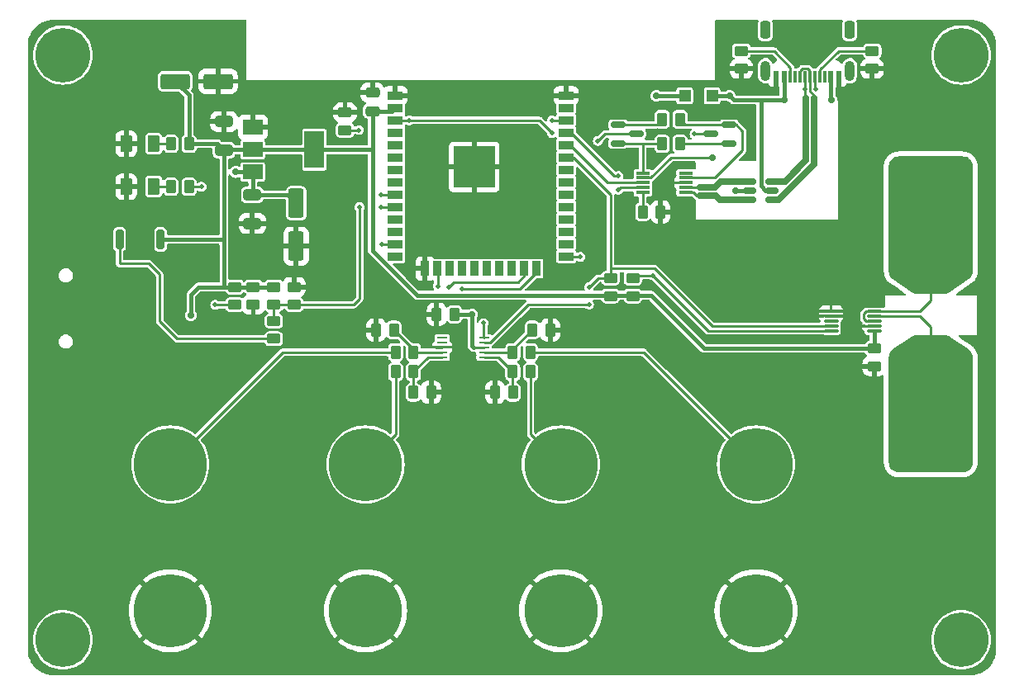
<source format=gbr>
%TF.GenerationSoftware,KiCad,Pcbnew,7.0.8*%
%TF.CreationDate,2023-11-19T15:37:24+01:00*%
%TF.ProjectId,Logger,4c6f6767-6572-42e6-9b69-6361645f7063,rev?*%
%TF.SameCoordinates,Original*%
%TF.FileFunction,Copper,L1,Top*%
%TF.FilePolarity,Positive*%
%FSLAX46Y46*%
G04 Gerber Fmt 4.6, Leading zero omitted, Abs format (unit mm)*
G04 Created by KiCad (PCBNEW 7.0.8) date 2023-11-19 15:37:24*
%MOMM*%
%LPD*%
G01*
G04 APERTURE LIST*
G04 Aperture macros list*
%AMRoundRect*
0 Rectangle with rounded corners*
0 $1 Rounding radius*
0 $2 $3 $4 $5 $6 $7 $8 $9 X,Y pos of 4 corners*
0 Add a 4 corners polygon primitive as box body*
4,1,4,$2,$3,$4,$5,$6,$7,$8,$9,$2,$3,0*
0 Add four circle primitives for the rounded corners*
1,1,$1+$1,$2,$3*
1,1,$1+$1,$4,$5*
1,1,$1+$1,$6,$7*
1,1,$1+$1,$8,$9*
0 Add four rect primitives between the rounded corners*
20,1,$1+$1,$2,$3,$4,$5,0*
20,1,$1+$1,$4,$5,$6,$7,0*
20,1,$1+$1,$6,$7,$8,$9,0*
20,1,$1+$1,$8,$9,$2,$3,0*%
G04 Aperture macros list end*
%TA.AperFunction,SMDPad,CuDef*%
%ADD10RoundRect,0.250000X-1.250000X-0.550000X1.250000X-0.550000X1.250000X0.550000X-1.250000X0.550000X0*%
%TD*%
%TA.AperFunction,SMDPad,CuDef*%
%ADD11RoundRect,0.250000X-0.262500X-0.450000X0.262500X-0.450000X0.262500X0.450000X-0.262500X0.450000X0*%
%TD*%
%TA.AperFunction,ComponentPad*%
%ADD12C,5.600000*%
%TD*%
%TA.AperFunction,ComponentPad*%
%ADD13C,7.500000*%
%TD*%
%TA.AperFunction,SMDPad,CuDef*%
%ADD14RoundRect,0.250000X0.450000X-0.262500X0.450000X0.262500X-0.450000X0.262500X-0.450000X-0.262500X0*%
%TD*%
%TA.AperFunction,SMDPad,CuDef*%
%ADD15R,2.000000X1.500000*%
%TD*%
%TA.AperFunction,SMDPad,CuDef*%
%ADD16R,2.000000X3.800000*%
%TD*%
%TA.AperFunction,SMDPad,CuDef*%
%ADD17RoundRect,0.150000X-0.512500X-0.150000X0.512500X-0.150000X0.512500X0.150000X-0.512500X0.150000X0*%
%TD*%
%TA.AperFunction,SMDPad,CuDef*%
%ADD18RoundRect,0.250000X0.650000X-0.325000X0.650000X0.325000X-0.650000X0.325000X-0.650000X-0.325000X0*%
%TD*%
%TA.AperFunction,SMDPad,CuDef*%
%ADD19R,1.200000X1.200000*%
%TD*%
%TA.AperFunction,SMDPad,CuDef*%
%ADD20RoundRect,0.250000X-0.450000X0.262500X-0.450000X-0.262500X0.450000X-0.262500X0.450000X0.262500X0*%
%TD*%
%TA.AperFunction,SMDPad,CuDef*%
%ADD21RoundRect,0.250000X0.262500X0.450000X-0.262500X0.450000X-0.262500X-0.450000X0.262500X-0.450000X0*%
%TD*%
%TA.AperFunction,SMDPad,CuDef*%
%ADD22R,0.600000X1.150000*%
%TD*%
%TA.AperFunction,SMDPad,CuDef*%
%ADD23R,0.300000X1.150000*%
%TD*%
%TA.AperFunction,ComponentPad*%
%ADD24O,1.000000X2.100000*%
%TD*%
%TA.AperFunction,ComponentPad*%
%ADD25RoundRect,0.250000X0.250000X0.650000X-0.250000X0.650000X-0.250000X-0.650000X0.250000X-0.650000X0*%
%TD*%
%TA.AperFunction,SMDPad,CuDef*%
%ADD26RoundRect,0.250000X-0.375000X-0.625000X0.375000X-0.625000X0.375000X0.625000X-0.375000X0.625000X0*%
%TD*%
%TA.AperFunction,SMDPad,CuDef*%
%ADD27RoundRect,0.250000X-0.550000X1.250000X-0.550000X-1.250000X0.550000X-1.250000X0.550000X1.250000X0*%
%TD*%
%TA.AperFunction,SMDPad,CuDef*%
%ADD28RoundRect,0.250000X-1.425000X0.362500X-1.425000X-0.362500X1.425000X-0.362500X1.425000X0.362500X0*%
%TD*%
%TA.AperFunction,SMDPad,CuDef*%
%ADD29R,1.500000X0.900000*%
%TD*%
%TA.AperFunction,SMDPad,CuDef*%
%ADD30R,0.900000X1.500000*%
%TD*%
%TA.AperFunction,SMDPad,CuDef*%
%ADD31R,1.050000X1.050000*%
%TD*%
%TA.AperFunction,HeatsinkPad*%
%ADD32C,0.600000*%
%TD*%
%TA.AperFunction,SMDPad,CuDef*%
%ADD33R,4.200000X4.200000*%
%TD*%
%TA.AperFunction,SMDPad,CuDef*%
%ADD34R,1.100000X0.250000*%
%TD*%
%TA.AperFunction,SMDPad,CuDef*%
%ADD35RoundRect,0.250000X0.475000X-0.250000X0.475000X0.250000X-0.475000X0.250000X-0.475000X-0.250000X0*%
%TD*%
%TA.AperFunction,SMDPad,CuDef*%
%ADD36RoundRect,0.150000X-0.587500X-0.150000X0.587500X-0.150000X0.587500X0.150000X-0.587500X0.150000X0*%
%TD*%
%TA.AperFunction,SMDPad,CuDef*%
%ADD37RoundRect,0.200000X-0.200000X-0.800000X0.200000X-0.800000X0.200000X0.800000X-0.200000X0.800000X0*%
%TD*%
%TA.AperFunction,SMDPad,CuDef*%
%ADD38RoundRect,0.250000X-0.650000X0.325000X-0.650000X-0.325000X0.650000X-0.325000X0.650000X0.325000X0*%
%TD*%
%TA.AperFunction,SMDPad,CuDef*%
%ADD39RoundRect,0.075000X-0.650000X-0.075000X0.650000X-0.075000X0.650000X0.075000X-0.650000X0.075000X0*%
%TD*%
%TA.AperFunction,ComponentPad*%
%ADD40R,0.850000X0.850000*%
%TD*%
%TA.AperFunction,SMDPad,CuDef*%
%ADD41RoundRect,0.150000X0.587500X0.150000X-0.587500X0.150000X-0.587500X-0.150000X0.587500X-0.150000X0*%
%TD*%
%TA.AperFunction,SMDPad,CuDef*%
%ADD42R,1.400000X0.300000*%
%TD*%
%TA.AperFunction,ViaPad*%
%ADD43C,0.700000*%
%TD*%
%TA.AperFunction,ViaPad*%
%ADD44C,0.500000*%
%TD*%
%TA.AperFunction,Conductor*%
%ADD45C,0.400000*%
%TD*%
%TA.AperFunction,Conductor*%
%ADD46C,0.250000*%
%TD*%
%TA.AperFunction,Conductor*%
%ADD47C,0.700000*%
%TD*%
%TA.AperFunction,Conductor*%
%ADD48C,0.228600*%
%TD*%
G04 APERTURE END LIST*
D10*
%TO.P,C11,1*%
%TO.N,+3V3*%
X68100000Y-73400000D03*
%TO.P,C11,2*%
%TO.N,GND*%
X72500000Y-73400000D03*
%TD*%
D11*
%TO.P,R12,1*%
%TO.N,Net-(AIN2-Pin_1)*%
X90687500Y-103200000D03*
%TO.P,R12,2*%
%TO.N,AIN1*%
X92512500Y-103200000D03*
%TD*%
D12*
%TO.P,H1,1,1*%
%TO.N,unconnected-(H1-Pad1)*%
X56600000Y-70700000D03*
%TD*%
D13*
%TO.P,GND3,1,Pin_1*%
%TO.N,GND*%
X107600000Y-127700000D03*
%TD*%
D11*
%TO.P,C4,1*%
%TO.N,Net-(U3-V3)*%
X115987500Y-86800000D03*
%TO.P,C4,2*%
%TO.N,GND*%
X117812500Y-86800000D03*
%TD*%
D14*
%TO.P,R3,1*%
%TO.N,Net-(R3-Pad1)*%
X78200000Y-99812500D03*
%TO.P,R3,2*%
%TO.N,BTTN*%
X78200000Y-97987500D03*
%TD*%
D15*
%TO.P,U5,1,ADJ*%
%TO.N,GND*%
X76050000Y-78100000D03*
%TO.P,U5,2,VO*%
%TO.N,+3V3*%
X76050000Y-80400000D03*
D16*
X82350000Y-80400000D03*
D15*
%TO.P,U5,3,VI*%
%TO.N,VDD*%
X76050000Y-82700000D03*
%TD*%
D17*
%TO.P,U6,1,I/O1*%
%TO.N,D-*%
X126962500Y-83650000D03*
%TO.P,U6,2,GND*%
%TO.N,GND*%
X126962500Y-84600000D03*
%TO.P,U6,3,I/O2*%
%TO.N,D+*%
X126962500Y-85550000D03*
%TO.P,U6,4,I/O2*%
%TO.N,DP*%
X129237500Y-85550000D03*
%TO.P,U6,5,VBUS*%
%TO.N,/VUSB*%
X129237500Y-84600000D03*
%TO.P,U6,6,I/O1*%
%TO.N,DN*%
X129237500Y-83650000D03*
%TD*%
D13*
%TO.P,GND1,1,Pin_1*%
%TO.N,GND*%
X67600000Y-127700000D03*
%TD*%
%TO.P,AIN2,1,Pin_1*%
%TO.N,Net-(AIN2-Pin_1)*%
X87600000Y-112700000D03*
%TD*%
D18*
%TO.P,C10,1*%
%TO.N,+3V3*%
X73100000Y-80475000D03*
%TO.P,C10,2*%
%TO.N,GND*%
X73100000Y-77525000D03*
%TD*%
D19*
%TO.P,D1,1,K*%
%TO.N,VDD*%
X120300000Y-74900000D03*
%TO.P,D1,2,A*%
%TO.N,/VUSB*%
X123100000Y-74900000D03*
%TD*%
D12*
%TO.P,H3,1,1*%
%TO.N,unconnected-(H3-Pad1)*%
X148600000Y-130700000D03*
%TD*%
D20*
%TO.P,R9,1*%
%TO.N,Net-(J2-CC2)*%
X126100000Y-70287500D03*
%TO.P,R9,2*%
%TO.N,GND*%
X126100000Y-72112500D03*
%TD*%
D13*
%TO.P,AIN4,1,Pin_1*%
%TO.N,Net-(AIN4-Pin_1)*%
X127600000Y-112700000D03*
%TD*%
D20*
%TO.P,C5,1*%
%TO.N,+3V3*%
X78200000Y-94487500D03*
%TO.P,C5,2*%
%TO.N,BTTN*%
X78200000Y-96312500D03*
%TD*%
D13*
%TO.P,AIN3,1,Pin_1*%
%TO.N,Net-(AIN3-Pin_1)*%
X107600000Y-112700000D03*
%TD*%
D21*
%TO.P,R2,1*%
%TO.N,+3V3*%
X69512500Y-79800000D03*
%TO.P,R2,2*%
%TO.N,Net-(PWR1-A)*%
X67687500Y-79800000D03*
%TD*%
D20*
%TO.P,C7,1*%
%TO.N,+3V3*%
X76100000Y-94487500D03*
%TO.P,C7,2*%
%TO.N,GND*%
X76100000Y-96312500D03*
%TD*%
D21*
%TO.P,C1,1*%
%TO.N,VDD*%
X96712500Y-97300000D03*
%TO.P,C1,2*%
%TO.N,GND*%
X94887500Y-97300000D03*
%TD*%
D22*
%TO.P,J2,A1_B12,GND*%
%TO.N,GND*%
X136077500Y-72892500D03*
%TO.P,J2,A4_B9,VBUS*%
%TO.N,/VUSB*%
X135277500Y-72892500D03*
D23*
%TO.P,J2,A5,CC1*%
%TO.N,Net-(J2-CC1)*%
X134127500Y-72892500D03*
%TO.P,J2,A6,DP1*%
%TO.N,DP*%
X133127500Y-72892500D03*
%TO.P,J2,A7,DN1*%
%TO.N,DN*%
X132627500Y-72892500D03*
%TO.P,J2,A8,SBU1*%
%TO.N,unconnected-(J2-SBU1-PadA8)*%
X131627500Y-72892500D03*
D22*
%TO.P,J2,B1_A12,GND*%
%TO.N,GND*%
X129677500Y-72892500D03*
%TO.P,J2,B4_A9,VBUS*%
%TO.N,/VUSB*%
X130477500Y-72892500D03*
D23*
%TO.P,J2,B5,CC2*%
%TO.N,Net-(J2-CC2)*%
X131127500Y-72892500D03*
%TO.P,J2,B6,DP2*%
%TO.N,DP*%
X132127500Y-72892500D03*
%TO.P,J2,B7,DN2*%
%TO.N,DN*%
X133627500Y-72892500D03*
%TO.P,J2,B8,SBU2*%
%TO.N,unconnected-(J2-SBU2-PadB8)*%
X134627500Y-72892500D03*
D24*
%TO.P,J2,SH1,SHELL_GND*%
%TO.N,Net-(J2-SHELL_GND-PadSH1)*%
X137197500Y-72317500D03*
%TO.P,J2,SH2,SHELL_GND*%
X128557500Y-72317500D03*
D25*
%TO.P,J2,SH3,SHELL_GND*%
X137197500Y-68137500D03*
%TO.P,J2,SH4,SHELL_GND*%
X128557500Y-68137500D03*
%TD*%
D13*
%TO.P,I+1,1,Pin_1*%
%TO.N,/I+*%
X145500000Y-85300000D03*
%TD*%
D21*
%TO.P,R18,1*%
%TO.N,AIN2*%
X102712500Y-105300000D03*
%TO.P,R18,2*%
%TO.N,GND*%
X100887500Y-105300000D03*
%TD*%
D26*
%TO.P,WRITE1,1,K*%
%TO.N,GND*%
X63100000Y-84200000D03*
%TO.P,WRITE1,2,A*%
%TO.N,Net-(WRITE1-A)*%
X65900000Y-84200000D03*
%TD*%
D12*
%TO.P,H4,1,1*%
%TO.N,unconnected-(H4-Pad1)*%
X56600000Y-130700000D03*
%TD*%
D13*
%TO.P,I-1,1,Pin_1*%
%TO.N,/I-*%
X145500000Y-109300000D03*
%TD*%
D20*
%TO.P,R6,1*%
%TO.N,GND*%
X80300000Y-94487500D03*
%TO.P,R6,2*%
%TO.N,BTTN*%
X80300000Y-96312500D03*
%TD*%
D27*
%TO.P,C8,1*%
%TO.N,VDD*%
X80500000Y-85900000D03*
%TO.P,C8,2*%
%TO.N,GND*%
X80500000Y-90300000D03*
%TD*%
D28*
%TO.P,R1,1*%
%TO.N,/I+*%
X145500000Y-94337500D03*
%TO.P,R1,2*%
%TO.N,/I-*%
X145500000Y-100262500D03*
%TD*%
D29*
%TO.P,U4,1,GND*%
%TO.N,GND*%
X90650000Y-74850000D03*
%TO.P,U4,2,VDD*%
%TO.N,+3V3*%
X90650000Y-76120000D03*
%TO.P,U4,3,EN*%
%TO.N,EN*%
X90650000Y-77390000D03*
%TO.P,U4,4,SENSOR_VP*%
%TO.N,unconnected-(U4-SENSOR_VP-Pad4)*%
X90650000Y-78660000D03*
%TO.P,U4,5,SENSOR_VN*%
%TO.N,unconnected-(U4-SENSOR_VN-Pad5)*%
X90650000Y-79930000D03*
%TO.P,U4,6,IO34*%
%TO.N,unconnected-(U4-IO34-Pad6)*%
X90650000Y-81200000D03*
%TO.P,U4,7,IO35*%
%TO.N,unconnected-(U4-IO35-Pad7)*%
X90650000Y-82470000D03*
%TO.P,U4,8,IO32*%
%TO.N,unconnected-(U4-IO32-Pad8)*%
X90650000Y-83740000D03*
%TO.P,U4,9,IO33*%
%TO.N,REC*%
X90650000Y-85010000D03*
%TO.P,U4,10,IO25*%
%TO.N,BTTN*%
X90650000Y-86280000D03*
%TO.P,U4,11,IO26*%
%TO.N,unconnected-(U4-IO26-Pad11)*%
X90650000Y-87550000D03*
%TO.P,U4,12,IO27*%
%TO.N,unconnected-(U4-IO27-Pad12)*%
X90650000Y-88820000D03*
%TO.P,U4,13,IO14*%
%TO.N,SCK*%
X90650000Y-90090000D03*
%TO.P,U4,14,IO12*%
%TO.N,unconnected-(U4-IO12-Pad14)*%
X90650000Y-91360000D03*
D30*
%TO.P,U4,15,GND*%
%TO.N,GND*%
X93690000Y-92610000D03*
%TO.P,U4,16,IO13*%
%TO.N,CS*%
X94960000Y-92610000D03*
%TO.P,U4,17,SHD/SD2*%
%TO.N,unconnected-(U4-SHD{slash}SD2-Pad17)*%
X96230000Y-92610000D03*
%TO.P,U4,18,SWP/SD3*%
%TO.N,unconnected-(U4-SWP{slash}SD3-Pad18)*%
X97500000Y-92610000D03*
%TO.P,U4,19,SCS/CMD*%
%TO.N,unconnected-(U4-SCS{slash}CMD-Pad19)*%
X98770000Y-92610000D03*
%TO.P,U4,20,SCK/CLK*%
%TO.N,unconnected-(U4-SCK{slash}CLK-Pad20)*%
X100040000Y-92610000D03*
%TO.P,U4,21,SDO/SD0*%
%TO.N,unconnected-(U4-SDO{slash}SD0-Pad21)*%
X101310000Y-92610000D03*
%TO.P,U4,22,SDI/SD1*%
%TO.N,unconnected-(U4-SDI{slash}SD1-Pad22)*%
X102580000Y-92610000D03*
%TO.P,U4,23,IO15*%
%TO.N,MOSI*%
X103850000Y-92610000D03*
%TO.P,U4,24,IO2*%
%TO.N,MISO*%
X105120000Y-92610000D03*
D29*
%TO.P,U4,25,IO0*%
%TO.N,ESP_IO0*%
X108150000Y-91360000D03*
%TO.P,U4,26,IO4*%
%TO.N,unconnected-(U4-IO4-Pad26)*%
X108150000Y-90090000D03*
%TO.P,U4,27,IO16*%
%TO.N,unconnected-(U4-IO16-Pad27)*%
X108150000Y-88820000D03*
%TO.P,U4,28,IO17*%
%TO.N,unconnected-(U4-IO17-Pad28)*%
X108150000Y-87550000D03*
%TO.P,U4,29,IO5*%
%TO.N,unconnected-(U4-IO5-Pad29)*%
X108150000Y-86280000D03*
%TO.P,U4,30,IO18*%
%TO.N,unconnected-(U4-IO18-Pad30)*%
X108150000Y-85010000D03*
%TO.P,U4,31,IO19*%
%TO.N,unconnected-(U4-IO19-Pad31)*%
X108150000Y-83740000D03*
%TO.P,U4,32,NC*%
%TO.N,unconnected-(U4-NC-Pad32)*%
X108150000Y-82470000D03*
%TO.P,U4,33,IO21*%
%TO.N,SDA*%
X108150000Y-81200000D03*
%TO.P,U4,34,RXD0/IO3*%
%TO.N,RX0*%
X108150000Y-79930000D03*
%TO.P,U4,35,TXD0/IO1*%
%TO.N,TX0*%
X108150000Y-78660000D03*
%TO.P,U4,36,IO22*%
%TO.N,SCL*%
X108150000Y-77390000D03*
%TO.P,U4,37,IO23*%
%TO.N,unconnected-(U4-IO23-Pad37)*%
X108150000Y-76120000D03*
%TO.P,U4,38,GND*%
%TO.N,GND*%
X108150000Y-74850000D03*
D31*
%TO.P,U4,39,GND*%
X97195000Y-80665000D03*
D32*
X97195000Y-81427500D03*
D31*
X97195000Y-82190000D03*
D32*
X97195000Y-82952500D03*
D31*
X97195000Y-83715000D03*
D32*
X97957500Y-80665000D03*
X97957500Y-82190000D03*
X97957500Y-83715000D03*
D31*
X98720000Y-80665000D03*
D32*
X98720000Y-81427500D03*
D31*
X98720000Y-82190000D03*
D33*
X98720000Y-82190000D03*
D32*
X98720000Y-82952500D03*
D31*
X98720000Y-83715000D03*
D32*
X99482500Y-80665000D03*
X99482500Y-82190000D03*
X99482500Y-83715000D03*
D31*
X100245000Y-80665000D03*
D32*
X100245000Y-81427500D03*
D31*
X100245000Y-82190000D03*
D32*
X100245000Y-82952500D03*
D31*
X100245000Y-83715000D03*
%TD*%
D11*
%TO.P,R10,1*%
%TO.N,Net-(AIN1-Pin_1)*%
X90687500Y-101200000D03*
%TO.P,R10,2*%
%TO.N,AIN0*%
X92512500Y-101200000D03*
%TD*%
D34*
%TO.P,U2,1,ADDR*%
%TO.N,unconnected-(U2-ADDR-Pad1)*%
X95450000Y-99700000D03*
%TO.P,U2,2,ALERT/RDY*%
%TO.N,unconnected-(U2-ALERT{slash}RDY-Pad2)*%
X95450000Y-100200000D03*
%TO.P,U2,3,GND*%
%TO.N,GND*%
X95450000Y-100700000D03*
%TO.P,U2,4,AIN0*%
%TO.N,AIN0*%
X95450000Y-101200000D03*
%TO.P,U2,5,AIN1*%
%TO.N,AIN1*%
X95450000Y-101700000D03*
%TO.P,U2,6,AIN2*%
%TO.N,AIN2*%
X99750000Y-101700000D03*
%TO.P,U2,7,AIN3*%
%TO.N,AIN3*%
X99750000Y-101200000D03*
%TO.P,U2,8,VDD*%
%TO.N,VDD*%
X99750000Y-100700000D03*
%TO.P,U2,9,SDA*%
%TO.N,SDA*%
X99750000Y-100200000D03*
%TO.P,U2,10,SCL*%
%TO.N,SCL*%
X99750000Y-99700000D03*
%TD*%
D11*
%TO.P,R4,1*%
%TO.N,DTR*%
X117987500Y-79800000D03*
%TO.P,R4,2*%
%TO.N,Net-(Q1-B)*%
X119812500Y-79800000D03*
%TD*%
D13*
%TO.P,GND4,1,Pin_1*%
%TO.N,GND*%
X127600000Y-127700000D03*
%TD*%
%TO.P,AIN1,1,Pin_1*%
%TO.N,Net-(AIN1-Pin_1)*%
X67600000Y-112700000D03*
%TD*%
D14*
%TO.P,R15,1*%
%TO.N,+3V3*%
X115000000Y-95412500D03*
%TO.P,R15,2*%
%TO.N,SCL*%
X115000000Y-93587500D03*
%TD*%
D21*
%TO.P,R17,1*%
%TO.N,Net-(AIN3-Pin_1)*%
X104512500Y-103200000D03*
%TO.P,R17,2*%
%TO.N,AIN2*%
X102687500Y-103200000D03*
%TD*%
D11*
%TO.P,R20,1*%
%TO.N,AIN3*%
X104687500Y-98900000D03*
%TO.P,R20,2*%
%TO.N,GND*%
X106512500Y-98900000D03*
%TD*%
D20*
%TO.P,R8,1*%
%TO.N,Net-(J2-CC1)*%
X139500000Y-70287500D03*
%TO.P,R8,2*%
%TO.N,GND*%
X139500000Y-72112500D03*
%TD*%
D35*
%TO.P,C2,1*%
%TO.N,+3V3*%
X88300000Y-76450000D03*
%TO.P,C2,2*%
%TO.N,GND*%
X88300000Y-74550000D03*
%TD*%
D21*
%TO.P,R19,1*%
%TO.N,Net-(AIN4-Pin_1)*%
X104512500Y-101200000D03*
%TO.P,R19,2*%
%TO.N,AIN3*%
X102687500Y-101200000D03*
%TD*%
D36*
%TO.P,Q2,1,B*%
%TO.N,Net-(Q2-B)*%
X113462500Y-77850000D03*
%TO.P,Q2,2,E*%
%TO.N,DTR*%
X113462500Y-79750000D03*
%TO.P,Q2,3,C*%
%TO.N,ESP_IO0*%
X115337500Y-78800000D03*
%TD*%
D21*
%TO.P,R7,1*%
%TO.N,RTS*%
X119812500Y-77300000D03*
%TO.P,R7,2*%
%TO.N,Net-(Q2-B)*%
X117987500Y-77300000D03*
%TD*%
%TO.P,R5,1*%
%TO.N,REC*%
X69512500Y-84200000D03*
%TO.P,R5,2*%
%TO.N,Net-(WRITE1-A)*%
X67687500Y-84200000D03*
%TD*%
D26*
%TO.P,PWR1,1,K*%
%TO.N,GND*%
X63100000Y-79800000D03*
%TO.P,PWR1,2,A*%
%TO.N,Net-(PWR1-A)*%
X65900000Y-79800000D03*
%TD*%
D20*
%TO.P,R16,1*%
%TO.N,+3V3*%
X74200000Y-94487500D03*
%TO.P,R16,2*%
%TO.N,MOSI*%
X74200000Y-96312500D03*
%TD*%
D37*
%TO.P,RST1,1,1*%
%TO.N,Net-(R3-Pad1)*%
X62400000Y-89600000D03*
%TO.P,RST1,2,2*%
%TO.N,+3V3*%
X66600000Y-89600000D03*
%TD*%
D38*
%TO.P,C9,1*%
%TO.N,VDD*%
X76000000Y-85025000D03*
%TO.P,C9,2*%
%TO.N,GND*%
X76000000Y-87975000D03*
%TD*%
D39*
%TO.P,U1,1,A1*%
%TO.N,GND*%
X135300000Y-97000000D03*
%TO.P,U1,2,A0*%
X135300000Y-97500000D03*
%TO.P,U1,3,Alert*%
%TO.N,unconnected-(U1-Alert-Pad3)*%
X135300000Y-98000000D03*
%TO.P,U1,4,SDA*%
%TO.N,SDA*%
X135300000Y-98500000D03*
%TO.P,U1,5,SCL*%
%TO.N,SCL*%
X135300000Y-99000000D03*
%TO.P,U1,6,VS*%
%TO.N,+3V3*%
X139700000Y-99000000D03*
%TO.P,U1,7,GND*%
%TO.N,GND*%
X139700000Y-98500000D03*
%TO.P,U1,8,VBUS*%
%TO.N,/I+*%
X139700000Y-98000000D03*
%TO.P,U1,9,IN-*%
%TO.N,/I-*%
X139700000Y-97500000D03*
%TO.P,U1,10,IN+*%
%TO.N,/I+*%
X139700000Y-97000000D03*
%TD*%
D11*
%TO.P,R13,1*%
%TO.N,AIN1*%
X92487500Y-105300000D03*
%TO.P,R13,2*%
%TO.N,GND*%
X94312500Y-105300000D03*
%TD*%
D20*
%TO.P,C3,1*%
%TO.N,+3V3*%
X139700000Y-100787500D03*
%TO.P,C3,2*%
%TO.N,GND*%
X139700000Y-102612500D03*
%TD*%
D40*
%TO.P,J3,1,Pin_1*%
%TO.N,/I+*%
X148700000Y-92800000D03*
%TD*%
D41*
%TO.P,Q1,1,B*%
%TO.N,Net-(Q1-B)*%
X124837500Y-79750000D03*
%TO.P,Q1,2,E*%
%TO.N,RTS*%
X124837500Y-77850000D03*
%TO.P,Q1,3,C*%
%TO.N,EN*%
X122962500Y-78800000D03*
%TD*%
D40*
%TO.P,J4,1,Pin_1*%
%TO.N,/I-*%
X148700000Y-101800000D03*
%TD*%
D14*
%TO.P,C6,1*%
%TO.N,EN*%
X85500000Y-78412500D03*
%TO.P,C6,2*%
%TO.N,GND*%
X85500000Y-76587500D03*
%TD*%
%TO.P,R14,1*%
%TO.N,+3V3*%
X112700000Y-95412500D03*
%TO.P,R14,2*%
%TO.N,SDA*%
X112700000Y-93587500D03*
%TD*%
D21*
%TO.P,R11,1*%
%TO.N,AIN0*%
X90512500Y-98900000D03*
%TO.P,R11,2*%
%TO.N,GND*%
X88687500Y-98900000D03*
%TD*%
D42*
%TO.P,U3,1,UD+*%
%TO.N,D+*%
X120400000Y-84800000D03*
%TO.P,U3,2,UD-*%
%TO.N,D-*%
X120400000Y-84300000D03*
%TO.P,U3,3,GND*%
%TO.N,GND*%
X120400000Y-83800000D03*
%TO.P,U3,4,~{RTS}*%
%TO.N,RTS*%
X120400000Y-83300000D03*
%TO.P,U3,5,~{CTS}*%
%TO.N,unconnected-(U3-~{CTS}-Pad5)*%
X120400000Y-82800000D03*
%TO.P,U3,6,TNOW/~{DTR}*%
%TO.N,DTR*%
X116000000Y-82800000D03*
%TO.P,U3,7,VCC*%
%TO.N,/VUSB*%
X116000000Y-83300000D03*
%TO.P,U3,8,TXD*%
%TO.N,RX0*%
X116000000Y-83800000D03*
%TO.P,U3,9,RXD*%
%TO.N,TX0*%
X116000000Y-84300000D03*
%TO.P,U3,10,V3*%
%TO.N,Net-(U3-V3)*%
X116000000Y-84800000D03*
%TD*%
D12*
%TO.P,H2,1,1*%
%TO.N,unconnected-(H2-Pad1)*%
X148600000Y-70700000D03*
%TD*%
D13*
%TO.P,GND2,1,Pin_1*%
%TO.N,GND*%
X87600000Y-127700000D03*
%TD*%
D43*
%TO.N,+3V3*%
X69700000Y-97400000D03*
%TO.N,GND*%
X108300000Y-99500000D03*
X76700000Y-75500000D03*
X98250000Y-104050000D03*
X86900000Y-99500000D03*
X96950000Y-104050000D03*
X96950000Y-107050000D03*
X76700000Y-74200000D03*
X75400000Y-75500000D03*
X109600000Y-99500000D03*
X125500000Y-84600000D03*
X98250000Y-108350000D03*
X109600000Y-98200000D03*
X126800000Y-73800000D03*
X140200000Y-73800000D03*
X108300000Y-98200000D03*
X96950000Y-108350000D03*
X98250000Y-105350000D03*
X98250000Y-107050000D03*
X138800000Y-73800000D03*
X125500000Y-73800000D03*
X86900000Y-98200000D03*
X75400000Y-74200000D03*
X85600000Y-98200000D03*
X96950000Y-105350000D03*
X85600000Y-99500000D03*
%TO.N,VDD*%
X98512500Y-97300000D03*
X74300000Y-82700000D03*
X117400000Y-74900000D03*
D44*
%TO.N,SDA*%
X110500000Y-96300000D03*
X110500000Y-94500000D03*
%TO.N,SCL*%
X99700000Y-98200000D03*
X106700000Y-77400000D03*
X117000000Y-93300000D03*
D43*
%TO.N,/VUSB*%
X124900000Y-74900000D03*
X135300000Y-75300000D03*
X130500000Y-75300000D03*
X123100000Y-81200000D03*
D44*
%TO.N,SCK*%
X89300000Y-90100000D03*
%TO.N,CS*%
X95000000Y-94400000D03*
%TO.N,TX0*%
X113500000Y-84500000D03*
X113500000Y-83100000D03*
%TO.N,MOSI*%
X96100000Y-94500000D03*
X72200000Y-96320000D03*
%TO.N,MISO*%
X97500000Y-94700000D03*
D43*
%TO.N,/I+*%
X147300000Y-92800000D03*
X146400000Y-92800000D03*
X143700000Y-92800000D03*
X144600000Y-92800000D03*
X145500000Y-92800000D03*
%TO.N,/I-*%
X146400000Y-101800000D03*
X145500000Y-101800000D03*
X143700000Y-101800000D03*
X147300000Y-101800000D03*
X144600000Y-101800000D03*
D44*
%TO.N,EN*%
X92100000Y-77400000D03*
X121300000Y-78800000D03*
X86900000Y-78400000D03*
X106700000Y-78700000D03*
%TO.N,ESP_IO0*%
X111400000Y-79524500D03*
X109600000Y-91400000D03*
%TO.N,BTTN*%
X89200000Y-86300000D03*
X87000000Y-86300000D03*
%TO.N,REC*%
X70800000Y-84200000D03*
X89200000Y-85000000D03*
%TO.N,DN*%
X132627500Y-74200000D03*
X133700000Y-74200000D03*
%TD*%
D45*
%TO.N,+3V3*%
X74200000Y-94487500D02*
X73100000Y-94487500D01*
X69700000Y-95300000D02*
X69700000Y-97400000D01*
X92874314Y-95350000D02*
X116850000Y-95350000D01*
X73100000Y-80475000D02*
X73100000Y-86187500D01*
X116850000Y-95350000D02*
X122287500Y-100787500D01*
X74200000Y-94487500D02*
X76100000Y-94487500D01*
X69512500Y-79800000D02*
X72425000Y-79800000D01*
X73175000Y-80400000D02*
X73100000Y-80475000D01*
X78200000Y-94487500D02*
X76100000Y-94487500D01*
X73087500Y-89000000D02*
X73087500Y-89600000D01*
X66600000Y-89600000D02*
X73087500Y-89600000D01*
X73087500Y-89600000D02*
X73087500Y-94475000D01*
X90320000Y-76450000D02*
X90650000Y-76120000D01*
X72425000Y-79800000D02*
X73100000Y-80475000D01*
X122287500Y-100787500D02*
X139700000Y-100787500D01*
X73787500Y-94700000D02*
X73800000Y-94687500D01*
X88300000Y-76450000D02*
X90320000Y-76450000D01*
X88300000Y-80400000D02*
X88300000Y-90775686D01*
X76050000Y-80400000D02*
X82350000Y-80400000D01*
X73100000Y-86187500D02*
X73087500Y-86200000D01*
X139700000Y-100787500D02*
X139700000Y-99050000D01*
X73087500Y-94475000D02*
X73100000Y-94487500D01*
X69512500Y-79800000D02*
X69512500Y-74812500D01*
X73100000Y-94487500D02*
X70512500Y-94487500D01*
X82350000Y-80400000D02*
X88300000Y-80400000D01*
X73087500Y-86200000D02*
X73087500Y-89000000D01*
X88300000Y-90775686D02*
X92874314Y-95350000D01*
X69512500Y-74812500D02*
X68100000Y-73400000D01*
X88300000Y-76450000D02*
X88300000Y-80400000D01*
X76050000Y-80400000D02*
X73175000Y-80400000D01*
X70512500Y-94487500D02*
X69700000Y-95300000D01*
D46*
%TO.N,GND*%
X136900000Y-97500000D02*
X137900000Y-98500000D01*
D45*
X126962500Y-84600000D02*
X125500000Y-84600000D01*
D46*
X117812500Y-84787500D02*
X117812500Y-86800000D01*
X120400000Y-83800000D02*
X118800000Y-83800000D01*
X94750000Y-100700000D02*
X95450000Y-100700000D01*
X135300000Y-97500000D02*
X136900000Y-97500000D01*
X137900000Y-98500000D02*
X139700000Y-98500000D01*
X118800000Y-83800000D02*
X117812500Y-84787500D01*
X94887500Y-97300000D02*
X94575000Y-97612500D01*
D45*
%TO.N,VDD*%
X74300000Y-82700000D02*
X76050000Y-82700000D01*
X76050000Y-82700000D02*
X76050000Y-84975000D01*
X98512500Y-97300000D02*
X98512500Y-100512500D01*
X76050000Y-84975000D02*
X76000000Y-85025000D01*
X76125000Y-82775000D02*
X76050000Y-82700000D01*
X98512500Y-100512500D02*
X98700000Y-100700000D01*
X76000000Y-85025000D02*
X79625000Y-85025000D01*
X98512500Y-97300000D02*
X96712500Y-97300000D01*
D46*
X99750000Y-100700000D02*
X98700000Y-100700000D01*
D45*
X120300000Y-74900000D02*
X117400000Y-74900000D01*
X79625000Y-85025000D02*
X80500000Y-85900000D01*
D46*
%TO.N,SDA*%
X100384620Y-100200000D02*
X99750000Y-100200000D01*
X104284620Y-96300000D02*
X100384620Y-100200000D01*
X112700000Y-92600000D02*
X112700000Y-85000000D01*
X135300000Y-98500000D02*
X123100000Y-98500000D01*
X112700000Y-85000000D02*
X108900000Y-81200000D01*
X110500000Y-96300000D02*
X104284620Y-96300000D01*
X111412500Y-93587500D02*
X110500000Y-94500000D01*
X123100000Y-98500000D02*
X117200000Y-92600000D01*
X112700000Y-93587500D02*
X111412500Y-93587500D01*
X108900000Y-81200000D02*
X108150000Y-81200000D01*
X117200000Y-92600000D02*
X112700000Y-92600000D01*
X112700000Y-93587500D02*
X112700000Y-92600000D01*
%TO.N,SCL*%
X106710000Y-77390000D02*
X106700000Y-77400000D01*
X117000000Y-93300000D02*
X115287500Y-93300000D01*
X122700000Y-99000000D02*
X135300000Y-99000000D01*
X99700000Y-98200000D02*
X99700000Y-99650000D01*
X115287500Y-93300000D02*
X115000000Y-93587500D01*
X99700000Y-99650000D02*
X99750000Y-99700000D01*
X117000000Y-93300000D02*
X122700000Y-99000000D01*
X108150000Y-77390000D02*
X106710000Y-77390000D01*
D45*
%TO.N,/VUSB*%
X129237500Y-84600000D02*
X128575000Y-84600000D01*
X130500000Y-75300000D02*
X128100000Y-75300000D01*
X130477500Y-72892500D02*
X130477500Y-75277500D01*
X125300000Y-75300000D02*
X124900000Y-74900000D01*
D46*
X116809620Y-83300000D02*
X118909620Y-81200000D01*
X116000000Y-83300000D02*
X116809620Y-83300000D01*
D45*
X128100000Y-84125000D02*
X128100000Y-75300000D01*
X135277500Y-75277500D02*
X135277500Y-72892500D01*
X135300000Y-75300000D02*
X135277500Y-75277500D01*
X128100000Y-75300000D02*
X125300000Y-75300000D01*
X128575000Y-84600000D02*
X128100000Y-84125000D01*
X130477500Y-75277500D02*
X130500000Y-75300000D01*
X124900000Y-74900000D02*
X123100000Y-74900000D01*
D46*
X118909620Y-81200000D02*
X123100000Y-81200000D01*
%TO.N,SCK*%
X89310000Y-90090000D02*
X89300000Y-90100000D01*
X90650000Y-90090000D02*
X89310000Y-90090000D01*
%TO.N,CS*%
X95000000Y-94400000D02*
X95000000Y-92650000D01*
X95000000Y-92650000D02*
X94960000Y-92610000D01*
D47*
%TO.N,D-*%
X123354594Y-84300000D02*
X121900000Y-84300000D01*
X124004594Y-83650000D02*
X123354594Y-84300000D01*
X126962500Y-83650000D02*
X124004594Y-83650000D01*
D46*
X120400000Y-84300000D02*
X121900000Y-84300000D01*
%TO.N,RX0*%
X116000000Y-83800000D02*
X112409620Y-83800000D01*
X112409620Y-83800000D02*
X108539620Y-79930000D01*
X108539620Y-79930000D02*
X108150000Y-79930000D01*
%TO.N,TX0*%
X113500000Y-83075500D02*
X113095500Y-83075500D01*
X113095500Y-83075500D02*
X108680000Y-78660000D01*
X113724500Y-84300000D02*
X116000000Y-84300000D01*
X108680000Y-78660000D02*
X108150000Y-78660000D01*
X113500000Y-84524500D02*
X113724500Y-84300000D01*
%TO.N,MOSI*%
X103850000Y-93360000D02*
X103850000Y-92610000D01*
X73892500Y-96320000D02*
X73900000Y-96312500D01*
X96600000Y-94000000D02*
X103210000Y-94000000D01*
X72200000Y-96320000D02*
X73892500Y-96320000D01*
X96100000Y-94500000D02*
X96600000Y-94000000D01*
X103210000Y-94000000D02*
X103850000Y-93360000D01*
%TO.N,MISO*%
X103419620Y-94700000D02*
X105120000Y-92999620D01*
X97500000Y-94700000D02*
X103419620Y-94700000D01*
X105120000Y-92999620D02*
X105120000Y-92610000D01*
%TO.N,Net-(AIN1-Pin_1)*%
X90687500Y-101200000D02*
X79100000Y-101200000D01*
X79100000Y-101200000D02*
X67600000Y-112700000D01*
%TO.N,Net-(AIN2-Pin_1)*%
X90687500Y-109612500D02*
X90687500Y-103200000D01*
X87600000Y-112700000D02*
X90687500Y-109612500D01*
%TO.N,Net-(AIN3-Pin_1)*%
X104512500Y-109612500D02*
X107600000Y-112700000D01*
X104512500Y-103200000D02*
X104512500Y-109612500D01*
%TO.N,AIN0*%
X95450000Y-101200000D02*
X92512500Y-101200000D01*
X92512500Y-100900000D02*
X90512500Y-98900000D01*
X92512500Y-101200000D02*
X92512500Y-100900000D01*
%TO.N,AIN1*%
X95450000Y-101700000D02*
X94012500Y-101700000D01*
X92487500Y-103225000D02*
X92512500Y-103200000D01*
X92487500Y-105300000D02*
X92487500Y-103225000D01*
X94012500Y-101700000D02*
X92512500Y-103200000D01*
%TO.N,AIN2*%
X99750000Y-101700000D02*
X101187500Y-101700000D01*
X102687500Y-105275000D02*
X102712500Y-105300000D01*
X102687500Y-103200000D02*
X102687500Y-105275000D01*
X101187500Y-101700000D02*
X102687500Y-103200000D01*
%TO.N,AIN3*%
X102687500Y-101200000D02*
X102687500Y-100900000D01*
X99750000Y-101200000D02*
X102687500Y-101200000D01*
X102687500Y-100900000D02*
X104687500Y-98900000D01*
%TO.N,Net-(AIN4-Pin_1)*%
X104512500Y-101200000D02*
X116100000Y-101200000D01*
X116100000Y-101200000D02*
X127600000Y-112700000D01*
%TO.N,/I+*%
X139700000Y-98000000D02*
X138909314Y-98000000D01*
X138650000Y-97259314D02*
X138909314Y-97000000D01*
X139700000Y-97000000D02*
X144400000Y-97000000D01*
X145500000Y-95900000D02*
X145500000Y-94337500D01*
X138650000Y-97740686D02*
X138650000Y-97259314D01*
X144400000Y-97000000D02*
X145500000Y-95900000D01*
X138909314Y-97000000D02*
X139700000Y-97000000D01*
X138909314Y-98000000D02*
X138650000Y-97740686D01*
%TO.N,/I-*%
X139700000Y-97500000D02*
X144400000Y-97500000D01*
X145500000Y-98600000D02*
X145500000Y-100262500D01*
X144400000Y-97500000D02*
X145500000Y-98600000D01*
%TO.N,EN*%
X122962500Y-78800000D02*
X121300000Y-78800000D01*
X86887500Y-78412500D02*
X86900000Y-78400000D01*
X106700000Y-78700000D02*
X105400000Y-77400000D01*
X105400000Y-77400000D02*
X90660000Y-77400000D01*
X85500000Y-78412500D02*
X86887500Y-78412500D01*
X90660000Y-77400000D02*
X90650000Y-77390000D01*
%TO.N,D+*%
X121200000Y-84800000D02*
X121550000Y-85150000D01*
D47*
X126962500Y-85550000D02*
X123900000Y-85550000D01*
D46*
X120400000Y-84800000D02*
X121200000Y-84800000D01*
D47*
X123500000Y-85150000D02*
X121900000Y-85150000D01*
D46*
X121550000Y-85150000D02*
X121900000Y-85150000D01*
D47*
X123900000Y-85550000D02*
X123500000Y-85150000D01*
D46*
%TO.N,Net-(Q1-B)*%
X119862500Y-79750000D02*
X119812500Y-79800000D01*
X124837500Y-79750000D02*
X119862500Y-79750000D01*
%TO.N,RTS*%
X120362500Y-77850000D02*
X119812500Y-77300000D01*
X125550000Y-77850000D02*
X124837500Y-77850000D01*
X126200000Y-78500000D02*
X125550000Y-77850000D01*
X124837500Y-77850000D02*
X120362500Y-77850000D01*
X123400000Y-83300000D02*
X126200000Y-80500000D01*
X120400000Y-83300000D02*
X123400000Y-83300000D01*
X119812500Y-77300000D02*
X120087500Y-77300000D01*
X126200000Y-80500000D02*
X126200000Y-78500000D01*
%TO.N,Net-(Q2-B)*%
X113462500Y-77850000D02*
X117437500Y-77850000D01*
X117437500Y-77850000D02*
X117987500Y-77300000D01*
%TO.N,DTR*%
X117987500Y-79800000D02*
X116000000Y-79800000D01*
X116000000Y-79800000D02*
X113512500Y-79800000D01*
X116000000Y-82800000D02*
X116000000Y-79800000D01*
X113512500Y-79800000D02*
X113462500Y-79750000D01*
%TO.N,ESP_IO0*%
X109600000Y-91400000D02*
X108190000Y-91400000D01*
X112124500Y-78800000D02*
X115337500Y-78800000D01*
X108190000Y-91400000D02*
X108150000Y-91360000D01*
X111400000Y-79524500D02*
X112124500Y-78800000D01*
X111400000Y-79524500D02*
X111400000Y-79524500D01*
%TO.N,BTTN*%
X90630000Y-86300000D02*
X90650000Y-86280000D01*
X80300000Y-96312500D02*
X86387500Y-96312500D01*
X78200000Y-96312500D02*
X80300000Y-96312500D01*
X78200000Y-97987500D02*
X78200000Y-96312500D01*
X86387500Y-96312500D02*
X87000000Y-95700000D01*
X87000000Y-95700000D02*
X87000000Y-86300000D01*
X89200000Y-86300000D02*
X90630000Y-86300000D01*
%TO.N,Net-(PWR1-A)*%
X67687500Y-79800000D02*
X65900000Y-79800000D01*
%TO.N,REC*%
X70800000Y-84200000D02*
X69512500Y-84200000D01*
X89200000Y-85000000D02*
X90640000Y-85000000D01*
X90640000Y-85000000D02*
X90650000Y-85010000D01*
%TO.N,Net-(WRITE1-A)*%
X65900000Y-84200000D02*
X67787500Y-84200000D01*
%TO.N,Net-(J2-CC2)*%
X131127500Y-71967551D02*
X129447449Y-70287500D01*
X129447449Y-70287500D02*
X126100000Y-70287500D01*
X131127500Y-72892500D02*
X131127500Y-71967551D01*
%TO.N,Net-(J2-CC1)*%
X134127500Y-72892500D02*
X134107500Y-72892500D01*
X134152500Y-72847500D02*
X134152500Y-72182880D01*
X134152500Y-72182880D02*
X136047880Y-70287500D01*
X134107500Y-72892500D02*
X134152500Y-72847500D01*
X136047880Y-70287500D02*
X139500000Y-70287500D01*
%TO.N,Net-(U3-V3)*%
X115987500Y-86800000D02*
X115987500Y-84812500D01*
X115987500Y-84812500D02*
X116000000Y-84800000D01*
%TO.N,Net-(R3-Pad1)*%
X66500000Y-93200000D02*
X66500000Y-98000000D01*
X66500000Y-98000000D02*
X68312500Y-99812500D01*
X62400000Y-92100000D02*
X65400000Y-92100000D01*
X68312500Y-99812500D02*
X78200000Y-99812500D01*
X62400000Y-89600000D02*
X62400000Y-92100000D01*
X65400000Y-92100000D02*
X66500000Y-93200000D01*
%TO.N,DP*%
X133127500Y-72892500D02*
X133152500Y-72917500D01*
D48*
X132368800Y-72076200D02*
X132886200Y-72076200D01*
X133127500Y-72317500D02*
X133127500Y-72892500D01*
D46*
X133152500Y-72917500D02*
X133152500Y-74417463D01*
D48*
X132886200Y-72076200D02*
X133127500Y-72317500D01*
D47*
X133549602Y-75145997D02*
X133549602Y-81940348D01*
X129939950Y-85550000D02*
X129237500Y-85550000D01*
D46*
X133152500Y-74417463D02*
X133549602Y-74814565D01*
D47*
X133549602Y-81940348D02*
X129939950Y-85550000D01*
D48*
X132127500Y-72892500D02*
X132127500Y-72317500D01*
X132127500Y-72317500D02*
X132368800Y-72076200D01*
D46*
X133549602Y-74814565D02*
X133549602Y-75145997D01*
D48*
%TO.N,DN*%
X133700000Y-74200000D02*
X133627500Y-74127500D01*
D46*
X132627500Y-74200000D02*
X132627500Y-75083895D01*
X132627500Y-75083895D02*
X132689602Y-75145997D01*
D47*
X130556030Y-83650000D02*
X129237500Y-83650000D01*
X132689602Y-81516428D02*
X132689602Y-75145997D01*
D48*
X129237500Y-83650000D02*
X129387500Y-83500000D01*
X133627500Y-74127500D02*
X133627500Y-72892500D01*
D46*
X132627500Y-74200000D02*
X132627500Y-72892500D01*
D47*
X132689602Y-81516428D02*
X130556030Y-83650000D01*
%TD*%
%TA.AperFunction,Conductor*%
%TO.N,/I+*%
G36*
X148803032Y-81100299D02*
G01*
X148864067Y-81106310D01*
X148982941Y-81118018D01*
X149006769Y-81122757D01*
X149171001Y-81172576D01*
X149193453Y-81181877D01*
X149344798Y-81262772D01*
X149365010Y-81276277D01*
X149497666Y-81385145D01*
X149514854Y-81402333D01*
X149623722Y-81534989D01*
X149637227Y-81555201D01*
X149718121Y-81706543D01*
X149727424Y-81729001D01*
X149777240Y-81893224D01*
X149781982Y-81917065D01*
X149799701Y-82096967D01*
X149800000Y-82103048D01*
X149800000Y-92873049D01*
X149799711Y-92879028D01*
X149782580Y-93055952D01*
X149777994Y-93079409D01*
X149729813Y-93241117D01*
X149720813Y-93263258D01*
X149642499Y-93412726D01*
X149629417Y-93432729D01*
X149523886Y-93564391D01*
X149507210Y-93581514D01*
X149371498Y-93696303D01*
X149366747Y-93699943D01*
X147459406Y-95020410D01*
X147454087Y-95023708D01*
X147291439Y-95113542D01*
X147268461Y-95123358D01*
X147100088Y-95175954D01*
X147075608Y-95180963D01*
X146890742Y-95199684D01*
X146884491Y-95200000D01*
X144115509Y-95200000D01*
X144109258Y-95199684D01*
X143924391Y-95180963D01*
X143899911Y-95175954D01*
X143731538Y-95123358D01*
X143708560Y-95113542D01*
X143545912Y-95023708D01*
X143540593Y-95020410D01*
X141633252Y-93699943D01*
X141628501Y-93696303D01*
X141492789Y-93581514D01*
X141476113Y-93564391D01*
X141370582Y-93432729D01*
X141357500Y-93412726D01*
X141279186Y-93263258D01*
X141270186Y-93241117D01*
X141222005Y-93079409D01*
X141217419Y-93055951D01*
X141200289Y-92879027D01*
X141200000Y-92873049D01*
X141200000Y-82103048D01*
X141200299Y-82096967D01*
X141204706Y-82052213D01*
X141218018Y-81917056D01*
X141222757Y-81893232D01*
X141272577Y-81728994D01*
X141281875Y-81706549D01*
X141362775Y-81555195D01*
X141376272Y-81534995D01*
X141485149Y-81402328D01*
X141502328Y-81385149D01*
X141634995Y-81276272D01*
X141655195Y-81262775D01*
X141806549Y-81181875D01*
X141828994Y-81172577D01*
X141993232Y-81122757D01*
X142017056Y-81118018D01*
X142131501Y-81106746D01*
X142196969Y-81100299D01*
X142203049Y-81100000D01*
X148796951Y-81100000D01*
X148803032Y-81100299D01*
G37*
%TD.AperFunction*%
%TD*%
%TA.AperFunction,Conductor*%
%TO.N,GND*%
G36*
X105260140Y-77795185D02*
G01*
X105280782Y-77811819D01*
X106169432Y-78700469D01*
X106202917Y-78761792D01*
X106204489Y-78770502D01*
X106214834Y-78842454D01*
X106214835Y-78842458D01*
X106267319Y-78957379D01*
X106274623Y-78973373D01*
X106368872Y-79082143D01*
X106489947Y-79159953D01*
X106489950Y-79159954D01*
X106489949Y-79159954D01*
X106565520Y-79182143D01*
X106624633Y-79199500D01*
X106628036Y-79200499D01*
X106628038Y-79200500D01*
X106628039Y-79200500D01*
X106771962Y-79200500D01*
X106771962Y-79200499D01*
X106910050Y-79159954D01*
X106910051Y-79159954D01*
X106922873Y-79151714D01*
X106973677Y-79119064D01*
X107040714Y-79099380D01*
X107107754Y-79119064D01*
X107153509Y-79171868D01*
X107162332Y-79199187D01*
X107164032Y-79207736D01*
X107164033Y-79207738D01*
X107164033Y-79207739D01*
X107164034Y-79207740D01*
X107171393Y-79218753D01*
X107176309Y-79226111D01*
X107197185Y-79292789D01*
X107178699Y-79360169D01*
X107176309Y-79363889D01*
X107164033Y-79382261D01*
X107164032Y-79382264D01*
X107149500Y-79455321D01*
X107149500Y-80404678D01*
X107164032Y-80477735D01*
X107164033Y-80477738D01*
X107176309Y-80496111D01*
X107197185Y-80562789D01*
X107178699Y-80630169D01*
X107176309Y-80633889D01*
X107164033Y-80652261D01*
X107164032Y-80652264D01*
X107149500Y-80725321D01*
X107149500Y-81674678D01*
X107164032Y-81747735D01*
X107164033Y-81747738D01*
X107176309Y-81766111D01*
X107197185Y-81832789D01*
X107178699Y-81900169D01*
X107176309Y-81903889D01*
X107164033Y-81922261D01*
X107164032Y-81922264D01*
X107149500Y-81995321D01*
X107149500Y-82944678D01*
X107164032Y-83017735D01*
X107164033Y-83017738D01*
X107176309Y-83036111D01*
X107197185Y-83102789D01*
X107178699Y-83170169D01*
X107176309Y-83173889D01*
X107164033Y-83192261D01*
X107164032Y-83192264D01*
X107149500Y-83265321D01*
X107149500Y-84214678D01*
X107164032Y-84287735D01*
X107164033Y-84287738D01*
X107164033Y-84287739D01*
X107164034Y-84287740D01*
X107176308Y-84306109D01*
X107176309Y-84306111D01*
X107197185Y-84372789D01*
X107178699Y-84440169D01*
X107176309Y-84443889D01*
X107164033Y-84462261D01*
X107164032Y-84462264D01*
X107149500Y-84535321D01*
X107149500Y-85484678D01*
X107164032Y-85557735D01*
X107164033Y-85557738D01*
X107176309Y-85576111D01*
X107197185Y-85642789D01*
X107178699Y-85710169D01*
X107176309Y-85713889D01*
X107164033Y-85732261D01*
X107164032Y-85732264D01*
X107149500Y-85805321D01*
X107149500Y-86754678D01*
X107164032Y-86827735D01*
X107164033Y-86827738D01*
X107176309Y-86846111D01*
X107197185Y-86912789D01*
X107178699Y-86980169D01*
X107176309Y-86983889D01*
X107164033Y-87002261D01*
X107164032Y-87002264D01*
X107149500Y-87075321D01*
X107149500Y-88024678D01*
X107164032Y-88097735D01*
X107164033Y-88097738D01*
X107176309Y-88116111D01*
X107197185Y-88182789D01*
X107178699Y-88250169D01*
X107176309Y-88253889D01*
X107164033Y-88272261D01*
X107164032Y-88272264D01*
X107149500Y-88345321D01*
X107149500Y-89294678D01*
X107164032Y-89367735D01*
X107164033Y-89367738D01*
X107176309Y-89386111D01*
X107197185Y-89452789D01*
X107178699Y-89520169D01*
X107176309Y-89523889D01*
X107164033Y-89542261D01*
X107164032Y-89542264D01*
X107149500Y-89615321D01*
X107149500Y-90564678D01*
X107164032Y-90637735D01*
X107164033Y-90637738D01*
X107176309Y-90656111D01*
X107197185Y-90722789D01*
X107178699Y-90790169D01*
X107176309Y-90793889D01*
X107164033Y-90812261D01*
X107164032Y-90812264D01*
X107149500Y-90885321D01*
X107149500Y-91834678D01*
X107164032Y-91907735D01*
X107164033Y-91907739D01*
X107164034Y-91907740D01*
X107219399Y-91990601D01*
X107260922Y-92018345D01*
X107302260Y-92045966D01*
X107302264Y-92045967D01*
X107375321Y-92060499D01*
X107375324Y-92060500D01*
X107375326Y-92060500D01*
X108924676Y-92060500D01*
X108924677Y-92060499D01*
X108997740Y-92045966D01*
X109080601Y-91990601D01*
X109135966Y-91907740D01*
X109137666Y-91899192D01*
X109170049Y-91837281D01*
X109230764Y-91802704D01*
X109300533Y-91806442D01*
X109326323Y-91819064D01*
X109389947Y-91859953D01*
X109389948Y-91859953D01*
X109389949Y-91859954D01*
X109528036Y-91900499D01*
X109528038Y-91900500D01*
X109528039Y-91900500D01*
X109671962Y-91900500D01*
X109671962Y-91900499D01*
X109810053Y-91859953D01*
X109931128Y-91782143D01*
X110025377Y-91673373D01*
X110085165Y-91542457D01*
X110105647Y-91400000D01*
X110085165Y-91257543D01*
X110025377Y-91126627D01*
X109931128Y-91017857D01*
X109810053Y-90940047D01*
X109810051Y-90940046D01*
X109810049Y-90940045D01*
X109810050Y-90940045D01*
X109671963Y-90899500D01*
X109671961Y-90899500D01*
X109528039Y-90899500D01*
X109528036Y-90899500D01*
X109389949Y-90940045D01*
X109389946Y-90940047D01*
X109340390Y-90971894D01*
X109273351Y-90991578D01*
X109206311Y-90971893D01*
X109160557Y-90919088D01*
X109153002Y-90891038D01*
X109151689Y-90891300D01*
X109135967Y-90812264D01*
X109135966Y-90812261D01*
X109135966Y-90812260D01*
X109123691Y-90793889D01*
X109102814Y-90727214D01*
X109121298Y-90659834D01*
X109123692Y-90656109D01*
X109126896Y-90651314D01*
X109135966Y-90637740D01*
X109150500Y-90564674D01*
X109150500Y-89615326D01*
X109150500Y-89615323D01*
X109150499Y-89615321D01*
X109135967Y-89542264D01*
X109135966Y-89542261D01*
X109135966Y-89542260D01*
X109123691Y-89523889D01*
X109102814Y-89457214D01*
X109121298Y-89389834D01*
X109123692Y-89386109D01*
X109135966Y-89367740D01*
X109150500Y-89294674D01*
X109150500Y-88345326D01*
X109150500Y-88345323D01*
X109150499Y-88345321D01*
X109135967Y-88272264D01*
X109135966Y-88272261D01*
X109135966Y-88272260D01*
X109123691Y-88253889D01*
X109102814Y-88187214D01*
X109121298Y-88119834D01*
X109123692Y-88116109D01*
X109135966Y-88097740D01*
X109150500Y-88024674D01*
X109150500Y-87075326D01*
X109150500Y-87075323D01*
X109150499Y-87075321D01*
X109135967Y-87002264D01*
X109135966Y-87002261D01*
X109135966Y-87002260D01*
X109123691Y-86983889D01*
X109102814Y-86917214D01*
X109121298Y-86849834D01*
X109123692Y-86846109D01*
X109135966Y-86827740D01*
X109150500Y-86754674D01*
X109150500Y-85805326D01*
X109150500Y-85805323D01*
X109150499Y-85805321D01*
X109135967Y-85732264D01*
X109135966Y-85732261D01*
X109135966Y-85732260D01*
X109123691Y-85713889D01*
X109102814Y-85647214D01*
X109121298Y-85579834D01*
X109123692Y-85576109D01*
X109124434Y-85574999D01*
X109135966Y-85557740D01*
X109150500Y-85484674D01*
X109150500Y-84535326D01*
X109150500Y-84535323D01*
X109150499Y-84535321D01*
X109135967Y-84462264D01*
X109135966Y-84462261D01*
X109135966Y-84462260D01*
X109123691Y-84443889D01*
X109102814Y-84377214D01*
X109121298Y-84309834D01*
X109123692Y-84306109D01*
X109135966Y-84287740D01*
X109150500Y-84214674D01*
X109150500Y-83265326D01*
X109150500Y-83265323D01*
X109150499Y-83265321D01*
X109135967Y-83192264D01*
X109135966Y-83192261D01*
X109135966Y-83192260D01*
X109123691Y-83173889D01*
X109102814Y-83107214D01*
X109121298Y-83039834D01*
X109123692Y-83036109D01*
X109135966Y-83017740D01*
X109150500Y-82944674D01*
X109150500Y-82280899D01*
X109170185Y-82213860D01*
X109222989Y-82168105D01*
X109292147Y-82158161D01*
X109355703Y-82187186D01*
X109362181Y-82193218D01*
X112288181Y-85119218D01*
X112321666Y-85180541D01*
X112324500Y-85206899D01*
X112324500Y-92581908D01*
X112324288Y-92587030D01*
X112320607Y-92631434D01*
X112320608Y-92631437D01*
X112320706Y-92631825D01*
X112324500Y-92662263D01*
X112324500Y-92700500D01*
X112304815Y-92767539D01*
X112252011Y-92813294D01*
X112205389Y-92823450D01*
X112205423Y-92824099D01*
X112205429Y-92824146D01*
X112205426Y-92824146D01*
X112205436Y-92824324D01*
X112202123Y-92824501D01*
X112142516Y-92830908D01*
X112007671Y-92881202D01*
X112007664Y-92881206D01*
X111892455Y-92967452D01*
X111892452Y-92967455D01*
X111806206Y-93082664D01*
X111806202Y-93082671D01*
X111788053Y-93131333D01*
X111746182Y-93187267D01*
X111680717Y-93211684D01*
X111671871Y-93212000D01*
X111464304Y-93212000D01*
X111438859Y-93209361D01*
X111428233Y-93207133D01*
X111428230Y-93207133D01*
X111393008Y-93211523D01*
X111385332Y-93212000D01*
X111381386Y-93212000D01*
X111364115Y-93214881D01*
X111358358Y-93215842D01*
X111303870Y-93222634D01*
X111296357Y-93224871D01*
X111288887Y-93227436D01*
X111240622Y-93253555D01*
X111191292Y-93277671D01*
X111184875Y-93282253D01*
X111178675Y-93287079D01*
X111141492Y-93327470D01*
X110505601Y-93963360D01*
X110444278Y-93996845D01*
X110435571Y-93998416D01*
X110428040Y-93999498D01*
X110289949Y-94040045D01*
X110168873Y-94117856D01*
X110074623Y-94226626D01*
X110074622Y-94226628D01*
X110014834Y-94357543D01*
X109994353Y-94500000D01*
X110014834Y-94642457D01*
X110014835Y-94642458D01*
X110052069Y-94723989D01*
X110062013Y-94793147D01*
X110032988Y-94856703D01*
X109974210Y-94894477D01*
X109939275Y-94899500D01*
X104050519Y-94899500D01*
X103983480Y-94879815D01*
X103937725Y-94827011D01*
X103927781Y-94757853D01*
X103956806Y-94694297D01*
X103962838Y-94687819D01*
X105003838Y-93646819D01*
X105065161Y-93613334D01*
X105091519Y-93610500D01*
X105594676Y-93610500D01*
X105594677Y-93610499D01*
X105667740Y-93595966D01*
X105750601Y-93540601D01*
X105805966Y-93457740D01*
X105820500Y-93384674D01*
X105820500Y-91835326D01*
X105820500Y-91835323D01*
X105820499Y-91835321D01*
X105805967Y-91762264D01*
X105805966Y-91762260D01*
X105803113Y-91757990D01*
X105750601Y-91679399D01*
X105667740Y-91624034D01*
X105667739Y-91624033D01*
X105667735Y-91624032D01*
X105594677Y-91609500D01*
X105594674Y-91609500D01*
X104645326Y-91609500D01*
X104645323Y-91609500D01*
X104572264Y-91624032D01*
X104572261Y-91624033D01*
X104553889Y-91636309D01*
X104487211Y-91657185D01*
X104419831Y-91638699D01*
X104416111Y-91636309D01*
X104397740Y-91624034D01*
X104397739Y-91624033D01*
X104397738Y-91624033D01*
X104397735Y-91624032D01*
X104324677Y-91609500D01*
X104324674Y-91609500D01*
X103375326Y-91609500D01*
X103375323Y-91609500D01*
X103302264Y-91624032D01*
X103302261Y-91624033D01*
X103283889Y-91636309D01*
X103217211Y-91657185D01*
X103149831Y-91638699D01*
X103146111Y-91636309D01*
X103127740Y-91624034D01*
X103127739Y-91624033D01*
X103127738Y-91624033D01*
X103127735Y-91624032D01*
X103054677Y-91609500D01*
X103054674Y-91609500D01*
X102105326Y-91609500D01*
X102105323Y-91609500D01*
X102032264Y-91624032D01*
X102032261Y-91624033D01*
X102013889Y-91636309D01*
X101947211Y-91657185D01*
X101879831Y-91638699D01*
X101876111Y-91636309D01*
X101857740Y-91624034D01*
X101857739Y-91624033D01*
X101857738Y-91624033D01*
X101857735Y-91624032D01*
X101784677Y-91609500D01*
X101784674Y-91609500D01*
X100835326Y-91609500D01*
X100835323Y-91609500D01*
X100762264Y-91624032D01*
X100762261Y-91624033D01*
X100743889Y-91636309D01*
X100677211Y-91657185D01*
X100609831Y-91638699D01*
X100606111Y-91636309D01*
X100587740Y-91624034D01*
X100587739Y-91624033D01*
X100587738Y-91624033D01*
X100587735Y-91624032D01*
X100514677Y-91609500D01*
X100514674Y-91609500D01*
X99565326Y-91609500D01*
X99565323Y-91609500D01*
X99492264Y-91624032D01*
X99492261Y-91624033D01*
X99473889Y-91636309D01*
X99407211Y-91657185D01*
X99339831Y-91638699D01*
X99336111Y-91636309D01*
X99317740Y-91624034D01*
X99317739Y-91624033D01*
X99317738Y-91624033D01*
X99317735Y-91624032D01*
X99244677Y-91609500D01*
X99244674Y-91609500D01*
X98295326Y-91609500D01*
X98295323Y-91609500D01*
X98222264Y-91624032D01*
X98222261Y-91624033D01*
X98203889Y-91636309D01*
X98137211Y-91657185D01*
X98069831Y-91638699D01*
X98066111Y-91636309D01*
X98047740Y-91624034D01*
X98047739Y-91624033D01*
X98047738Y-91624033D01*
X98047735Y-91624032D01*
X97974677Y-91609500D01*
X97974674Y-91609500D01*
X97025326Y-91609500D01*
X97025323Y-91609500D01*
X96952264Y-91624032D01*
X96952261Y-91624033D01*
X96933889Y-91636309D01*
X96867211Y-91657185D01*
X96799831Y-91638699D01*
X96796111Y-91636309D01*
X96777740Y-91624034D01*
X96777739Y-91624033D01*
X96777738Y-91624033D01*
X96777735Y-91624032D01*
X96704677Y-91609500D01*
X96704674Y-91609500D01*
X95755326Y-91609500D01*
X95755323Y-91609500D01*
X95682264Y-91624032D01*
X95682261Y-91624033D01*
X95663889Y-91636309D01*
X95597211Y-91657185D01*
X95529831Y-91638699D01*
X95526111Y-91636309D01*
X95507740Y-91624034D01*
X95507739Y-91624033D01*
X95507738Y-91624033D01*
X95507735Y-91624032D01*
X95434677Y-91609500D01*
X95434674Y-91609500D01*
X94639126Y-91609500D01*
X94572087Y-91589815D01*
X94539859Y-91559811D01*
X94497190Y-91502813D01*
X94497185Y-91502808D01*
X94382093Y-91416649D01*
X94382086Y-91416645D01*
X94247379Y-91366403D01*
X94247372Y-91366401D01*
X94187844Y-91360000D01*
X93940000Y-91360000D01*
X93940000Y-93860000D01*
X94187828Y-93860000D01*
X94187844Y-93859999D01*
X94247372Y-93853598D01*
X94247379Y-93853596D01*
X94382086Y-93803354D01*
X94382089Y-93803352D01*
X94426188Y-93770340D01*
X94491652Y-93745922D01*
X94559925Y-93760773D01*
X94609331Y-93810178D01*
X94624500Y-93869606D01*
X94624500Y-94022815D01*
X94604815Y-94089854D01*
X94594215Y-94104016D01*
X94574623Y-94126627D01*
X94574622Y-94126628D01*
X94514834Y-94257543D01*
X94494353Y-94400000D01*
X94514834Y-94542456D01*
X94560501Y-94642451D01*
X94574623Y-94673373D01*
X94592754Y-94694297D01*
X94621779Y-94757853D01*
X94611835Y-94827011D01*
X94566081Y-94879815D01*
X94499041Y-94899500D01*
X93112280Y-94899500D01*
X93045241Y-94879815D01*
X93024599Y-94863181D01*
X91742716Y-93581298D01*
X91021417Y-92860000D01*
X92740000Y-92860000D01*
X92740000Y-93407844D01*
X92746401Y-93467372D01*
X92746403Y-93467379D01*
X92796645Y-93602086D01*
X92796649Y-93602093D01*
X92882809Y-93717187D01*
X92882812Y-93717190D01*
X92997906Y-93803350D01*
X92997913Y-93803354D01*
X93132620Y-93853596D01*
X93132627Y-93853598D01*
X93192155Y-93859999D01*
X93192172Y-93860000D01*
X93440000Y-93860000D01*
X93440000Y-92860000D01*
X92740000Y-92860000D01*
X91021417Y-92860000D01*
X90521417Y-92360000D01*
X92740000Y-92360000D01*
X93440000Y-92360000D01*
X93440000Y-91360000D01*
X93192155Y-91360000D01*
X93132627Y-91366401D01*
X93132620Y-91366403D01*
X92997913Y-91416645D01*
X92997906Y-91416649D01*
X92882812Y-91502809D01*
X92882809Y-91502812D01*
X92796649Y-91617906D01*
X92796645Y-91617913D01*
X92746403Y-91752620D01*
X92746401Y-91752627D01*
X92740000Y-91812155D01*
X92740000Y-92360000D01*
X90521417Y-92360000D01*
X90433597Y-92272180D01*
X90400113Y-92210858D01*
X90405097Y-92141166D01*
X90446969Y-92085233D01*
X90512433Y-92060816D01*
X90521279Y-92060500D01*
X91424676Y-92060500D01*
X91424677Y-92060499D01*
X91497740Y-92045966D01*
X91580601Y-91990601D01*
X91635966Y-91907740D01*
X91650500Y-91834674D01*
X91650500Y-90885326D01*
X91650500Y-90885323D01*
X91650499Y-90885321D01*
X91635967Y-90812264D01*
X91635966Y-90812261D01*
X91635966Y-90812260D01*
X91623691Y-90793889D01*
X91602814Y-90727214D01*
X91621298Y-90659834D01*
X91623692Y-90656109D01*
X91626896Y-90651314D01*
X91635966Y-90637740D01*
X91650500Y-90564674D01*
X91650500Y-89615326D01*
X91650500Y-89615323D01*
X91650499Y-89615321D01*
X91635967Y-89542264D01*
X91635966Y-89542261D01*
X91635966Y-89542260D01*
X91623691Y-89523889D01*
X91602814Y-89457214D01*
X91621298Y-89389834D01*
X91623692Y-89386109D01*
X91635966Y-89367740D01*
X91650500Y-89294674D01*
X91650500Y-88345326D01*
X91650500Y-88345323D01*
X91650499Y-88345321D01*
X91635967Y-88272264D01*
X91635966Y-88272261D01*
X91635966Y-88272260D01*
X91623691Y-88253889D01*
X91602814Y-88187214D01*
X91621298Y-88119834D01*
X91623692Y-88116109D01*
X91635966Y-88097740D01*
X91650500Y-88024674D01*
X91650500Y-87075326D01*
X91650500Y-87075323D01*
X91650499Y-87075321D01*
X91635967Y-87002264D01*
X91635966Y-87002261D01*
X91635966Y-87002260D01*
X91623691Y-86983889D01*
X91602814Y-86917214D01*
X91621298Y-86849834D01*
X91623692Y-86846109D01*
X91635966Y-86827740D01*
X91650500Y-86754674D01*
X91650500Y-85805326D01*
X91650500Y-85805323D01*
X91650499Y-85805321D01*
X91635967Y-85732264D01*
X91635966Y-85732261D01*
X91635966Y-85732260D01*
X91623691Y-85713889D01*
X91602814Y-85647214D01*
X91621298Y-85579834D01*
X91623692Y-85576109D01*
X91624434Y-85574999D01*
X91635966Y-85557740D01*
X91650500Y-85484674D01*
X91650500Y-84535326D01*
X91650500Y-84535323D01*
X91650499Y-84535321D01*
X91635967Y-84462264D01*
X91635966Y-84462261D01*
X91635966Y-84462260D01*
X91623691Y-84443889D01*
X91602814Y-84377214D01*
X91621298Y-84309834D01*
X91623692Y-84306109D01*
X91635966Y-84287740D01*
X91650500Y-84214674D01*
X91650500Y-83265326D01*
X91650500Y-83265323D01*
X91650499Y-83265321D01*
X91635967Y-83192264D01*
X91635966Y-83192261D01*
X91635966Y-83192260D01*
X91623691Y-83173889D01*
X91602814Y-83107214D01*
X91621298Y-83039834D01*
X91623692Y-83036109D01*
X91635966Y-83017740D01*
X91650500Y-82944674D01*
X91650500Y-82440000D01*
X96120000Y-82440000D01*
X96120000Y-84337844D01*
X96126401Y-84397372D01*
X96126403Y-84397379D01*
X96176645Y-84532086D01*
X96176649Y-84532093D01*
X96262809Y-84647187D01*
X96262812Y-84647190D01*
X96377906Y-84733350D01*
X96377913Y-84733354D01*
X96512620Y-84783596D01*
X96512627Y-84783598D01*
X96572155Y-84789999D01*
X96572172Y-84790000D01*
X98470000Y-84790000D01*
X98970000Y-84790000D01*
X100867828Y-84790000D01*
X100867844Y-84789999D01*
X100927372Y-84783598D01*
X100927379Y-84783596D01*
X101062086Y-84733354D01*
X101062093Y-84733350D01*
X101177187Y-84647190D01*
X101177190Y-84647187D01*
X101263350Y-84532093D01*
X101263354Y-84532086D01*
X101313596Y-84397379D01*
X101313598Y-84397372D01*
X101319999Y-84337844D01*
X101320000Y-84337827D01*
X101320000Y-82440000D01*
X100495000Y-82440000D01*
X100495000Y-82848947D01*
X100510872Y-82864819D01*
X100544357Y-82926142D01*
X100539373Y-82995834D01*
X100510872Y-83040181D01*
X100495000Y-83056052D01*
X100495000Y-83841000D01*
X100475315Y-83908039D01*
X100422511Y-83953794D01*
X100371000Y-83965000D01*
X99586052Y-83965000D01*
X99570181Y-83980872D01*
X99508858Y-84014357D01*
X99439166Y-84009373D01*
X99394819Y-83980872D01*
X99378947Y-83965000D01*
X98970000Y-83965000D01*
X98970000Y-84790000D01*
X98470000Y-84790000D01*
X98470000Y-83965000D01*
X98061052Y-83965000D01*
X98045181Y-83980872D01*
X97983858Y-84014357D01*
X97914166Y-84009373D01*
X97869819Y-83980872D01*
X97853947Y-83965000D01*
X97069000Y-83965000D01*
X97001961Y-83945315D01*
X96956206Y-83892511D01*
X96945000Y-83841000D01*
X96945000Y-83747492D01*
X97857500Y-83747492D01*
X97895697Y-83800065D01*
X97941662Y-83815000D01*
X97973338Y-83815000D01*
X98019303Y-83800065D01*
X98057500Y-83747492D01*
X99382500Y-83747492D01*
X99420697Y-83800065D01*
X99466662Y-83815000D01*
X99498338Y-83815000D01*
X99544303Y-83800065D01*
X99582500Y-83747492D01*
X99582500Y-83682508D01*
X99544303Y-83629935D01*
X99498338Y-83615000D01*
X99466662Y-83615000D01*
X99420697Y-83629935D01*
X99382500Y-83682508D01*
X99382500Y-83747492D01*
X98057500Y-83747492D01*
X98057500Y-83682508D01*
X98019303Y-83629935D01*
X97973338Y-83615000D01*
X97941662Y-83615000D01*
X97895697Y-83629935D01*
X97857500Y-83682508D01*
X97857500Y-83747492D01*
X96945000Y-83747492D01*
X96945000Y-83056053D01*
X96929128Y-83040181D01*
X96898992Y-82984992D01*
X97095000Y-82984992D01*
X97133197Y-83037565D01*
X97179162Y-83052500D01*
X97210838Y-83052500D01*
X97256803Y-83037565D01*
X97295000Y-82984992D01*
X97295000Y-82952500D01*
X97548553Y-82952500D01*
X97957500Y-83361447D01*
X98333955Y-82984992D01*
X98620000Y-82984992D01*
X98658197Y-83037565D01*
X98704162Y-83052500D01*
X98735838Y-83052500D01*
X98781803Y-83037565D01*
X98820000Y-82984992D01*
X98820000Y-82952500D01*
X99073553Y-82952500D01*
X99482500Y-83361447D01*
X99858955Y-82984992D01*
X100145000Y-82984992D01*
X100183197Y-83037565D01*
X100229162Y-83052500D01*
X100260838Y-83052500D01*
X100306803Y-83037565D01*
X100345000Y-82984992D01*
X100345000Y-82920008D01*
X100306803Y-82867435D01*
X100260838Y-82852500D01*
X100229162Y-82852500D01*
X100183197Y-82867435D01*
X100145000Y-82920008D01*
X100145000Y-82984992D01*
X99858955Y-82984992D01*
X99891447Y-82952500D01*
X99482500Y-82543553D01*
X99073553Y-82952500D01*
X98820000Y-82952500D01*
X98820000Y-82920008D01*
X98781803Y-82867435D01*
X98735838Y-82852500D01*
X98704162Y-82852500D01*
X98658197Y-82867435D01*
X98620000Y-82920008D01*
X98620000Y-82984992D01*
X98333955Y-82984992D01*
X98366447Y-82952500D01*
X97957500Y-82543553D01*
X97548553Y-82952500D01*
X97295000Y-82952500D01*
X97295000Y-82920008D01*
X97256803Y-82867435D01*
X97210838Y-82852500D01*
X97179162Y-82852500D01*
X97133197Y-82867435D01*
X97095000Y-82920008D01*
X97095000Y-82984992D01*
X96898992Y-82984992D01*
X96895643Y-82978858D01*
X96900627Y-82909166D01*
X96929128Y-82864819D01*
X96944999Y-82848947D01*
X96945000Y-82848946D01*
X96945000Y-82440000D01*
X96120000Y-82440000D01*
X91650500Y-82440000D01*
X91650500Y-82222492D01*
X97857500Y-82222492D01*
X97895697Y-82275065D01*
X97941662Y-82290000D01*
X97973338Y-82290000D01*
X98019303Y-82275065D01*
X98057500Y-82222492D01*
X99382500Y-82222492D01*
X99420697Y-82275065D01*
X99466662Y-82290000D01*
X99498338Y-82290000D01*
X99544303Y-82275065D01*
X99582500Y-82222492D01*
X99582500Y-82157508D01*
X99544303Y-82104935D01*
X99498338Y-82090000D01*
X99466662Y-82090000D01*
X99420697Y-82104935D01*
X99382500Y-82157508D01*
X99382500Y-82222492D01*
X98057500Y-82222492D01*
X98057500Y-82157508D01*
X98019303Y-82104935D01*
X97973338Y-82090000D01*
X97941662Y-82090000D01*
X97895697Y-82104935D01*
X97857500Y-82157508D01*
X97857500Y-82222492D01*
X91650500Y-82222492D01*
X91650500Y-81995326D01*
X91650500Y-81995323D01*
X91650499Y-81995321D01*
X91639495Y-81940000D01*
X96120000Y-81940000D01*
X96945000Y-81940000D01*
X96945000Y-81531053D01*
X96929128Y-81515181D01*
X96898992Y-81459992D01*
X97095000Y-81459992D01*
X97133197Y-81512565D01*
X97179162Y-81527500D01*
X97210838Y-81527500D01*
X97256803Y-81512565D01*
X97295000Y-81459992D01*
X97295000Y-81427500D01*
X97548553Y-81427500D01*
X97957500Y-81836447D01*
X98333955Y-81459992D01*
X98620000Y-81459992D01*
X98658197Y-81512565D01*
X98704162Y-81527500D01*
X98735838Y-81527500D01*
X98781803Y-81512565D01*
X98820000Y-81459992D01*
X98820000Y-81427500D01*
X99073553Y-81427500D01*
X99482500Y-81836447D01*
X99858955Y-81459992D01*
X100145000Y-81459992D01*
X100183197Y-81512565D01*
X100229162Y-81527500D01*
X100260838Y-81527500D01*
X100306803Y-81512565D01*
X100345000Y-81459992D01*
X100345000Y-81395008D01*
X100306803Y-81342435D01*
X100260838Y-81327500D01*
X100229162Y-81327500D01*
X100183197Y-81342435D01*
X100145000Y-81395008D01*
X100145000Y-81459992D01*
X99858955Y-81459992D01*
X99891447Y-81427500D01*
X99482500Y-81018553D01*
X99073553Y-81427500D01*
X98820000Y-81427500D01*
X98820000Y-81395008D01*
X98781803Y-81342435D01*
X98735838Y-81327500D01*
X98704162Y-81327500D01*
X98658197Y-81342435D01*
X98620000Y-81395008D01*
X98620000Y-81459992D01*
X98333955Y-81459992D01*
X98366447Y-81427500D01*
X97957500Y-81018553D01*
X97548553Y-81427500D01*
X97295000Y-81427500D01*
X97295000Y-81395008D01*
X97256803Y-81342435D01*
X97210838Y-81327500D01*
X97179162Y-81327500D01*
X97133197Y-81342435D01*
X97095000Y-81395008D01*
X97095000Y-81459992D01*
X96898992Y-81459992D01*
X96895643Y-81453858D01*
X96900627Y-81384166D01*
X96929128Y-81339819D01*
X96944999Y-81323947D01*
X96945000Y-81323946D01*
X96945000Y-80697492D01*
X97857500Y-80697492D01*
X97895697Y-80750065D01*
X97941662Y-80765000D01*
X97973338Y-80765000D01*
X98019303Y-80750065D01*
X98057500Y-80697492D01*
X99382500Y-80697492D01*
X99420697Y-80750065D01*
X99466662Y-80765000D01*
X99498338Y-80765000D01*
X99544303Y-80750065D01*
X99582500Y-80697492D01*
X99582500Y-80632508D01*
X99544303Y-80579935D01*
X99498338Y-80565000D01*
X99466662Y-80565000D01*
X99420697Y-80579935D01*
X99382500Y-80632508D01*
X99382500Y-80697492D01*
X98057500Y-80697492D01*
X98057500Y-80632508D01*
X98019303Y-80579935D01*
X97973338Y-80565000D01*
X97941662Y-80565000D01*
X97895697Y-80579935D01*
X97857500Y-80632508D01*
X97857500Y-80697492D01*
X96945000Y-80697492D01*
X96945000Y-80539000D01*
X96964685Y-80471961D01*
X97017489Y-80426206D01*
X97069000Y-80415000D01*
X97853947Y-80415000D01*
X97853947Y-80414999D01*
X97869819Y-80399128D01*
X97931142Y-80365643D01*
X98000834Y-80370627D01*
X98045181Y-80399128D01*
X98061053Y-80415000D01*
X98470000Y-80415000D01*
X98470000Y-79590000D01*
X98970000Y-79590000D01*
X98970000Y-80415000D01*
X99378947Y-80415000D01*
X99378947Y-80414999D01*
X99394819Y-80399128D01*
X99456142Y-80365643D01*
X99525834Y-80370627D01*
X99570181Y-80399128D01*
X99586053Y-80415000D01*
X100371000Y-80415000D01*
X100438039Y-80434685D01*
X100483794Y-80487489D01*
X100495000Y-80539000D01*
X100495000Y-81323947D01*
X100510872Y-81339819D01*
X100544357Y-81401142D01*
X100539373Y-81470834D01*
X100510872Y-81515181D01*
X100495000Y-81531052D01*
X100495000Y-81940000D01*
X101320000Y-81940000D01*
X101320000Y-80042172D01*
X101319999Y-80042155D01*
X101313598Y-79982627D01*
X101313596Y-79982620D01*
X101263354Y-79847913D01*
X101263350Y-79847906D01*
X101177190Y-79732812D01*
X101177187Y-79732809D01*
X101062093Y-79646649D01*
X101062086Y-79646645D01*
X100927379Y-79596403D01*
X100927372Y-79596401D01*
X100867844Y-79590000D01*
X98970000Y-79590000D01*
X98470000Y-79590000D01*
X96572155Y-79590000D01*
X96512627Y-79596401D01*
X96512620Y-79596403D01*
X96377913Y-79646645D01*
X96377906Y-79646649D01*
X96262812Y-79732809D01*
X96262809Y-79732812D01*
X96176649Y-79847906D01*
X96176645Y-79847913D01*
X96126403Y-79982620D01*
X96126401Y-79982627D01*
X96120000Y-80042155D01*
X96120000Y-81940000D01*
X91639495Y-81940000D01*
X91635967Y-81922264D01*
X91635966Y-81922261D01*
X91635966Y-81922260D01*
X91623691Y-81903889D01*
X91602814Y-81837214D01*
X91621298Y-81769834D01*
X91623692Y-81766109D01*
X91635966Y-81747740D01*
X91650500Y-81674674D01*
X91650500Y-80725326D01*
X91650500Y-80725323D01*
X91650499Y-80725321D01*
X91635967Y-80652264D01*
X91635966Y-80652261D01*
X91635966Y-80652260D01*
X91623691Y-80633889D01*
X91602814Y-80567214D01*
X91621298Y-80499834D01*
X91623692Y-80496109D01*
X91626214Y-80492335D01*
X91635966Y-80477740D01*
X91650500Y-80404674D01*
X91650500Y-79455326D01*
X91650500Y-79455323D01*
X91650499Y-79455321D01*
X91635967Y-79382264D01*
X91635966Y-79382261D01*
X91635966Y-79382260D01*
X91623691Y-79363889D01*
X91602814Y-79297214D01*
X91621298Y-79229834D01*
X91623692Y-79226109D01*
X91635966Y-79207740D01*
X91650500Y-79134674D01*
X91650500Y-78185326D01*
X91650500Y-78185323D01*
X91650499Y-78185321D01*
X91635967Y-78112264D01*
X91635966Y-78112261D01*
X91635966Y-78112260D01*
X91623691Y-78093889D01*
X91602814Y-78027214D01*
X91621298Y-77959834D01*
X91623692Y-77956109D01*
X91635966Y-77937740D01*
X91642958Y-77902588D01*
X91675341Y-77840679D01*
X91736057Y-77806104D01*
X91805826Y-77809843D01*
X91831612Y-77822463D01*
X91859956Y-77840679D01*
X91889948Y-77859954D01*
X92008108Y-77894647D01*
X92026288Y-77899986D01*
X92028036Y-77900499D01*
X92028038Y-77900500D01*
X92028039Y-77900500D01*
X92171962Y-77900500D01*
X92171962Y-77900499D01*
X92310053Y-77859953D01*
X92410834Y-77795184D01*
X92477874Y-77775500D01*
X105193101Y-77775500D01*
X105260140Y-77795185D01*
G37*
%TD.AperFunction*%
%TA.AperFunction,Conductor*%
G36*
X75343039Y-67120185D02*
G01*
X75388794Y-67172989D01*
X75400000Y-67224500D01*
X75400000Y-73300000D01*
X123400000Y-73300000D01*
X123400000Y-72362500D01*
X124900001Y-72362500D01*
X124900001Y-72424986D01*
X124910494Y-72527697D01*
X124965641Y-72694119D01*
X124965643Y-72694124D01*
X125057684Y-72843345D01*
X125181654Y-72967315D01*
X125330875Y-73059356D01*
X125330880Y-73059358D01*
X125497302Y-73114505D01*
X125497309Y-73114506D01*
X125600019Y-73124999D01*
X125849999Y-73124999D01*
X125850000Y-73124998D01*
X125850000Y-72362500D01*
X126350000Y-72362500D01*
X126350000Y-73124999D01*
X126599972Y-73124999D01*
X126599986Y-73124998D01*
X126702697Y-73114505D01*
X126869119Y-73059358D01*
X126869124Y-73059356D01*
X127018345Y-72967315D01*
X127142315Y-72843345D01*
X127234356Y-72694124D01*
X127234358Y-72694119D01*
X127289505Y-72527697D01*
X127289506Y-72527690D01*
X127299999Y-72424986D01*
X127300000Y-72424973D01*
X127300000Y-72362500D01*
X126350000Y-72362500D01*
X125850000Y-72362500D01*
X124900001Y-72362500D01*
X123400000Y-72362500D01*
X123400000Y-67224500D01*
X123419685Y-67157461D01*
X123472489Y-67111706D01*
X123524000Y-67100500D01*
X127739069Y-67100500D01*
X127806108Y-67120185D01*
X127851863Y-67172989D01*
X127861807Y-67242147D01*
X127855251Y-67267833D01*
X127813408Y-67380017D01*
X127807001Y-67439616D01*
X127807001Y-67439623D01*
X127807000Y-67439635D01*
X127807000Y-68835370D01*
X127807001Y-68835376D01*
X127813408Y-68894983D01*
X127863702Y-69029828D01*
X127863706Y-69029835D01*
X127949952Y-69145044D01*
X127949955Y-69145047D01*
X128065164Y-69231293D01*
X128065171Y-69231297D01*
X128110118Y-69248061D01*
X128200017Y-69281591D01*
X128259627Y-69288000D01*
X128855372Y-69287999D01*
X128914983Y-69281591D01*
X129049831Y-69231296D01*
X129165046Y-69145046D01*
X129251296Y-69029831D01*
X129301591Y-68894983D01*
X129308000Y-68835373D01*
X129307999Y-67439628D01*
X129301591Y-67380017D01*
X129293353Y-67357931D01*
X129259749Y-67267833D01*
X129254765Y-67198142D01*
X129288250Y-67136819D01*
X129349573Y-67103334D01*
X129375931Y-67100500D01*
X136379069Y-67100500D01*
X136446108Y-67120185D01*
X136491863Y-67172989D01*
X136501807Y-67242147D01*
X136495251Y-67267833D01*
X136453408Y-67380017D01*
X136447001Y-67439616D01*
X136447001Y-67439623D01*
X136447000Y-67439635D01*
X136447000Y-68835370D01*
X136447001Y-68835376D01*
X136453408Y-68894983D01*
X136503702Y-69029828D01*
X136503706Y-69029835D01*
X136589952Y-69145044D01*
X136589955Y-69145047D01*
X136705164Y-69231293D01*
X136705171Y-69231297D01*
X136750118Y-69248061D01*
X136840017Y-69281591D01*
X136899627Y-69288000D01*
X137495372Y-69287999D01*
X137554983Y-69281591D01*
X137689831Y-69231296D01*
X137805046Y-69145046D01*
X137891296Y-69029831D01*
X137941591Y-68894983D01*
X137948000Y-68835373D01*
X137947999Y-67439628D01*
X137941591Y-67380017D01*
X137933353Y-67357931D01*
X137899749Y-67267833D01*
X137894765Y-67198142D01*
X137928250Y-67136819D01*
X137989573Y-67103334D01*
X138015931Y-67100500D01*
X149542417Y-67100500D01*
X149598258Y-67100500D01*
X149601735Y-67100598D01*
X149744189Y-67108597D01*
X149887582Y-67116650D01*
X149894475Y-67117426D01*
X150175010Y-67165091D01*
X150181785Y-67166638D01*
X150455219Y-67245412D01*
X150461773Y-67247706D01*
X150724672Y-67356601D01*
X150730920Y-67359611D01*
X150875700Y-67439628D01*
X150979966Y-67497254D01*
X150985858Y-67500956D01*
X151217919Y-67665612D01*
X151223359Y-67669950D01*
X151435525Y-67859554D01*
X151440445Y-67864474D01*
X151630049Y-68076640D01*
X151634387Y-68082080D01*
X151799043Y-68314141D01*
X151802745Y-68320033D01*
X151940384Y-68569070D01*
X151943403Y-68575339D01*
X152052291Y-68838220D01*
X152054589Y-68844787D01*
X152133360Y-69118209D01*
X152134908Y-69124992D01*
X152182571Y-69405512D01*
X152183350Y-69412426D01*
X152199402Y-69698264D01*
X152199500Y-69701741D01*
X152199500Y-131698258D01*
X152199402Y-131701735D01*
X152183350Y-131987573D01*
X152182571Y-131994487D01*
X152134908Y-132275007D01*
X152133360Y-132281790D01*
X152054589Y-132555212D01*
X152052291Y-132561779D01*
X151943403Y-132824660D01*
X151940384Y-132830929D01*
X151802745Y-133079966D01*
X151799043Y-133085858D01*
X151634387Y-133317919D01*
X151630049Y-133323359D01*
X151440445Y-133535525D01*
X151435525Y-133540445D01*
X151223359Y-133730049D01*
X151217919Y-133734387D01*
X150985858Y-133899043D01*
X150979966Y-133902745D01*
X150730929Y-134040384D01*
X150724660Y-134043403D01*
X150461779Y-134152291D01*
X150455212Y-134154589D01*
X150181790Y-134233360D01*
X150175007Y-134234908D01*
X149894487Y-134282571D01*
X149887573Y-134283350D01*
X149601735Y-134299402D01*
X149598258Y-134299500D01*
X55601742Y-134299500D01*
X55598265Y-134299402D01*
X55312427Y-134283350D01*
X55305512Y-134282571D01*
X55024992Y-134234908D01*
X55018209Y-134233360D01*
X54744787Y-134154589D01*
X54738220Y-134152291D01*
X54606779Y-134097847D01*
X54475335Y-134043401D01*
X54469070Y-134040384D01*
X54220033Y-133902745D01*
X54214141Y-133899043D01*
X53982080Y-133734387D01*
X53976640Y-133730049D01*
X53764474Y-133540445D01*
X53759554Y-133535525D01*
X53569950Y-133323359D01*
X53565612Y-133317919D01*
X53400956Y-133085858D01*
X53397254Y-133079966D01*
X53309011Y-132920303D01*
X53259611Y-132830920D01*
X53256601Y-132824672D01*
X53147706Y-132561773D01*
X53145410Y-132555212D01*
X53066639Y-132281790D01*
X53065091Y-132275007D01*
X53022723Y-132025648D01*
X53017426Y-131994475D01*
X53016650Y-131987582D01*
X53001669Y-131720810D01*
X53000598Y-131701735D01*
X53000500Y-131698258D01*
X53000500Y-130700000D01*
X53544693Y-130700000D01*
X53563903Y-131042081D01*
X53563905Y-131042093D01*
X53621295Y-131379866D01*
X53621297Y-131379875D01*
X53676164Y-131570320D01*
X53716147Y-131709104D01*
X53815930Y-131950000D01*
X53847263Y-132025646D01*
X54012998Y-132325521D01*
X54211269Y-132604959D01*
X54439570Y-132860426D01*
X54439573Y-132860429D01*
X54695040Y-133088730D01*
X54695046Y-133088734D01*
X54695047Y-133088735D01*
X54974479Y-133287002D01*
X55274352Y-133452736D01*
X55590896Y-133583853D01*
X55920130Y-133678704D01*
X56257914Y-133736096D01*
X56600000Y-133755307D01*
X56942086Y-133736096D01*
X57279870Y-133678704D01*
X57609104Y-133583853D01*
X57925648Y-133452736D01*
X58225521Y-133287002D01*
X58504953Y-133088735D01*
X58508173Y-133085858D01*
X58585414Y-133016829D01*
X58760428Y-132860428D01*
X58988735Y-132604953D01*
X59187002Y-132325521D01*
X59352736Y-132025648D01*
X59483853Y-131709104D01*
X59578704Y-131379870D01*
X59636096Y-131042086D01*
X59655307Y-130700000D01*
X59636096Y-130357914D01*
X59578704Y-130020130D01*
X59483853Y-129690896D01*
X59352736Y-129374352D01*
X59187002Y-129074479D01*
X58988735Y-128795047D01*
X58988734Y-128795046D01*
X58988730Y-128795040D01*
X58760429Y-128539573D01*
X58760426Y-128539570D01*
X58504959Y-128311269D01*
X58225521Y-128112998D01*
X57925646Y-127947263D01*
X57860087Y-127920108D01*
X57609104Y-127816147D01*
X57524479Y-127791766D01*
X57279875Y-127721297D01*
X57279866Y-127721295D01*
X57154533Y-127700000D01*
X63345181Y-127700000D01*
X63364447Y-128104450D01*
X63422071Y-128505231D01*
X63517531Y-128898722D01*
X63517534Y-128898733D01*
X63649956Y-129281340D01*
X63649966Y-129281365D01*
X63818168Y-129649675D01*
X64020621Y-130000335D01*
X64020627Y-130000343D01*
X64255476Y-130330143D01*
X64255487Y-130330156D01*
X64422986Y-130523458D01*
X65913103Y-129033341D01*
X66025031Y-129170918D01*
X66239990Y-129371676D01*
X66264544Y-129389008D01*
X64774929Y-130878623D01*
X64774929Y-130878624D01*
X64813673Y-130915567D01*
X64813685Y-130915578D01*
X65131968Y-131165877D01*
X65472594Y-131384782D01*
X65832485Y-131570319D01*
X66208383Y-131720806D01*
X66208395Y-131720810D01*
X66596882Y-131834880D01*
X66596899Y-131834884D01*
X66994460Y-131911508D01*
X66994472Y-131911510D01*
X67397554Y-131950000D01*
X67802446Y-131950000D01*
X68205527Y-131911510D01*
X68205539Y-131911508D01*
X68603100Y-131834884D01*
X68603117Y-131834880D01*
X68991604Y-131720810D01*
X68991616Y-131720806D01*
X69367507Y-131570322D01*
X69367511Y-131570320D01*
X69727406Y-131384782D01*
X70068031Y-131165877D01*
X70386304Y-130915585D01*
X70386323Y-130915568D01*
X70425070Y-130878623D01*
X68935455Y-129389008D01*
X68960010Y-129371676D01*
X69174969Y-129170918D01*
X69286895Y-129033342D01*
X70777012Y-130523459D01*
X70777013Y-130523458D01*
X70944503Y-130330168D01*
X70944523Y-130330143D01*
X71179372Y-130000343D01*
X71179378Y-130000335D01*
X71381831Y-129649675D01*
X71550033Y-129281365D01*
X71550043Y-129281340D01*
X71682465Y-128898733D01*
X71682468Y-128898722D01*
X71777928Y-128505231D01*
X71835552Y-128104450D01*
X71854818Y-127700000D01*
X83345181Y-127700000D01*
X83364447Y-128104450D01*
X83422071Y-128505231D01*
X83517531Y-128898722D01*
X83517534Y-128898733D01*
X83649956Y-129281340D01*
X83649966Y-129281365D01*
X83818168Y-129649675D01*
X84020621Y-130000335D01*
X84020627Y-130000343D01*
X84255476Y-130330143D01*
X84255487Y-130330156D01*
X84422986Y-130523458D01*
X85913103Y-129033341D01*
X86025031Y-129170918D01*
X86239990Y-129371676D01*
X86264544Y-129389008D01*
X84774929Y-130878623D01*
X84774929Y-130878624D01*
X84813673Y-130915567D01*
X84813685Y-130915578D01*
X85131968Y-131165877D01*
X85472594Y-131384782D01*
X85832485Y-131570319D01*
X86208383Y-131720806D01*
X86208395Y-131720810D01*
X86596882Y-131834880D01*
X86596899Y-131834884D01*
X86994460Y-131911508D01*
X86994472Y-131911510D01*
X87397554Y-131950000D01*
X87802446Y-131950000D01*
X88205527Y-131911510D01*
X88205539Y-131911508D01*
X88603100Y-131834884D01*
X88603117Y-131834880D01*
X88991604Y-131720810D01*
X88991616Y-131720806D01*
X89367507Y-131570322D01*
X89367511Y-131570320D01*
X89727406Y-131384782D01*
X90068031Y-131165877D01*
X90386304Y-130915585D01*
X90386323Y-130915568D01*
X90425070Y-130878623D01*
X88935455Y-129389008D01*
X88960010Y-129371676D01*
X89174969Y-129170918D01*
X89286895Y-129033342D01*
X90777012Y-130523459D01*
X90777013Y-130523458D01*
X90944503Y-130330168D01*
X90944523Y-130330143D01*
X91179372Y-130000343D01*
X91179378Y-130000335D01*
X91381831Y-129649675D01*
X91550033Y-129281365D01*
X91550043Y-129281340D01*
X91682465Y-128898733D01*
X91682468Y-128898722D01*
X91777928Y-128505231D01*
X91835552Y-128104450D01*
X91854818Y-127700000D01*
X103345181Y-127700000D01*
X103364447Y-128104450D01*
X103422071Y-128505231D01*
X103517531Y-128898722D01*
X103517534Y-128898733D01*
X103649956Y-129281340D01*
X103649966Y-129281365D01*
X103818168Y-129649675D01*
X104020621Y-130000335D01*
X104020627Y-130000343D01*
X104255476Y-130330143D01*
X104255487Y-130330156D01*
X104422986Y-130523458D01*
X105913103Y-129033341D01*
X106025031Y-129170918D01*
X106239990Y-129371676D01*
X106264544Y-129389008D01*
X104774929Y-130878623D01*
X104774929Y-130878624D01*
X104813673Y-130915567D01*
X104813685Y-130915578D01*
X105131968Y-131165877D01*
X105472594Y-131384782D01*
X105832485Y-131570319D01*
X106208383Y-131720806D01*
X106208395Y-131720810D01*
X106596882Y-131834880D01*
X106596899Y-131834884D01*
X106994460Y-131911508D01*
X106994472Y-131911510D01*
X107397554Y-131950000D01*
X107802446Y-131950000D01*
X108205527Y-131911510D01*
X108205539Y-131911508D01*
X108603100Y-131834884D01*
X108603117Y-131834880D01*
X108991604Y-131720810D01*
X108991616Y-131720806D01*
X109367507Y-131570322D01*
X109367511Y-131570320D01*
X109727406Y-131384782D01*
X110068031Y-131165877D01*
X110386304Y-130915585D01*
X110386323Y-130915568D01*
X110425070Y-130878623D01*
X108935455Y-129389008D01*
X108960010Y-129371676D01*
X109174969Y-129170918D01*
X109286895Y-129033342D01*
X110777012Y-130523459D01*
X110777013Y-130523458D01*
X110944503Y-130330168D01*
X110944523Y-130330143D01*
X111179372Y-130000343D01*
X111179378Y-130000335D01*
X111381831Y-129649675D01*
X111550033Y-129281365D01*
X111550043Y-129281340D01*
X111682465Y-128898733D01*
X111682468Y-128898722D01*
X111777928Y-128505231D01*
X111835552Y-128104450D01*
X111854818Y-127700000D01*
X123345181Y-127700000D01*
X123364447Y-128104450D01*
X123422071Y-128505231D01*
X123517531Y-128898722D01*
X123517534Y-128898733D01*
X123649956Y-129281340D01*
X123649966Y-129281365D01*
X123818168Y-129649675D01*
X124020621Y-130000335D01*
X124020627Y-130000343D01*
X124255476Y-130330143D01*
X124255487Y-130330156D01*
X124422986Y-130523458D01*
X125913103Y-129033341D01*
X126025031Y-129170918D01*
X126239990Y-129371676D01*
X126264544Y-129389008D01*
X124774929Y-130878623D01*
X124774929Y-130878624D01*
X124813673Y-130915567D01*
X124813685Y-130915578D01*
X125131968Y-131165877D01*
X125472594Y-131384782D01*
X125832485Y-131570319D01*
X126208383Y-131720806D01*
X126208395Y-131720810D01*
X126596882Y-131834880D01*
X126596899Y-131834884D01*
X126994460Y-131911508D01*
X126994472Y-131911510D01*
X127397554Y-131950000D01*
X127802446Y-131950000D01*
X128205527Y-131911510D01*
X128205539Y-131911508D01*
X128603100Y-131834884D01*
X128603117Y-131834880D01*
X128991604Y-131720810D01*
X128991616Y-131720806D01*
X129367507Y-131570322D01*
X129367511Y-131570320D01*
X129727406Y-131384782D01*
X130068031Y-131165877D01*
X130386304Y-130915585D01*
X130386323Y-130915568D01*
X130425070Y-130878623D01*
X130246447Y-130700000D01*
X145544693Y-130700000D01*
X145563903Y-131042081D01*
X145563905Y-131042093D01*
X145621295Y-131379866D01*
X145621297Y-131379875D01*
X145676164Y-131570320D01*
X145716147Y-131709104D01*
X145815930Y-131950000D01*
X145847263Y-132025646D01*
X146012998Y-132325521D01*
X146211269Y-132604959D01*
X146439570Y-132860426D01*
X146439573Y-132860429D01*
X146695040Y-133088730D01*
X146695046Y-133088734D01*
X146695047Y-133088735D01*
X146974479Y-133287002D01*
X147274352Y-133452736D01*
X147590896Y-133583853D01*
X147920130Y-133678704D01*
X148257914Y-133736096D01*
X148600000Y-133755307D01*
X148942086Y-133736096D01*
X149279870Y-133678704D01*
X149609104Y-133583853D01*
X149925648Y-133452736D01*
X150225521Y-133287002D01*
X150504953Y-133088735D01*
X150508173Y-133085858D01*
X150585414Y-133016829D01*
X150760428Y-132860428D01*
X150988735Y-132604953D01*
X151187002Y-132325521D01*
X151352736Y-132025648D01*
X151483853Y-131709104D01*
X151578704Y-131379870D01*
X151636096Y-131042086D01*
X151655307Y-130700000D01*
X151636096Y-130357914D01*
X151578704Y-130020130D01*
X151483853Y-129690896D01*
X151352736Y-129374352D01*
X151187002Y-129074479D01*
X150988735Y-128795047D01*
X150988734Y-128795046D01*
X150988730Y-128795040D01*
X150760429Y-128539573D01*
X150760426Y-128539570D01*
X150504959Y-128311269D01*
X150225521Y-128112998D01*
X149925646Y-127947263D01*
X149860087Y-127920108D01*
X149609104Y-127816147D01*
X149524479Y-127791766D01*
X149279875Y-127721297D01*
X149279866Y-127721295D01*
X148942093Y-127663905D01*
X148942081Y-127663903D01*
X148600000Y-127644693D01*
X148257918Y-127663903D01*
X148257906Y-127663905D01*
X147920133Y-127721295D01*
X147920124Y-127721297D01*
X147590899Y-127816146D01*
X147590896Y-127816147D01*
X147516256Y-127847064D01*
X147274353Y-127947263D01*
X146974478Y-128112998D01*
X146695040Y-128311269D01*
X146439573Y-128539570D01*
X146439570Y-128539573D01*
X146211269Y-128795040D01*
X146012998Y-129074478D01*
X145847263Y-129374353D01*
X145716146Y-129690899D01*
X145621297Y-130020124D01*
X145621295Y-130020133D01*
X145563905Y-130357906D01*
X145563903Y-130357918D01*
X145544693Y-130700000D01*
X130246447Y-130700000D01*
X128935455Y-129389008D01*
X128960010Y-129371676D01*
X129174969Y-129170918D01*
X129286895Y-129033342D01*
X130777012Y-130523459D01*
X130777013Y-130523458D01*
X130944503Y-130330168D01*
X130944523Y-130330143D01*
X131179372Y-130000343D01*
X131179378Y-130000335D01*
X131381831Y-129649675D01*
X131550033Y-129281365D01*
X131550043Y-129281340D01*
X131682465Y-128898733D01*
X131682468Y-128898722D01*
X131777928Y-128505231D01*
X131835552Y-128104450D01*
X131854818Y-127700000D01*
X131835552Y-127295549D01*
X131777928Y-126894768D01*
X131682468Y-126501277D01*
X131682465Y-126501266D01*
X131550043Y-126118659D01*
X131550033Y-126118634D01*
X131381831Y-125750324D01*
X131179378Y-125399664D01*
X131179372Y-125399656D01*
X130944523Y-125069856D01*
X130944512Y-125069843D01*
X130777012Y-124876540D01*
X129286895Y-126366657D01*
X129174969Y-126229082D01*
X128960010Y-126028324D01*
X128935453Y-126010990D01*
X130425069Y-124521375D01*
X130425069Y-124521374D01*
X130386326Y-124484432D01*
X130386314Y-124484421D01*
X130068031Y-124234122D01*
X129727406Y-124015217D01*
X129367511Y-123829679D01*
X129367507Y-123829677D01*
X128991616Y-123679193D01*
X128991604Y-123679189D01*
X128603117Y-123565119D01*
X128603100Y-123565115D01*
X128205539Y-123488491D01*
X128205527Y-123488489D01*
X127802446Y-123450000D01*
X127397554Y-123450000D01*
X126994472Y-123488489D01*
X126994460Y-123488491D01*
X126596899Y-123565115D01*
X126596882Y-123565119D01*
X126208395Y-123679189D01*
X126208383Y-123679193D01*
X125832485Y-123829680D01*
X125472594Y-124015217D01*
X125131974Y-124234119D01*
X124813681Y-124484426D01*
X124774929Y-124521375D01*
X126264545Y-126010991D01*
X126239990Y-126028324D01*
X126025031Y-126229082D01*
X125913104Y-126366658D01*
X124422985Y-124876539D01*
X124255485Y-125069845D01*
X124020627Y-125399656D01*
X124020621Y-125399664D01*
X123818168Y-125750324D01*
X123649966Y-126118634D01*
X123649956Y-126118659D01*
X123517534Y-126501266D01*
X123517531Y-126501277D01*
X123422071Y-126894768D01*
X123364447Y-127295549D01*
X123345181Y-127700000D01*
X111854818Y-127700000D01*
X111835552Y-127295549D01*
X111777928Y-126894768D01*
X111682468Y-126501277D01*
X111682465Y-126501266D01*
X111550043Y-126118659D01*
X111550033Y-126118634D01*
X111381831Y-125750324D01*
X111179378Y-125399664D01*
X111179372Y-125399656D01*
X110944523Y-125069856D01*
X110944512Y-125069843D01*
X110777012Y-124876540D01*
X109286895Y-126366657D01*
X109174969Y-126229082D01*
X108960010Y-126028324D01*
X108935453Y-126010990D01*
X110425069Y-124521375D01*
X110425069Y-124521374D01*
X110386326Y-124484432D01*
X110386314Y-124484421D01*
X110068031Y-124234122D01*
X109727406Y-124015217D01*
X109367511Y-123829679D01*
X109367507Y-123829677D01*
X108991616Y-123679193D01*
X108991604Y-123679189D01*
X108603117Y-123565119D01*
X108603100Y-123565115D01*
X108205539Y-123488491D01*
X108205527Y-123488489D01*
X107802446Y-123450000D01*
X107397554Y-123450000D01*
X106994472Y-123488489D01*
X106994460Y-123488491D01*
X106596899Y-123565115D01*
X106596882Y-123565119D01*
X106208395Y-123679189D01*
X106208383Y-123679193D01*
X105832485Y-123829680D01*
X105472594Y-124015217D01*
X105131974Y-124234119D01*
X104813681Y-124484426D01*
X104774929Y-124521375D01*
X106264545Y-126010991D01*
X106239990Y-126028324D01*
X106025031Y-126229082D01*
X105913104Y-126366658D01*
X104422985Y-124876539D01*
X104255485Y-125069845D01*
X104020627Y-125399656D01*
X104020621Y-125399664D01*
X103818168Y-125750324D01*
X103649966Y-126118634D01*
X103649956Y-126118659D01*
X103517534Y-126501266D01*
X103517531Y-126501277D01*
X103422071Y-126894768D01*
X103364447Y-127295549D01*
X103345181Y-127700000D01*
X91854818Y-127700000D01*
X91835552Y-127295549D01*
X91777928Y-126894768D01*
X91682468Y-126501277D01*
X91682465Y-126501266D01*
X91550043Y-126118659D01*
X91550033Y-126118634D01*
X91381831Y-125750324D01*
X91179378Y-125399664D01*
X91179372Y-125399656D01*
X90944523Y-125069856D01*
X90944512Y-125069843D01*
X90777012Y-124876540D01*
X89286895Y-126366657D01*
X89174969Y-126229082D01*
X88960010Y-126028324D01*
X88935453Y-126010990D01*
X90425069Y-124521375D01*
X90425069Y-124521374D01*
X90386326Y-124484432D01*
X90386314Y-124484421D01*
X90068031Y-124234122D01*
X89727406Y-124015217D01*
X89367511Y-123829679D01*
X89367507Y-123829677D01*
X88991616Y-123679193D01*
X88991604Y-123679189D01*
X88603117Y-123565119D01*
X88603100Y-123565115D01*
X88205539Y-123488491D01*
X88205527Y-123488489D01*
X87802446Y-123450000D01*
X87397554Y-123450000D01*
X86994472Y-123488489D01*
X86994460Y-123488491D01*
X86596899Y-123565115D01*
X86596882Y-123565119D01*
X86208395Y-123679189D01*
X86208383Y-123679193D01*
X85832485Y-123829680D01*
X85472594Y-124015217D01*
X85131974Y-124234119D01*
X84813681Y-124484426D01*
X84774929Y-124521375D01*
X86264545Y-126010991D01*
X86239990Y-126028324D01*
X86025031Y-126229082D01*
X85913104Y-126366658D01*
X84422985Y-124876539D01*
X84255485Y-125069845D01*
X84020627Y-125399656D01*
X84020621Y-125399664D01*
X83818168Y-125750324D01*
X83649966Y-126118634D01*
X83649956Y-126118659D01*
X83517534Y-126501266D01*
X83517531Y-126501277D01*
X83422071Y-126894768D01*
X83364447Y-127295549D01*
X83345181Y-127700000D01*
X71854818Y-127700000D01*
X71835552Y-127295549D01*
X71777928Y-126894768D01*
X71682468Y-126501277D01*
X71682465Y-126501266D01*
X71550043Y-126118659D01*
X71550033Y-126118634D01*
X71381831Y-125750324D01*
X71179378Y-125399664D01*
X71179372Y-125399656D01*
X70944523Y-125069856D01*
X70944512Y-125069843D01*
X70777012Y-124876540D01*
X69286894Y-126366657D01*
X69174969Y-126229082D01*
X68960010Y-126028324D01*
X68935453Y-126010990D01*
X70425069Y-124521375D01*
X70425069Y-124521374D01*
X70386326Y-124484432D01*
X70386314Y-124484421D01*
X70068031Y-124234122D01*
X69727406Y-124015217D01*
X69367511Y-123829679D01*
X69367507Y-123829677D01*
X68991616Y-123679193D01*
X68991604Y-123679189D01*
X68603117Y-123565119D01*
X68603100Y-123565115D01*
X68205539Y-123488491D01*
X68205527Y-123488489D01*
X67802446Y-123450000D01*
X67397554Y-123450000D01*
X66994472Y-123488489D01*
X66994460Y-123488491D01*
X66596899Y-123565115D01*
X66596882Y-123565119D01*
X66208395Y-123679189D01*
X66208383Y-123679193D01*
X65832485Y-123829680D01*
X65472594Y-124015217D01*
X65131974Y-124234119D01*
X64813681Y-124484426D01*
X64774929Y-124521375D01*
X66264545Y-126010991D01*
X66239990Y-126028324D01*
X66025031Y-126229082D01*
X65913104Y-126366658D01*
X64422985Y-124876539D01*
X64255485Y-125069845D01*
X64020627Y-125399656D01*
X64020621Y-125399664D01*
X63818168Y-125750324D01*
X63649966Y-126118634D01*
X63649956Y-126118659D01*
X63517534Y-126501266D01*
X63517531Y-126501277D01*
X63422071Y-126894768D01*
X63364447Y-127295549D01*
X63345181Y-127700000D01*
X57154533Y-127700000D01*
X56942093Y-127663905D01*
X56942081Y-127663903D01*
X56600000Y-127644693D01*
X56257918Y-127663903D01*
X56257906Y-127663905D01*
X55920133Y-127721295D01*
X55920124Y-127721297D01*
X55590899Y-127816146D01*
X55590896Y-127816147D01*
X55516256Y-127847064D01*
X55274353Y-127947263D01*
X54974478Y-128112998D01*
X54695040Y-128311269D01*
X54439573Y-128539570D01*
X54439570Y-128539573D01*
X54211269Y-128795040D01*
X54012998Y-129074478D01*
X53847263Y-129374353D01*
X53716146Y-129690899D01*
X53621297Y-130020124D01*
X53621295Y-130020133D01*
X53563905Y-130357906D01*
X53563903Y-130357918D01*
X53544693Y-130700000D01*
X53000500Y-130700000D01*
X53000500Y-112700000D01*
X63594675Y-112700000D01*
X63613962Y-113092591D01*
X63613962Y-113092597D01*
X63613963Y-113092599D01*
X63671637Y-113481406D01*
X63767143Y-113862684D01*
X63899561Y-114232770D01*
X63899562Y-114232772D01*
X64067620Y-114588100D01*
X64269692Y-114925236D01*
X64503846Y-115240956D01*
X64767807Y-115532192D01*
X65059043Y-115796153D01*
X65059049Y-115796158D01*
X65374761Y-116030306D01*
X65374763Y-116030307D01*
X65711899Y-116232379D01*
X65711902Y-116232380D01*
X65711903Y-116232381D01*
X66067228Y-116400438D01*
X66437316Y-116532857D01*
X66818600Y-116628364D01*
X67207409Y-116686038D01*
X67600000Y-116705325D01*
X67992591Y-116686038D01*
X68381400Y-116628364D01*
X68762684Y-116532857D01*
X69132772Y-116400438D01*
X69488097Y-116232381D01*
X69825239Y-116030306D01*
X70140951Y-115796158D01*
X70432192Y-115532192D01*
X70696158Y-115240951D01*
X70930306Y-114925239D01*
X71132381Y-114588097D01*
X71300438Y-114232772D01*
X71432857Y-113862684D01*
X71528364Y-113481400D01*
X71586038Y-113092591D01*
X71605325Y-112700000D01*
X71586038Y-112307409D01*
X71528364Y-111918600D01*
X71432857Y-111537316D01*
X71300438Y-111167228D01*
X71132381Y-110811903D01*
X70930306Y-110474761D01*
X70749581Y-110231081D01*
X70725458Y-110165511D01*
X70740614Y-110097305D01*
X70761495Y-110069540D01*
X79219219Y-101611819D01*
X79280542Y-101578334D01*
X79306900Y-101575500D01*
X89800501Y-101575500D01*
X89867540Y-101595185D01*
X89913295Y-101647989D01*
X89923437Y-101694611D01*
X89924099Y-101694576D01*
X89924146Y-101694571D01*
X89924146Y-101694573D01*
X89924324Y-101694564D01*
X89924501Y-101697876D01*
X89930908Y-101757483D01*
X89981202Y-101892328D01*
X89981206Y-101892335D01*
X90067452Y-102007544D01*
X90067455Y-102007547D01*
X90189769Y-102099112D01*
X90188070Y-102101381D01*
X90227264Y-102140580D01*
X90242111Y-102208854D01*
X90217690Y-102274317D01*
X90188689Y-102299445D01*
X90189769Y-102300888D01*
X90067455Y-102392452D01*
X90067452Y-102392455D01*
X89981206Y-102507664D01*
X89981202Y-102507671D01*
X89930908Y-102642517D01*
X89924501Y-102702116D01*
X89924501Y-102702123D01*
X89924500Y-102702135D01*
X89924500Y-103697870D01*
X89924501Y-103697876D01*
X89930908Y-103757483D01*
X89981202Y-103892328D01*
X89981206Y-103892335D01*
X90067452Y-104007544D01*
X90067455Y-104007547D01*
X90182664Y-104093793D01*
X90182666Y-104093794D01*
X90182669Y-104093796D01*
X90231332Y-104111946D01*
X90287266Y-104153816D01*
X90311684Y-104219280D01*
X90312000Y-104228128D01*
X90312000Y-109405598D01*
X90292315Y-109472637D01*
X90275680Y-109493280D01*
X90230460Y-109538499D01*
X90169137Y-109571984D01*
X90099445Y-109566998D01*
X90068913Y-109550415D01*
X89991875Y-109493280D01*
X89825239Y-109369694D01*
X89825236Y-109369692D01*
X89488100Y-109167620D01*
X89132772Y-108999562D01*
X89132770Y-108999561D01*
X88762684Y-108867143D01*
X88381406Y-108771637D01*
X88381401Y-108771636D01*
X88381400Y-108771636D01*
X88237256Y-108750254D01*
X87992599Y-108713963D01*
X87992597Y-108713962D01*
X87992591Y-108713962D01*
X87600000Y-108694675D01*
X87207409Y-108713962D01*
X87207403Y-108713962D01*
X87207400Y-108713963D01*
X86818593Y-108771637D01*
X86437315Y-108867143D01*
X86067229Y-108999561D01*
X86067227Y-108999562D01*
X85711899Y-109167620D01*
X85374763Y-109369692D01*
X85059043Y-109603846D01*
X84767807Y-109867807D01*
X84503846Y-110159043D01*
X84269692Y-110474763D01*
X84067620Y-110811899D01*
X83899562Y-111167227D01*
X83899561Y-111167229D01*
X83767143Y-111537315D01*
X83671637Y-111918593D01*
X83671636Y-111918600D01*
X83613962Y-112307409D01*
X83594675Y-112700000D01*
X83613962Y-113092591D01*
X83613962Y-113092597D01*
X83613963Y-113092599D01*
X83671637Y-113481406D01*
X83767143Y-113862684D01*
X83899561Y-114232770D01*
X83899562Y-114232772D01*
X84067620Y-114588100D01*
X84269692Y-114925236D01*
X84503846Y-115240956D01*
X84767807Y-115532192D01*
X85059043Y-115796153D01*
X85059049Y-115796158D01*
X85374761Y-116030306D01*
X85374763Y-116030307D01*
X85711899Y-116232379D01*
X85711902Y-116232380D01*
X85711903Y-116232381D01*
X86067228Y-116400438D01*
X86437316Y-116532857D01*
X86818600Y-116628364D01*
X87207409Y-116686038D01*
X87600000Y-116705325D01*
X87992591Y-116686038D01*
X88381400Y-116628364D01*
X88762684Y-116532857D01*
X89132772Y-116400438D01*
X89488097Y-116232381D01*
X89825239Y-116030306D01*
X90140951Y-115796158D01*
X90432192Y-115532192D01*
X90696158Y-115240951D01*
X90930306Y-114925239D01*
X91132381Y-114588097D01*
X91300438Y-114232772D01*
X91432857Y-113862684D01*
X91528364Y-113481400D01*
X91586038Y-113092591D01*
X91605325Y-112700000D01*
X91586038Y-112307409D01*
X91528364Y-111918600D01*
X91432857Y-111537316D01*
X91300438Y-111167228D01*
X91132381Y-110811903D01*
X90930306Y-110474761D01*
X90749581Y-110231081D01*
X90725458Y-110165511D01*
X90740614Y-110097305D01*
X90761495Y-110069540D01*
X90916389Y-109914646D01*
X90936246Y-109898522D01*
X90945336Y-109892584D01*
X90967138Y-109864571D01*
X90972233Y-109858803D01*
X90975019Y-109856018D01*
X90981938Y-109846327D01*
X90988586Y-109837016D01*
X91022307Y-109793692D01*
X91026047Y-109786778D01*
X91029506Y-109779703D01*
X91029510Y-109779699D01*
X91042487Y-109736110D01*
X91045172Y-109727093D01*
X91063000Y-109675161D01*
X91064291Y-109667424D01*
X91065268Y-109659586D01*
X91063000Y-109604744D01*
X91063000Y-104228128D01*
X91082685Y-104161089D01*
X91135489Y-104115334D01*
X91143653Y-104111951D01*
X91192331Y-104093796D01*
X91307546Y-104007546D01*
X91393796Y-103892331D01*
X91444091Y-103757483D01*
X91450500Y-103697873D01*
X91450499Y-102702128D01*
X91444091Y-102642517D01*
X91393796Y-102507669D01*
X91393795Y-102507668D01*
X91393793Y-102507664D01*
X91307547Y-102392455D01*
X91307544Y-102392452D01*
X91185231Y-102300888D01*
X91186930Y-102298617D01*
X91147743Y-102259435D01*
X91132886Y-102191163D01*
X91157298Y-102125697D01*
X91186311Y-102100556D01*
X91185231Y-102099112D01*
X91276376Y-102030880D01*
X91307546Y-102007546D01*
X91393796Y-101892331D01*
X91444091Y-101757483D01*
X91450500Y-101697873D01*
X91450499Y-100702128D01*
X91447947Y-100678389D01*
X91460353Y-100609631D01*
X91507964Y-100558494D01*
X91575663Y-100541215D01*
X91641957Y-100563280D01*
X91658918Y-100577455D01*
X91713181Y-100631718D01*
X91746666Y-100693041D01*
X91749500Y-100719399D01*
X91749500Y-101697870D01*
X91749501Y-101697876D01*
X91755908Y-101757483D01*
X91806202Y-101892328D01*
X91806206Y-101892335D01*
X91892452Y-102007544D01*
X91892455Y-102007547D01*
X92014769Y-102099112D01*
X92013070Y-102101381D01*
X92052264Y-102140580D01*
X92067111Y-102208854D01*
X92042690Y-102274317D01*
X92013689Y-102299445D01*
X92014769Y-102300888D01*
X91892455Y-102392452D01*
X91892452Y-102392455D01*
X91806206Y-102507664D01*
X91806202Y-102507671D01*
X91755908Y-102642517D01*
X91749501Y-102702116D01*
X91749501Y-102702123D01*
X91749500Y-102702135D01*
X91749500Y-103697870D01*
X91749501Y-103697876D01*
X91755908Y-103757483D01*
X91806202Y-103892328D01*
X91806206Y-103892335D01*
X91892452Y-104007544D01*
X91892455Y-104007547D01*
X92007666Y-104093794D01*
X92007668Y-104093796D01*
X92019164Y-104098083D01*
X92031330Y-104102620D01*
X92087264Y-104144489D01*
X92111684Y-104209952D01*
X92112000Y-104218803D01*
X92112000Y-104271871D01*
X92092315Y-104338910D01*
X92039511Y-104384665D01*
X92031335Y-104388052D01*
X91982667Y-104406204D01*
X91982665Y-104406205D01*
X91867455Y-104492452D01*
X91867452Y-104492455D01*
X91781206Y-104607664D01*
X91781202Y-104607671D01*
X91730908Y-104742517D01*
X91724501Y-104802116D01*
X91724501Y-104802123D01*
X91724500Y-104802135D01*
X91724500Y-105797870D01*
X91724501Y-105797876D01*
X91730908Y-105857483D01*
X91781202Y-105992328D01*
X91781206Y-105992335D01*
X91867452Y-106107544D01*
X91867455Y-106107547D01*
X91982664Y-106193793D01*
X91982671Y-106193797D01*
X92027618Y-106210561D01*
X92117517Y-106244091D01*
X92177127Y-106250500D01*
X92797872Y-106250499D01*
X92857483Y-106244091D01*
X92992331Y-106193796D01*
X93107546Y-106107546D01*
X93153502Y-106046156D01*
X93209434Y-106004287D01*
X93279125Y-105999303D01*
X93340448Y-106032788D01*
X93361665Y-106063089D01*
X93361851Y-106062975D01*
X93363819Y-106066166D01*
X93365151Y-106068068D01*
X93365642Y-106069121D01*
X93457684Y-106218345D01*
X93581654Y-106342315D01*
X93730875Y-106434356D01*
X93730880Y-106434358D01*
X93897302Y-106489505D01*
X93897309Y-106489506D01*
X94000019Y-106499999D01*
X94062499Y-106499998D01*
X94062500Y-106499998D01*
X94062500Y-105550000D01*
X94562500Y-105550000D01*
X94562500Y-106499999D01*
X94624972Y-106499999D01*
X94624986Y-106499998D01*
X94727697Y-106489505D01*
X94894119Y-106434358D01*
X94894124Y-106434356D01*
X95043345Y-106342315D01*
X95167315Y-106218345D01*
X95259356Y-106069124D01*
X95259358Y-106069119D01*
X95314505Y-105902697D01*
X95314506Y-105902690D01*
X95324999Y-105799986D01*
X95325000Y-105799973D01*
X95325000Y-105550000D01*
X99875001Y-105550000D01*
X99875001Y-105799986D01*
X99885494Y-105902697D01*
X99940641Y-106069119D01*
X99940643Y-106069124D01*
X100032684Y-106218345D01*
X100156654Y-106342315D01*
X100305875Y-106434356D01*
X100305880Y-106434358D01*
X100472302Y-106489505D01*
X100472309Y-106489506D01*
X100575019Y-106499999D01*
X100637499Y-106499998D01*
X100637500Y-106499998D01*
X100637500Y-105550000D01*
X99875001Y-105550000D01*
X95325000Y-105550000D01*
X94562500Y-105550000D01*
X94062500Y-105550000D01*
X94062500Y-104100000D01*
X94562500Y-104100000D01*
X94562500Y-105050000D01*
X95324999Y-105050000D01*
X99875000Y-105050000D01*
X100637500Y-105050000D01*
X100637500Y-104100000D01*
X100637499Y-104099999D01*
X100575028Y-104100000D01*
X100575011Y-104100001D01*
X100472302Y-104110494D01*
X100305880Y-104165641D01*
X100305875Y-104165643D01*
X100156654Y-104257684D01*
X100032684Y-104381654D01*
X99940643Y-104530875D01*
X99940641Y-104530880D01*
X99885494Y-104697302D01*
X99885493Y-104697309D01*
X99875000Y-104800013D01*
X99875000Y-105050000D01*
X95324999Y-105050000D01*
X95324999Y-104800028D01*
X95324998Y-104800013D01*
X95314505Y-104697302D01*
X95259358Y-104530880D01*
X95259356Y-104530875D01*
X95167315Y-104381654D01*
X95043345Y-104257684D01*
X94894124Y-104165643D01*
X94894119Y-104165641D01*
X94727697Y-104110494D01*
X94727690Y-104110493D01*
X94624986Y-104100000D01*
X94562500Y-104100000D01*
X94062500Y-104100000D01*
X94062499Y-104099999D01*
X94000028Y-104100000D01*
X94000011Y-104100001D01*
X93897302Y-104110494D01*
X93730880Y-104165641D01*
X93730875Y-104165643D01*
X93581654Y-104257684D01*
X93457684Y-104381654D01*
X93365637Y-104530885D01*
X93365148Y-104531936D01*
X93364620Y-104532535D01*
X93361851Y-104537025D01*
X93361083Y-104536551D01*
X93318975Y-104584375D01*
X93251782Y-104603526D01*
X93184901Y-104583309D01*
X93153501Y-104553841D01*
X93107547Y-104492455D01*
X93107544Y-104492452D01*
X92992334Y-104406205D01*
X92992332Y-104406204D01*
X92943665Y-104388052D01*
X92887732Y-104346180D01*
X92863316Y-104280716D01*
X92863000Y-104271871D01*
X92863000Y-104237452D01*
X92882685Y-104170413D01*
X92935489Y-104124658D01*
X92943641Y-104121280D01*
X93017331Y-104093796D01*
X93132546Y-104007546D01*
X93218796Y-103892331D01*
X93269091Y-103757483D01*
X93275500Y-103697873D01*
X93275499Y-103019397D01*
X93295183Y-102952359D01*
X93311813Y-102931722D01*
X94131718Y-102111819D01*
X94193041Y-102078334D01*
X94219399Y-102075500D01*
X96024676Y-102075500D01*
X96024677Y-102075499D01*
X96097740Y-102060966D01*
X96180601Y-102005601D01*
X96235966Y-101922740D01*
X96250500Y-101849674D01*
X96250500Y-101550326D01*
X96250500Y-101550323D01*
X96235356Y-101474192D01*
X96235356Y-101425808D01*
X96250500Y-101349676D01*
X96250500Y-101324125D01*
X96270185Y-101257086D01*
X96300189Y-101224858D01*
X96357189Y-101182187D01*
X96357190Y-101182186D01*
X96443352Y-101067088D01*
X96443354Y-101067086D01*
X96493596Y-100932379D01*
X96493598Y-100932372D01*
X96499999Y-100872844D01*
X96500000Y-100872827D01*
X96500000Y-100825000D01*
X96032798Y-100825000D01*
X96026718Y-100824701D01*
X96024676Y-100824500D01*
X96024674Y-100824500D01*
X95512660Y-100824500D01*
X93399499Y-100824500D01*
X93332460Y-100804815D01*
X93286705Y-100752011D01*
X93276562Y-100705388D01*
X93275900Y-100705423D01*
X93275854Y-100705429D01*
X93275853Y-100705426D01*
X93275676Y-100705436D01*
X93275499Y-100702141D01*
X93275499Y-100702128D01*
X93269091Y-100642517D01*
X93268308Y-100640419D01*
X93243909Y-100575000D01*
X94400000Y-100575000D01*
X94867202Y-100575000D01*
X94873282Y-100575299D01*
X94875324Y-100575500D01*
X94875326Y-100575500D01*
X96024676Y-100575500D01*
X96026718Y-100575299D01*
X96032798Y-100575000D01*
X96500000Y-100575000D01*
X96500000Y-100527172D01*
X96499999Y-100527155D01*
X96493598Y-100467627D01*
X96493596Y-100467620D01*
X96443354Y-100332913D01*
X96443350Y-100332906D01*
X96357191Y-100217814D01*
X96357185Y-100217807D01*
X96300188Y-100175139D01*
X96258318Y-100119205D01*
X96250500Y-100075873D01*
X96250500Y-100050323D01*
X96235356Y-99974192D01*
X96235356Y-99925808D01*
X96250500Y-99849676D01*
X96250500Y-99550323D01*
X96250499Y-99550321D01*
X96235967Y-99477264D01*
X96235966Y-99477260D01*
X96232778Y-99472489D01*
X96180601Y-99394399D01*
X96107787Y-99345747D01*
X96097739Y-99339033D01*
X96097735Y-99339032D01*
X96024677Y-99324500D01*
X96024674Y-99324500D01*
X94875326Y-99324500D01*
X94875323Y-99324500D01*
X94802264Y-99339032D01*
X94802260Y-99339033D01*
X94719399Y-99394399D01*
X94664033Y-99477260D01*
X94664032Y-99477264D01*
X94649500Y-99550321D01*
X94649500Y-99550326D01*
X94649500Y-99849674D01*
X94649664Y-99850498D01*
X94664644Y-99925810D01*
X94664644Y-99974190D01*
X94649500Y-100050326D01*
X94649500Y-100075873D01*
X94629815Y-100142912D01*
X94599812Y-100175139D01*
X94542814Y-100217807D01*
X94542808Y-100217814D01*
X94456649Y-100332906D01*
X94456645Y-100332913D01*
X94406403Y-100467620D01*
X94406401Y-100467627D01*
X94400000Y-100527155D01*
X94400000Y-100575000D01*
X93243909Y-100575000D01*
X93218797Y-100507671D01*
X93218793Y-100507664D01*
X93132547Y-100392455D01*
X93132544Y-100392452D01*
X93017335Y-100306206D01*
X93017328Y-100306202D01*
X92882482Y-100255908D01*
X92882483Y-100255908D01*
X92822883Y-100249501D01*
X92822881Y-100249500D01*
X92822873Y-100249500D01*
X92822865Y-100249500D01*
X92444399Y-100249500D01*
X92377360Y-100229815D01*
X92356718Y-100213181D01*
X91311818Y-99168280D01*
X91278333Y-99106957D01*
X91275499Y-99080599D01*
X91275499Y-98402129D01*
X91275498Y-98402123D01*
X91275497Y-98402116D01*
X91269091Y-98342517D01*
X91269068Y-98342456D01*
X91218797Y-98207671D01*
X91218793Y-98207664D01*
X91132547Y-98092455D01*
X91132544Y-98092452D01*
X91017335Y-98006206D01*
X91017328Y-98006202D01*
X90882486Y-97955910D01*
X90882485Y-97955909D01*
X90882483Y-97955909D01*
X90822873Y-97949500D01*
X90822863Y-97949500D01*
X90202129Y-97949500D01*
X90202123Y-97949501D01*
X90142516Y-97955908D01*
X90007671Y-98006202D01*
X90007664Y-98006206D01*
X89892455Y-98092452D01*
X89846498Y-98153842D01*
X89790563Y-98195713D01*
X89720872Y-98200696D01*
X89659549Y-98167210D01*
X89638335Y-98136909D01*
X89638149Y-98137025D01*
X89636170Y-98133816D01*
X89634845Y-98131924D01*
X89634356Y-98130877D01*
X89542315Y-97981654D01*
X89418345Y-97857684D01*
X89269124Y-97765643D01*
X89269119Y-97765641D01*
X89102697Y-97710494D01*
X89102690Y-97710493D01*
X88999986Y-97700000D01*
X88937500Y-97700000D01*
X88937500Y-100099999D01*
X88999972Y-100099999D01*
X88999986Y-100099998D01*
X89102697Y-100089505D01*
X89269119Y-100034358D01*
X89269124Y-100034356D01*
X89418345Y-99942315D01*
X89542315Y-99818345D01*
X89634354Y-99669126D01*
X89634842Y-99668081D01*
X89635368Y-99667482D01*
X89638149Y-99662975D01*
X89638918Y-99663449D01*
X89681007Y-99615635D01*
X89748198Y-99596473D01*
X89815082Y-99616679D01*
X89846498Y-99646157D01*
X89892455Y-99707547D01*
X90007664Y-99793793D01*
X90007671Y-99793797D01*
X90052618Y-99810561D01*
X90142517Y-99844091D01*
X90202127Y-99850500D01*
X90822872Y-99850499D01*
X90862388Y-99846251D01*
X90931148Y-99858658D01*
X90963323Y-99881860D01*
X91122544Y-100041081D01*
X91156029Y-100102404D01*
X91151045Y-100172096D01*
X91109173Y-100228029D01*
X91043709Y-100252446D01*
X91021612Y-100252052D01*
X91012912Y-100251116D01*
X90997873Y-100249500D01*
X90997868Y-100249500D01*
X90377129Y-100249500D01*
X90377123Y-100249501D01*
X90317516Y-100255908D01*
X90182671Y-100306202D01*
X90182664Y-100306206D01*
X90067455Y-100392452D01*
X90067452Y-100392455D01*
X89981206Y-100507664D01*
X89981202Y-100507671D01*
X89930908Y-100642517D01*
X89925625Y-100691661D01*
X89924501Y-100702125D01*
X89924322Y-100705452D01*
X89923065Y-100705384D01*
X89904815Y-100767539D01*
X89852011Y-100813294D01*
X89800500Y-100824500D01*
X79151804Y-100824500D01*
X79126359Y-100821861D01*
X79115733Y-100819633D01*
X79115730Y-100819633D01*
X79080508Y-100824023D01*
X79072832Y-100824500D01*
X79068886Y-100824500D01*
X79051615Y-100827381D01*
X79045858Y-100828342D01*
X78991370Y-100835134D01*
X78983857Y-100837371D01*
X78976387Y-100839936D01*
X78928122Y-100866055D01*
X78878792Y-100890171D01*
X78872375Y-100894753D01*
X78866175Y-100899579D01*
X78828991Y-100939971D01*
X70230461Y-109538499D01*
X70169138Y-109571984D01*
X70099446Y-109567000D01*
X70068918Y-109550418D01*
X69825239Y-109369694D01*
X69825236Y-109369692D01*
X69488100Y-109167620D01*
X69132772Y-108999562D01*
X69132770Y-108999561D01*
X68762684Y-108867143D01*
X68381406Y-108771637D01*
X68381401Y-108771636D01*
X68381400Y-108771636D01*
X68237256Y-108750254D01*
X67992599Y-108713963D01*
X67992597Y-108713962D01*
X67992591Y-108713962D01*
X67600000Y-108694675D01*
X67207409Y-108713962D01*
X67207403Y-108713962D01*
X67207400Y-108713963D01*
X66818593Y-108771637D01*
X66437315Y-108867143D01*
X66067229Y-108999561D01*
X66067227Y-108999562D01*
X65711899Y-109167620D01*
X65374763Y-109369692D01*
X65059043Y-109603846D01*
X64767807Y-109867807D01*
X64503846Y-110159043D01*
X64269692Y-110474763D01*
X64067620Y-110811899D01*
X63899562Y-111167227D01*
X63899561Y-111167229D01*
X63767143Y-111537315D01*
X63671637Y-111918593D01*
X63671636Y-111918600D01*
X63613962Y-112307409D01*
X63594675Y-112700000D01*
X53000500Y-112700000D01*
X53000500Y-100142469D01*
X56170796Y-100142469D01*
X56170797Y-100142471D01*
X56200245Y-100309485D01*
X56200246Y-100309488D01*
X56200247Y-100309492D01*
X56253327Y-100432546D01*
X56267421Y-100465219D01*
X56340424Y-100563280D01*
X56368698Y-100601258D01*
X56498617Y-100710273D01*
X56650175Y-100786388D01*
X56815201Y-100825500D01*
X56815203Y-100825500D01*
X56942249Y-100825500D01*
X56942256Y-100825500D01*
X57068451Y-100810750D01*
X57227820Y-100752744D01*
X57369517Y-100659549D01*
X57485902Y-100536188D01*
X57570701Y-100389312D01*
X57619342Y-100226839D01*
X57629203Y-100057529D01*
X57599753Y-99890508D01*
X57532579Y-99734781D01*
X57431302Y-99598742D01*
X57373598Y-99550323D01*
X57301383Y-99489727D01*
X57301381Y-99489726D01*
X57149828Y-99413613D01*
X57149826Y-99413612D01*
X57149825Y-99413612D01*
X56984799Y-99374500D01*
X56857744Y-99374500D01*
X56749790Y-99387118D01*
X56731548Y-99389250D01*
X56572181Y-99447255D01*
X56507607Y-99489726D01*
X56430483Y-99540451D01*
X56430482Y-99540451D01*
X56430482Y-99540452D01*
X56314098Y-99663810D01*
X56229300Y-99810685D01*
X56180658Y-99973159D01*
X56180657Y-99973165D01*
X56170796Y-100142469D01*
X53000500Y-100142469D01*
X53000500Y-93342469D01*
X56170796Y-93342469D01*
X56170797Y-93342471D01*
X56200245Y-93509485D01*
X56200246Y-93509488D01*
X56200247Y-93509492D01*
X56267421Y-93665219D01*
X56368698Y-93801258D01*
X56498617Y-93910273D01*
X56650175Y-93986388D01*
X56815201Y-94025500D01*
X56815203Y-94025500D01*
X56942249Y-94025500D01*
X56942256Y-94025500D01*
X57068451Y-94010750D01*
X57227820Y-93952744D01*
X57369517Y-93859549D01*
X57485902Y-93736188D01*
X57570701Y-93589312D01*
X57619342Y-93426839D01*
X57629203Y-93257529D01*
X57599753Y-93090508D01*
X57532579Y-92934781D01*
X57431302Y-92798742D01*
X57301383Y-92689727D01*
X57300066Y-92689065D01*
X57149828Y-92613613D01*
X57149826Y-92613612D01*
X57149825Y-92613612D01*
X56984799Y-92574500D01*
X56857744Y-92574500D01*
X56747323Y-92587406D01*
X56731548Y-92589250D01*
X56572181Y-92647255D01*
X56507607Y-92689726D01*
X56430483Y-92740451D01*
X56430482Y-92740451D01*
X56430482Y-92740452D01*
X56314098Y-92863810D01*
X56229300Y-93010685D01*
X56180658Y-93173159D01*
X56180657Y-93173165D01*
X56170796Y-93342469D01*
X53000500Y-93342469D01*
X53000500Y-90454269D01*
X61749500Y-90454269D01*
X61752353Y-90484699D01*
X61752353Y-90484701D01*
X61792874Y-90600499D01*
X61797207Y-90612882D01*
X61877849Y-90722149D01*
X61877851Y-90722151D01*
X61974133Y-90793210D01*
X62016384Y-90848857D01*
X62024500Y-90892980D01*
X62024500Y-92081908D01*
X62024288Y-92087030D01*
X62020608Y-92131437D01*
X62020607Y-92131437D01*
X62031547Y-92174640D01*
X62032599Y-92179655D01*
X62039933Y-92223608D01*
X62040122Y-92223956D01*
X62051272Y-92252528D01*
X62051371Y-92252919D01*
X62051373Y-92252925D01*
X62075743Y-92290226D01*
X62078367Y-92294628D01*
X62099579Y-92333824D01*
X62099869Y-92334091D01*
X62119697Y-92357501D01*
X62119914Y-92357833D01*
X62119918Y-92357838D01*
X62155081Y-92385206D01*
X62158991Y-92388517D01*
X62191781Y-92418703D01*
X62192144Y-92418862D01*
X62218499Y-92434566D01*
X62218811Y-92434809D01*
X62260966Y-92449280D01*
X62265727Y-92451137D01*
X62306546Y-92469043D01*
X62306941Y-92469075D01*
X62336963Y-92475371D01*
X62337339Y-92475500D01*
X62337340Y-92475500D01*
X62381909Y-92475500D01*
X62387023Y-92475711D01*
X62411310Y-92477724D01*
X62431434Y-92479392D01*
X62431434Y-92479391D01*
X62431437Y-92479392D01*
X62431825Y-92479293D01*
X62462263Y-92475500D01*
X65193101Y-92475500D01*
X65260140Y-92495185D01*
X65280782Y-92511819D01*
X66088181Y-93319218D01*
X66121666Y-93380541D01*
X66124500Y-93406899D01*
X66124500Y-97948196D01*
X66121862Y-97973634D01*
X66119633Y-97984268D01*
X66119633Y-97984269D01*
X66119633Y-97984271D01*
X66124023Y-98019491D01*
X66124500Y-98027167D01*
X66124500Y-98031116D01*
X66128342Y-98054141D01*
X66135134Y-98108627D01*
X66137373Y-98116147D01*
X66139934Y-98123608D01*
X66139935Y-98123610D01*
X66159923Y-98160545D01*
X66166055Y-98171877D01*
X66190174Y-98221211D01*
X66194742Y-98227609D01*
X66199582Y-98233827D01*
X66239971Y-98271009D01*
X68010349Y-100041386D01*
X68026477Y-100061245D01*
X68032416Y-100070336D01*
X68060432Y-100092141D01*
X68066193Y-100097230D01*
X68068982Y-100100019D01*
X68087983Y-100113585D01*
X68125093Y-100142469D01*
X68131311Y-100147309D01*
X68138204Y-100151039D01*
X68145296Y-100154506D01*
X68145301Y-100154510D01*
X68188773Y-100167452D01*
X68197903Y-100170170D01*
X68249838Y-100188000D01*
X68257572Y-100189290D01*
X68265410Y-100190267D01*
X68265412Y-100190268D01*
X68265413Y-100190267D01*
X68265414Y-100190268D01*
X68320256Y-100188000D01*
X77171871Y-100188000D01*
X77238910Y-100207685D01*
X77284665Y-100260489D01*
X77288053Y-100268667D01*
X77306202Y-100317328D01*
X77306206Y-100317335D01*
X77392452Y-100432544D01*
X77392455Y-100432547D01*
X77507664Y-100518793D01*
X77507671Y-100518797D01*
X77642517Y-100569091D01*
X77642516Y-100569091D01*
X77649444Y-100569835D01*
X77702127Y-100575500D01*
X78697872Y-100575499D01*
X78757483Y-100569091D01*
X78892331Y-100518796D01*
X79007546Y-100432546D01*
X79093796Y-100317331D01*
X79144091Y-100182483D01*
X79150500Y-100122873D01*
X79150499Y-99502128D01*
X79144091Y-99442517D01*
X79142033Y-99437000D01*
X79093797Y-99307671D01*
X79093793Y-99307664D01*
X79007547Y-99192455D01*
X79007544Y-99192452D01*
X78950836Y-99150000D01*
X87675001Y-99150000D01*
X87675001Y-99399986D01*
X87685494Y-99502697D01*
X87740641Y-99669119D01*
X87740643Y-99669124D01*
X87832684Y-99818345D01*
X87956654Y-99942315D01*
X88105875Y-100034356D01*
X88105880Y-100034358D01*
X88272302Y-100089505D01*
X88272309Y-100089506D01*
X88375019Y-100099999D01*
X88437499Y-100099998D01*
X88437500Y-100099998D01*
X88437500Y-99150000D01*
X87675001Y-99150000D01*
X78950836Y-99150000D01*
X78892335Y-99106206D01*
X78892328Y-99106202D01*
X78757482Y-99055908D01*
X78757483Y-99055908D01*
X78697883Y-99049501D01*
X78697881Y-99049500D01*
X78697873Y-99049500D01*
X78697864Y-99049500D01*
X77702129Y-99049500D01*
X77702123Y-99049501D01*
X77642516Y-99055908D01*
X77507671Y-99106202D01*
X77507664Y-99106206D01*
X77392455Y-99192452D01*
X77392452Y-99192455D01*
X77306206Y-99307664D01*
X77306202Y-99307671D01*
X77288053Y-99356333D01*
X77246182Y-99412267D01*
X77180717Y-99436684D01*
X77171871Y-99437000D01*
X68519399Y-99437000D01*
X68452360Y-99417315D01*
X68431718Y-99400681D01*
X66911819Y-97880781D01*
X66878334Y-97819458D01*
X66875500Y-97793100D01*
X66875500Y-93251804D01*
X66878139Y-93226359D01*
X66878920Y-93222634D01*
X66880367Y-93215732D01*
X66878498Y-93200740D01*
X66875977Y-93180506D01*
X66875500Y-93172830D01*
X66875500Y-93168889D01*
X66875498Y-93168876D01*
X66871657Y-93145859D01*
X66864866Y-93091376D01*
X66864866Y-93091374D01*
X66864864Y-93091370D01*
X66862622Y-93083840D01*
X66860065Y-93076392D01*
X66860065Y-93076390D01*
X66833944Y-93028122D01*
X66809826Y-92978789D01*
X66809824Y-92978787D01*
X66809824Y-92978786D01*
X66805276Y-92972416D01*
X66800420Y-92966176D01*
X66800419Y-92966174D01*
X66760029Y-92928992D01*
X65702149Y-91871111D01*
X65686022Y-91851252D01*
X65680086Y-91842167D01*
X65680083Y-91842163D01*
X65652074Y-91820363D01*
X65646310Y-91815272D01*
X65643515Y-91812477D01*
X65624505Y-91798906D01*
X65581189Y-91765190D01*
X65574274Y-91761448D01*
X65567200Y-91757990D01*
X65514596Y-91742329D01*
X65462658Y-91724499D01*
X65454923Y-91723208D01*
X65447085Y-91722231D01*
X65392244Y-91724500D01*
X62899500Y-91724500D01*
X62832461Y-91704815D01*
X62786706Y-91652011D01*
X62775500Y-91600500D01*
X62775500Y-90892980D01*
X62795185Y-90825941D01*
X62825867Y-90793210D01*
X62879196Y-90753851D01*
X62922150Y-90722150D01*
X63002793Y-90612882D01*
X63041847Y-90501272D01*
X63047646Y-90484701D01*
X63047646Y-90484699D01*
X63050500Y-90454269D01*
X65949500Y-90454269D01*
X65952353Y-90484699D01*
X65952353Y-90484701D01*
X65992874Y-90600499D01*
X65997207Y-90612882D01*
X66077850Y-90722150D01*
X66187118Y-90802793D01*
X66214176Y-90812261D01*
X66315299Y-90847646D01*
X66345730Y-90850500D01*
X66345734Y-90850500D01*
X66854270Y-90850500D01*
X66884699Y-90847646D01*
X66884701Y-90847646D01*
X66975501Y-90815873D01*
X67012882Y-90802793D01*
X67122150Y-90722150D01*
X67202793Y-90612882D01*
X67241847Y-90501272D01*
X67247646Y-90484701D01*
X67247646Y-90484699D01*
X67250500Y-90454269D01*
X67250500Y-90174500D01*
X67270185Y-90107461D01*
X67322989Y-90061706D01*
X67374500Y-90050500D01*
X72513000Y-90050500D01*
X72580039Y-90070185D01*
X72625794Y-90122989D01*
X72637000Y-90174500D01*
X72637000Y-93913000D01*
X72617315Y-93980039D01*
X72564511Y-94025794D01*
X72513000Y-94037000D01*
X70541283Y-94037000D01*
X70534344Y-94036610D01*
X70520069Y-94035002D01*
X70495464Y-94032229D01*
X70437011Y-94043289D01*
X70378211Y-94052152D01*
X70370056Y-94054667D01*
X70362030Y-94057475D01*
X70362029Y-94057476D01*
X70362027Y-94057476D01*
X70362024Y-94057478D01*
X70309426Y-94085277D01*
X70255858Y-94111075D01*
X70248808Y-94115880D01*
X70241961Y-94120935D01*
X70220937Y-94141958D01*
X70199913Y-94162983D01*
X70186948Y-94175013D01*
X70156303Y-94203447D01*
X70150513Y-94210708D01*
X70149862Y-94210188D01*
X70140467Y-94222428D01*
X69401804Y-94961092D01*
X69396617Y-94965727D01*
X69366033Y-94990117D01*
X69366029Y-94990121D01*
X69332519Y-95039271D01*
X69297206Y-95087118D01*
X69293216Y-95094667D01*
X69289528Y-95102326D01*
X69271992Y-95159177D01*
X69252353Y-95215301D01*
X69250771Y-95223659D01*
X69249500Y-95232100D01*
X69249500Y-95291573D01*
X69247275Y-95351009D01*
X69248316Y-95360243D01*
X69247485Y-95360336D01*
X69249500Y-95375635D01*
X69249500Y-96958580D01*
X69229815Y-97025619D01*
X69223876Y-97034066D01*
X69175464Y-97097157D01*
X69114956Y-97243237D01*
X69114955Y-97243239D01*
X69094318Y-97399998D01*
X69094318Y-97400001D01*
X69114955Y-97556760D01*
X69114956Y-97556762D01*
X69174287Y-97700001D01*
X69175464Y-97702841D01*
X69271718Y-97828282D01*
X69397159Y-97924536D01*
X69543238Y-97985044D01*
X69582273Y-97990183D01*
X69699999Y-98005682D01*
X69700000Y-98005682D01*
X69700001Y-98005682D01*
X69752254Y-97998802D01*
X69856762Y-97985044D01*
X70002841Y-97924536D01*
X70128282Y-97828282D01*
X70224536Y-97702841D01*
X70285044Y-97556762D01*
X70305682Y-97400000D01*
X70301397Y-97367455D01*
X70285044Y-97243239D01*
X70285044Y-97243238D01*
X70224536Y-97097159D01*
X70224535Y-97097158D01*
X70224535Y-97097157D01*
X70176124Y-97034066D01*
X70150930Y-96968896D01*
X70150500Y-96958580D01*
X70150500Y-95537965D01*
X70170185Y-95470926D01*
X70186819Y-95450284D01*
X70662784Y-94974319D01*
X70724107Y-94940834D01*
X70750465Y-94938000D01*
X73032098Y-94938000D01*
X73091559Y-94938000D01*
X73151009Y-94940225D01*
X73151009Y-94940224D01*
X73151010Y-94940225D01*
X73151010Y-94940224D01*
X73160242Y-94939185D01*
X73160335Y-94940013D01*
X73175639Y-94938000D01*
X73203462Y-94938000D01*
X73270501Y-94957685D01*
X73302728Y-94987689D01*
X73392452Y-95107544D01*
X73392455Y-95107547D01*
X73507664Y-95193793D01*
X73507671Y-95193797D01*
X73642517Y-95244091D01*
X73642516Y-95244091D01*
X73649444Y-95244835D01*
X73702127Y-95250500D01*
X74697872Y-95250499D01*
X74757483Y-95244091D01*
X74892331Y-95193796D01*
X75007546Y-95107546D01*
X75050734Y-95049854D01*
X75106667Y-95007984D01*
X75176359Y-95003000D01*
X75237682Y-95036485D01*
X75249263Y-95049850D01*
X75292454Y-95107546D01*
X75308234Y-95119359D01*
X75353841Y-95153501D01*
X75395712Y-95209435D01*
X75400696Y-95279126D01*
X75367210Y-95340449D01*
X75336910Y-95361664D01*
X75337025Y-95361851D01*
X75333831Y-95363820D01*
X75331936Y-95365148D01*
X75330885Y-95365637D01*
X75181654Y-95457684D01*
X75052576Y-95586763D01*
X75051307Y-95585494D01*
X75001859Y-95620491D01*
X74932060Y-95623614D01*
X74900959Y-95608906D01*
X74900114Y-95610454D01*
X74892328Y-95606202D01*
X74757482Y-95555908D01*
X74757483Y-95555908D01*
X74697883Y-95549501D01*
X74697881Y-95549500D01*
X74697873Y-95549500D01*
X74697864Y-95549500D01*
X73702129Y-95549500D01*
X73702123Y-95549501D01*
X73642516Y-95555908D01*
X73507671Y-95606202D01*
X73507664Y-95606206D01*
X73392455Y-95692452D01*
X73392452Y-95692455D01*
X73306206Y-95807664D01*
X73306202Y-95807671D01*
X73285256Y-95863833D01*
X73243385Y-95919767D01*
X73177921Y-95944184D01*
X73169074Y-95944500D01*
X72577874Y-95944500D01*
X72510835Y-95924815D01*
X72510834Y-95924815D01*
X72442955Y-95881192D01*
X72410053Y-95860047D01*
X72410052Y-95860046D01*
X72410051Y-95860046D01*
X72410050Y-95860045D01*
X72271963Y-95819500D01*
X72271961Y-95819500D01*
X72128039Y-95819500D01*
X72128036Y-95819500D01*
X71989949Y-95860045D01*
X71868873Y-95937856D01*
X71868872Y-95937856D01*
X71868872Y-95937857D01*
X71859185Y-95949037D01*
X71774623Y-96046626D01*
X71774622Y-96046628D01*
X71714834Y-96177543D01*
X71694353Y-96320000D01*
X71714834Y-96462456D01*
X71762825Y-96567539D01*
X71774623Y-96593373D01*
X71868872Y-96702143D01*
X71989947Y-96779953D01*
X71989950Y-96779954D01*
X71989949Y-96779954D01*
X72065469Y-96802128D01*
X72117246Y-96817331D01*
X72128036Y-96820499D01*
X72128038Y-96820500D01*
X72128039Y-96820500D01*
X72271962Y-96820500D01*
X72271962Y-96820499D01*
X72410053Y-96779953D01*
X72510834Y-96715184D01*
X72577874Y-96695500D01*
X73174669Y-96695500D01*
X73241708Y-96715185D01*
X73287463Y-96767989D01*
X73290851Y-96776168D01*
X73306201Y-96817326D01*
X73306206Y-96817335D01*
X73392452Y-96932544D01*
X73392455Y-96932547D01*
X73507664Y-97018793D01*
X73507671Y-97018797D01*
X73642517Y-97069091D01*
X73642516Y-97069091D01*
X73649444Y-97069835D01*
X73702127Y-97075500D01*
X74697872Y-97075499D01*
X74757483Y-97069091D01*
X74892326Y-97018798D01*
X74892329Y-97018797D01*
X74900112Y-97014547D01*
X74901576Y-97017229D01*
X74952769Y-96998123D01*
X75021045Y-97012960D01*
X75051863Y-97038949D01*
X75052576Y-97038237D01*
X75181654Y-97167315D01*
X75330875Y-97259356D01*
X75330880Y-97259358D01*
X75497302Y-97314505D01*
X75497309Y-97314506D01*
X75600019Y-97324999D01*
X75849999Y-97324999D01*
X75850000Y-97324998D01*
X75850000Y-96186500D01*
X75869685Y-96119461D01*
X75922489Y-96073706D01*
X75974000Y-96062500D01*
X76226000Y-96062500D01*
X76293039Y-96082185D01*
X76338794Y-96134989D01*
X76350000Y-96186500D01*
X76350000Y-97324999D01*
X76599972Y-97324999D01*
X76599986Y-97324998D01*
X76702697Y-97314505D01*
X76869119Y-97259358D01*
X76869124Y-97259356D01*
X77018345Y-97167315D01*
X77142317Y-97043343D01*
X77197683Y-96953580D01*
X77249630Y-96906855D01*
X77318593Y-96895632D01*
X77382675Y-96923475D01*
X77390903Y-96930995D01*
X77392455Y-96932547D01*
X77507664Y-97018793D01*
X77507671Y-97018797D01*
X77547944Y-97033818D01*
X77603878Y-97075689D01*
X77628295Y-97141153D01*
X77613443Y-97209426D01*
X77564038Y-97258832D01*
X77547944Y-97266182D01*
X77507671Y-97281202D01*
X77507664Y-97281206D01*
X77392455Y-97367452D01*
X77392452Y-97367455D01*
X77306206Y-97482664D01*
X77306202Y-97482671D01*
X77255910Y-97617513D01*
X77255909Y-97617517D01*
X77249500Y-97677127D01*
X77249500Y-97677134D01*
X77249500Y-97677135D01*
X77249500Y-98297870D01*
X77249501Y-98297876D01*
X77255908Y-98357483D01*
X77306202Y-98492328D01*
X77306206Y-98492335D01*
X77392452Y-98607544D01*
X77392455Y-98607547D01*
X77507664Y-98693793D01*
X77507671Y-98693797D01*
X77642517Y-98744091D01*
X77642516Y-98744091D01*
X77649444Y-98744835D01*
X77702127Y-98750500D01*
X78697872Y-98750499D01*
X78757483Y-98744091D01*
X78892331Y-98693796D01*
X78950835Y-98650000D01*
X87675000Y-98650000D01*
X88437500Y-98650000D01*
X88437500Y-97700000D01*
X88437499Y-97699999D01*
X88375028Y-97700000D01*
X88375011Y-97700001D01*
X88272302Y-97710494D01*
X88105880Y-97765641D01*
X88105875Y-97765643D01*
X87956654Y-97857684D01*
X87832684Y-97981654D01*
X87740643Y-98130875D01*
X87740641Y-98130880D01*
X87685494Y-98297302D01*
X87685493Y-98297309D01*
X87675000Y-98400013D01*
X87675000Y-98650000D01*
X78950835Y-98650000D01*
X79007546Y-98607546D01*
X79093796Y-98492331D01*
X79144091Y-98357483D01*
X79150500Y-98297873D01*
X79150499Y-97677128D01*
X79144091Y-97617517D01*
X79139699Y-97605742D01*
X79118909Y-97550000D01*
X93875001Y-97550000D01*
X93875001Y-97799986D01*
X93885494Y-97902697D01*
X93940641Y-98069119D01*
X93940643Y-98069124D01*
X94032684Y-98218345D01*
X94156654Y-98342315D01*
X94305875Y-98434356D01*
X94305880Y-98434358D01*
X94472302Y-98489505D01*
X94472309Y-98489506D01*
X94575019Y-98499999D01*
X94637499Y-98499998D01*
X94637500Y-98499998D01*
X94637500Y-97550000D01*
X93875001Y-97550000D01*
X79118909Y-97550000D01*
X79093797Y-97482671D01*
X79093793Y-97482664D01*
X79007547Y-97367455D01*
X79007544Y-97367452D01*
X78892335Y-97281206D01*
X78892326Y-97281201D01*
X78852056Y-97266182D01*
X78796122Y-97224312D01*
X78771704Y-97158847D01*
X78786555Y-97090574D01*
X78835960Y-97041168D01*
X78852056Y-97033818D01*
X78892326Y-97018798D01*
X78892326Y-97018797D01*
X78892331Y-97018796D01*
X79007546Y-96932546D01*
X79093796Y-96817331D01*
X79107737Y-96779953D01*
X79111947Y-96768667D01*
X79153818Y-96712733D01*
X79219283Y-96688316D01*
X79228129Y-96688000D01*
X79271871Y-96688000D01*
X79338910Y-96707685D01*
X79384665Y-96760489D01*
X79388053Y-96768667D01*
X79406202Y-96817328D01*
X79406206Y-96817335D01*
X79492452Y-96932544D01*
X79492455Y-96932547D01*
X79607664Y-97018793D01*
X79607671Y-97018797D01*
X79742517Y-97069091D01*
X79742516Y-97069091D01*
X79749444Y-97069835D01*
X79802127Y-97075500D01*
X80797872Y-97075499D01*
X80857483Y-97069091D01*
X80908669Y-97050000D01*
X93875000Y-97050000D01*
X94637500Y-97050000D01*
X94637500Y-96100000D01*
X94637499Y-96099999D01*
X94575028Y-96100000D01*
X94575011Y-96100001D01*
X94472302Y-96110494D01*
X94305880Y-96165641D01*
X94305875Y-96165643D01*
X94156654Y-96257684D01*
X94032684Y-96381654D01*
X93940643Y-96530875D01*
X93940641Y-96530880D01*
X93885494Y-96697302D01*
X93885493Y-96697309D01*
X93875000Y-96800013D01*
X93875000Y-97050000D01*
X80908669Y-97050000D01*
X80992331Y-97018796D01*
X81107546Y-96932546D01*
X81193796Y-96817331D01*
X81207737Y-96779953D01*
X81211947Y-96768667D01*
X81253818Y-96712733D01*
X81319283Y-96688316D01*
X81328129Y-96688000D01*
X86335696Y-96688000D01*
X86361141Y-96690639D01*
X86364940Y-96691435D01*
X86371768Y-96692867D01*
X86393389Y-96690172D01*
X86406992Y-96688477D01*
X86414668Y-96688000D01*
X86418612Y-96688000D01*
X86418614Y-96688000D01*
X86418616Y-96687999D01*
X86418622Y-96687999D01*
X86433987Y-96685434D01*
X86441640Y-96684157D01*
X86496126Y-96677366D01*
X86496127Y-96677365D01*
X86496129Y-96677365D01*
X86503641Y-96675128D01*
X86511106Y-96672566D01*
X86511106Y-96672565D01*
X86511110Y-96672565D01*
X86559377Y-96646444D01*
X86608711Y-96622326D01*
X86608714Y-96622323D01*
X86615094Y-96617768D01*
X86621319Y-96612922D01*
X86621326Y-96612919D01*
X86658507Y-96572529D01*
X87228892Y-96002144D01*
X87248741Y-95986025D01*
X87257836Y-95980084D01*
X87279644Y-95952062D01*
X87284721Y-95946316D01*
X87287520Y-95943518D01*
X87301094Y-95924504D01*
X87334809Y-95881189D01*
X87334809Y-95881187D01*
X87338547Y-95874280D01*
X87342003Y-95867207D01*
X87342010Y-95867199D01*
X87357670Y-95814596D01*
X87375500Y-95762660D01*
X87375500Y-95762655D01*
X87376790Y-95754924D01*
X87377768Y-95747085D01*
X87375500Y-95692244D01*
X87375500Y-86677183D01*
X87395185Y-86610144D01*
X87405783Y-86595985D01*
X87425377Y-86573373D01*
X87485165Y-86442457D01*
X87505647Y-86300000D01*
X87485165Y-86157543D01*
X87425377Y-86026627D01*
X87331128Y-85917857D01*
X87210053Y-85840047D01*
X87210051Y-85840046D01*
X87210049Y-85840045D01*
X87210050Y-85840045D01*
X87071963Y-85799500D01*
X87071961Y-85799500D01*
X86928039Y-85799500D01*
X86928036Y-85799500D01*
X86789949Y-85840045D01*
X86668873Y-85917856D01*
X86574623Y-86026626D01*
X86574622Y-86026628D01*
X86514834Y-86157543D01*
X86494353Y-86300000D01*
X86514834Y-86442456D01*
X86563949Y-86550000D01*
X86574623Y-86573373D01*
X86594212Y-86595980D01*
X86623238Y-86659534D01*
X86624500Y-86677183D01*
X86624500Y-95493100D01*
X86604815Y-95560139D01*
X86588181Y-95580781D01*
X86268281Y-95900681D01*
X86206958Y-95934166D01*
X86180600Y-95937000D01*
X81328129Y-95937000D01*
X81261090Y-95917315D01*
X81215335Y-95864511D01*
X81211947Y-95856333D01*
X81193797Y-95807671D01*
X81193793Y-95807664D01*
X81107547Y-95692455D01*
X81046157Y-95646498D01*
X81004287Y-95590564D01*
X80999303Y-95520872D01*
X81032789Y-95459550D01*
X81063090Y-95438335D01*
X81062975Y-95438149D01*
X81066189Y-95436166D01*
X81068081Y-95434842D01*
X81069126Y-95434354D01*
X81218345Y-95342315D01*
X81342315Y-95218345D01*
X81434356Y-95069124D01*
X81434358Y-95069119D01*
X81489505Y-94902697D01*
X81489506Y-94902690D01*
X81499999Y-94799986D01*
X81500000Y-94799973D01*
X81500000Y-94737500D01*
X80174000Y-94737500D01*
X80106961Y-94717815D01*
X80061206Y-94665011D01*
X80050000Y-94613500D01*
X80050000Y-93475000D01*
X80550000Y-93475000D01*
X80550000Y-94237500D01*
X81499999Y-94237500D01*
X81499999Y-94175028D01*
X81499998Y-94175013D01*
X81489505Y-94072302D01*
X81434358Y-93905880D01*
X81434356Y-93905875D01*
X81342315Y-93756654D01*
X81218345Y-93632684D01*
X81069124Y-93540643D01*
X81069119Y-93540641D01*
X80902697Y-93485494D01*
X80902690Y-93485493D01*
X80799986Y-93475000D01*
X80550000Y-93475000D01*
X80050000Y-93475000D01*
X79800029Y-93475000D01*
X79800012Y-93475001D01*
X79697302Y-93485494D01*
X79530880Y-93540641D01*
X79530875Y-93540643D01*
X79381654Y-93632684D01*
X79257683Y-93756655D01*
X79257680Y-93756659D01*
X79202315Y-93846420D01*
X79150367Y-93893145D01*
X79081405Y-93904366D01*
X79017323Y-93876523D01*
X79009096Y-93869004D01*
X79007544Y-93867452D01*
X78892335Y-93781206D01*
X78892328Y-93781202D01*
X78757482Y-93730908D01*
X78757483Y-93730908D01*
X78697883Y-93724501D01*
X78697881Y-93724500D01*
X78697873Y-93724500D01*
X78697864Y-93724500D01*
X77702129Y-93724500D01*
X77702123Y-93724501D01*
X77642516Y-93730908D01*
X77507671Y-93781202D01*
X77507664Y-93781206D01*
X77392455Y-93867452D01*
X77392452Y-93867455D01*
X77302728Y-93987311D01*
X77246794Y-94029182D01*
X77203462Y-94037000D01*
X77096538Y-94037000D01*
X77029499Y-94017315D01*
X76997272Y-93987311D01*
X76907547Y-93867455D01*
X76907544Y-93867452D01*
X76792335Y-93781206D01*
X76792328Y-93781202D01*
X76657482Y-93730908D01*
X76657483Y-93730908D01*
X76597883Y-93724501D01*
X76597881Y-93724500D01*
X76597873Y-93724500D01*
X76597864Y-93724500D01*
X75602129Y-93724500D01*
X75602123Y-93724501D01*
X75542516Y-93730908D01*
X75407671Y-93781202D01*
X75407664Y-93781206D01*
X75292455Y-93867452D01*
X75249266Y-93925145D01*
X75193332Y-93967015D01*
X75123640Y-93971999D01*
X75062317Y-93938513D01*
X75050734Y-93925145D01*
X75008706Y-93869004D01*
X75007546Y-93867454D01*
X75007544Y-93867453D01*
X75007544Y-93867452D01*
X74892335Y-93781206D01*
X74892328Y-93781202D01*
X74757482Y-93730908D01*
X74757483Y-93730908D01*
X74697883Y-93724501D01*
X74697881Y-93724500D01*
X74697873Y-93724500D01*
X74697864Y-93724500D01*
X73702129Y-93724500D01*
X73702115Y-93724501D01*
X73675250Y-93727389D01*
X73606491Y-93714981D01*
X73555356Y-93667368D01*
X73538000Y-93604099D01*
X73538000Y-90550000D01*
X79200001Y-90550000D01*
X79200001Y-91599986D01*
X79210494Y-91702697D01*
X79265641Y-91869119D01*
X79265643Y-91869124D01*
X79357684Y-92018345D01*
X79481654Y-92142315D01*
X79630875Y-92234356D01*
X79630880Y-92234358D01*
X79797302Y-92289505D01*
X79797309Y-92289506D01*
X79900019Y-92299999D01*
X80249999Y-92299999D01*
X80250000Y-92299998D01*
X80250000Y-90550000D01*
X80750000Y-90550000D01*
X80750000Y-92299999D01*
X81099972Y-92299999D01*
X81099986Y-92299998D01*
X81202697Y-92289505D01*
X81369119Y-92234358D01*
X81369124Y-92234356D01*
X81518345Y-92142315D01*
X81642315Y-92018345D01*
X81734356Y-91869124D01*
X81734358Y-91869119D01*
X81789505Y-91702697D01*
X81789506Y-91702690D01*
X81799999Y-91599986D01*
X81800000Y-91599973D01*
X81800000Y-90550000D01*
X80750000Y-90550000D01*
X80250000Y-90550000D01*
X79200001Y-90550000D01*
X73538000Y-90550000D01*
X73538000Y-90050000D01*
X79200000Y-90050000D01*
X80250000Y-90050000D01*
X80250000Y-88300000D01*
X80750000Y-88300000D01*
X80750000Y-90050000D01*
X81799999Y-90050000D01*
X81799999Y-89000028D01*
X81799998Y-89000013D01*
X81789505Y-88897302D01*
X81734358Y-88730880D01*
X81734356Y-88730875D01*
X81642315Y-88581654D01*
X81518345Y-88457684D01*
X81369124Y-88365643D01*
X81369119Y-88365641D01*
X81202697Y-88310494D01*
X81202690Y-88310493D01*
X81099986Y-88300000D01*
X80750000Y-88300000D01*
X80250000Y-88300000D01*
X79900028Y-88300000D01*
X79900012Y-88300001D01*
X79797302Y-88310494D01*
X79630880Y-88365641D01*
X79630875Y-88365643D01*
X79481654Y-88457684D01*
X79357684Y-88581654D01*
X79265643Y-88730875D01*
X79265641Y-88730880D01*
X79210494Y-88897302D01*
X79210493Y-88897309D01*
X79200000Y-89000013D01*
X79200000Y-90050000D01*
X73538000Y-90050000D01*
X73538000Y-89664733D01*
X73541109Y-89637139D01*
X73541815Y-89634045D01*
X73539226Y-89599500D01*
X73538172Y-89585439D01*
X73538000Y-89580821D01*
X73538000Y-88225000D01*
X74600001Y-88225000D01*
X74600001Y-88349986D01*
X74610494Y-88452697D01*
X74665641Y-88619119D01*
X74665643Y-88619124D01*
X74757684Y-88768345D01*
X74881654Y-88892315D01*
X75030875Y-88984356D01*
X75030880Y-88984358D01*
X75197302Y-89039505D01*
X75197309Y-89039506D01*
X75300019Y-89049999D01*
X75749999Y-89049999D01*
X75750000Y-89049998D01*
X75750000Y-88225000D01*
X76250000Y-88225000D01*
X76250000Y-89049999D01*
X76699972Y-89049999D01*
X76699986Y-89049998D01*
X76802697Y-89039505D01*
X76969119Y-88984358D01*
X76969124Y-88984356D01*
X77118345Y-88892315D01*
X77242315Y-88768345D01*
X77334356Y-88619124D01*
X77334358Y-88619119D01*
X77389505Y-88452697D01*
X77389506Y-88452690D01*
X77399999Y-88349986D01*
X77400000Y-88349973D01*
X77400000Y-88225000D01*
X76250000Y-88225000D01*
X75750000Y-88225000D01*
X74600001Y-88225000D01*
X73538000Y-88225000D01*
X73538000Y-87725000D01*
X74600000Y-87725000D01*
X75750000Y-87725000D01*
X75750000Y-86900000D01*
X76250000Y-86900000D01*
X76250000Y-87725000D01*
X77399999Y-87725000D01*
X77399999Y-87600028D01*
X77399998Y-87600013D01*
X77389505Y-87497302D01*
X77334358Y-87330880D01*
X77334356Y-87330875D01*
X77242315Y-87181654D01*
X77118345Y-87057684D01*
X76969124Y-86965643D01*
X76969119Y-86965641D01*
X76802697Y-86910494D01*
X76802690Y-86910493D01*
X76699986Y-86900000D01*
X76250000Y-86900000D01*
X75750000Y-86900000D01*
X75300028Y-86900000D01*
X75300012Y-86900001D01*
X75197302Y-86910494D01*
X75030880Y-86965641D01*
X75030875Y-86965643D01*
X74881654Y-87057684D01*
X74757684Y-87181654D01*
X74665643Y-87330875D01*
X74665641Y-87330880D01*
X74610494Y-87497302D01*
X74610493Y-87497309D01*
X74600000Y-87600013D01*
X74600000Y-87725000D01*
X73538000Y-87725000D01*
X73538000Y-86320833D01*
X73544960Y-86279875D01*
X73547645Y-86272201D01*
X73547646Y-86272199D01*
X73547646Y-86272194D01*
X73549229Y-86263826D01*
X73550500Y-86255399D01*
X73550500Y-86195941D01*
X73552725Y-86136490D01*
X73551685Y-86127258D01*
X73552513Y-86127164D01*
X73550500Y-86111861D01*
X73550500Y-83074954D01*
X73570185Y-83007915D01*
X73622989Y-82962160D01*
X73692147Y-82952216D01*
X73755703Y-82981241D01*
X73772876Y-82999468D01*
X73775463Y-83002840D01*
X73775464Y-83002841D01*
X73786893Y-83017735D01*
X73869449Y-83125326D01*
X73871718Y-83128282D01*
X73997159Y-83224536D01*
X74143238Y-83285044D01*
X74221619Y-83295363D01*
X74299999Y-83305682D01*
X74300000Y-83305682D01*
X74300001Y-83305682D01*
X74352254Y-83298802D01*
X74456762Y-83285044D01*
X74602841Y-83224536D01*
X74602845Y-83224532D01*
X74609881Y-83220472D01*
X74611023Y-83222451D01*
X74665172Y-83201512D01*
X74733618Y-83215544D01*
X74783612Y-83264354D01*
X74799500Y-83325081D01*
X74799500Y-83474678D01*
X74814032Y-83547735D01*
X74814033Y-83547739D01*
X74814034Y-83547740D01*
X74869399Y-83630601D01*
X74947085Y-83682508D01*
X74952260Y-83685966D01*
X74952264Y-83685967D01*
X75025321Y-83700499D01*
X75025324Y-83700500D01*
X75025326Y-83700500D01*
X75475500Y-83700500D01*
X75542539Y-83720185D01*
X75588294Y-83772989D01*
X75599500Y-83824500D01*
X75599500Y-84075500D01*
X75579815Y-84142539D01*
X75527011Y-84188294D01*
X75475501Y-84199500D01*
X75302130Y-84199500D01*
X75302123Y-84199501D01*
X75242516Y-84205908D01*
X75107671Y-84256202D01*
X75107664Y-84256206D01*
X74992455Y-84342452D01*
X74992452Y-84342455D01*
X74906206Y-84457664D01*
X74906202Y-84457671D01*
X74856534Y-84590841D01*
X74855909Y-84592517D01*
X74849500Y-84652127D01*
X74849500Y-84652134D01*
X74849500Y-84652135D01*
X74849500Y-85397870D01*
X74849501Y-85397876D01*
X74855908Y-85457483D01*
X74906202Y-85592328D01*
X74906206Y-85592335D01*
X74992452Y-85707544D01*
X74992455Y-85707547D01*
X75107664Y-85793793D01*
X75107671Y-85793797D01*
X75242517Y-85844091D01*
X75242516Y-85844091D01*
X75249444Y-85844835D01*
X75302127Y-85850500D01*
X76697872Y-85850499D01*
X76757483Y-85844091D01*
X76892331Y-85793796D01*
X77007546Y-85707546D01*
X77093796Y-85592331D01*
X77104174Y-85564506D01*
X77107285Y-85556166D01*
X77149157Y-85500233D01*
X77214621Y-85475816D01*
X77223467Y-85475500D01*
X79325500Y-85475500D01*
X79392539Y-85495185D01*
X79438294Y-85547989D01*
X79449500Y-85599500D01*
X79449500Y-87197870D01*
X79449501Y-87197876D01*
X79455908Y-87257483D01*
X79506202Y-87392328D01*
X79506206Y-87392335D01*
X79592452Y-87507544D01*
X79592455Y-87507547D01*
X79707664Y-87593793D01*
X79707671Y-87593797D01*
X79842517Y-87644091D01*
X79842516Y-87644091D01*
X79849444Y-87644835D01*
X79902127Y-87650500D01*
X81097872Y-87650499D01*
X81157483Y-87644091D01*
X81292331Y-87593796D01*
X81407546Y-87507546D01*
X81493796Y-87392331D01*
X81544091Y-87257483D01*
X81550500Y-87197873D01*
X81550499Y-84602128D01*
X81544742Y-84548573D01*
X81544091Y-84542516D01*
X81493797Y-84407671D01*
X81493793Y-84407664D01*
X81407547Y-84292455D01*
X81407544Y-84292452D01*
X81292335Y-84206206D01*
X81292328Y-84206202D01*
X81157482Y-84155908D01*
X81157483Y-84155908D01*
X81097883Y-84149501D01*
X81097881Y-84149500D01*
X81097873Y-84149500D01*
X81097864Y-84149500D01*
X79902129Y-84149500D01*
X79902123Y-84149501D01*
X79842516Y-84155908D01*
X79707671Y-84206202D01*
X79707664Y-84206206D01*
X79592455Y-84292452D01*
X79592452Y-84292455D01*
X79506206Y-84407664D01*
X79506203Y-84407669D01*
X79474066Y-84493834D01*
X79432194Y-84549767D01*
X79366730Y-84574184D01*
X79357884Y-84574500D01*
X77223467Y-84574500D01*
X77156428Y-84554815D01*
X77110673Y-84502011D01*
X77107285Y-84493834D01*
X77093796Y-84457669D01*
X77093793Y-84457664D01*
X77007547Y-84342455D01*
X77007544Y-84342452D01*
X76892335Y-84256206D01*
X76892328Y-84256202D01*
X76757482Y-84205908D01*
X76757483Y-84205908D01*
X76697883Y-84199501D01*
X76697881Y-84199500D01*
X76697873Y-84199500D01*
X76697865Y-84199500D01*
X76624500Y-84199500D01*
X76557461Y-84179815D01*
X76511706Y-84127011D01*
X76500500Y-84075500D01*
X76500500Y-83824500D01*
X76520185Y-83757461D01*
X76572989Y-83711706D01*
X76624500Y-83700500D01*
X77074676Y-83700500D01*
X77074677Y-83700499D01*
X77147740Y-83685966D01*
X77230601Y-83630601D01*
X77285966Y-83547740D01*
X77300500Y-83474674D01*
X77300500Y-81925326D01*
X77300500Y-81925323D01*
X77300499Y-81925321D01*
X77285967Y-81852264D01*
X77285966Y-81852260D01*
X77271516Y-81830634D01*
X77230601Y-81769399D01*
X77147740Y-81714034D01*
X77147739Y-81714033D01*
X77147735Y-81714032D01*
X77074677Y-81699500D01*
X77074674Y-81699500D01*
X75025326Y-81699500D01*
X75025323Y-81699500D01*
X74952264Y-81714032D01*
X74952260Y-81714033D01*
X74869399Y-81769399D01*
X74814033Y-81852260D01*
X74814032Y-81852264D01*
X74799500Y-81925321D01*
X74799500Y-82074918D01*
X74779815Y-82141957D01*
X74727011Y-82187712D01*
X74657853Y-82197656D01*
X74610845Y-82177858D01*
X74609881Y-82179528D01*
X74602843Y-82175465D01*
X74602838Y-82175463D01*
X74456762Y-82114956D01*
X74456760Y-82114955D01*
X74300001Y-82094318D01*
X74299999Y-82094318D01*
X74143239Y-82114955D01*
X74143237Y-82114956D01*
X73997160Y-82175463D01*
X73981197Y-82187712D01*
X73871718Y-82271718D01*
X73782267Y-82388294D01*
X73772876Y-82400532D01*
X73716448Y-82441734D01*
X73646702Y-82445889D01*
X73585781Y-82411676D01*
X73553029Y-82349959D01*
X73550500Y-82325045D01*
X73550500Y-81424499D01*
X73570185Y-81357460D01*
X73622989Y-81311705D01*
X73674500Y-81300499D01*
X73797871Y-81300499D01*
X73797872Y-81300499D01*
X73857483Y-81294091D01*
X73992331Y-81243796D01*
X74107546Y-81157546D01*
X74193796Y-81042331D01*
X74208743Y-81002256D01*
X74235258Y-80931167D01*
X74277129Y-80875233D01*
X74342593Y-80850816D01*
X74351440Y-80850500D01*
X74675500Y-80850500D01*
X74742539Y-80870185D01*
X74788294Y-80922989D01*
X74799500Y-80974500D01*
X74799500Y-81174678D01*
X74814032Y-81247735D01*
X74814033Y-81247739D01*
X74814034Y-81247740D01*
X74869399Y-81330601D01*
X74949566Y-81384166D01*
X74952260Y-81385966D01*
X74952264Y-81385967D01*
X75025321Y-81400499D01*
X75025324Y-81400500D01*
X75025326Y-81400500D01*
X77074676Y-81400500D01*
X77074677Y-81400499D01*
X77147740Y-81385966D01*
X77230601Y-81330601D01*
X77285966Y-81247740D01*
X77300500Y-81174674D01*
X77300500Y-80974500D01*
X77320185Y-80907461D01*
X77372989Y-80861706D01*
X77424500Y-80850500D01*
X80975500Y-80850500D01*
X81042539Y-80870185D01*
X81088294Y-80922989D01*
X81099500Y-80974500D01*
X81099500Y-82324678D01*
X81114032Y-82397735D01*
X81114033Y-82397739D01*
X81132405Y-82425235D01*
X81169399Y-82480601D01*
X81240465Y-82528085D01*
X81252260Y-82535966D01*
X81252264Y-82535967D01*
X81325321Y-82550499D01*
X81325324Y-82550500D01*
X81325326Y-82550500D01*
X83374676Y-82550500D01*
X83374677Y-82550499D01*
X83447740Y-82535966D01*
X83530601Y-82480601D01*
X83585966Y-82397740D01*
X83600500Y-82324674D01*
X83600500Y-80974500D01*
X83620185Y-80907461D01*
X83672989Y-80861706D01*
X83724500Y-80850500D01*
X87725500Y-80850500D01*
X87792539Y-80870185D01*
X87838294Y-80922989D01*
X87849500Y-80974500D01*
X87849500Y-90746903D01*
X87849110Y-90753841D01*
X87847724Y-90766140D01*
X87844729Y-90792720D01*
X87855788Y-90851165D01*
X87864652Y-90909976D01*
X87867162Y-90918113D01*
X87869978Y-90926161D01*
X87897777Y-90978758D01*
X87923576Y-91032330D01*
X87928362Y-91039351D01*
X87933431Y-91046218D01*
X87933434Y-91046224D01*
X87933438Y-91046228D01*
X87975496Y-91088286D01*
X88015947Y-91131882D01*
X88023210Y-91137674D01*
X88022689Y-91138327D01*
X88034930Y-91147720D01*
X92535404Y-95648193D01*
X92540040Y-95653380D01*
X92564435Y-95683970D01*
X92564435Y-95683971D01*
X92613585Y-95717480D01*
X92661432Y-95752793D01*
X92668968Y-95756776D01*
X92676633Y-95760467D01*
X92676641Y-95760472D01*
X92733491Y-95778007D01*
X92789611Y-95797645D01*
X92789613Y-95797645D01*
X92789615Y-95797646D01*
X92789616Y-95797646D01*
X92797993Y-95799230D01*
X92806410Y-95800499D01*
X92806412Y-95800500D01*
X92865888Y-95800500D01*
X92925323Y-95802724D01*
X92925323Y-95802723D01*
X92925324Y-95802724D01*
X92925324Y-95802723D01*
X92934558Y-95801684D01*
X92934651Y-95802513D01*
X92949950Y-95800500D01*
X103951369Y-95800500D01*
X104018408Y-95820185D01*
X104064163Y-95872989D01*
X104074107Y-95942147D01*
X104045082Y-96005703D01*
X104042597Y-96008485D01*
X104013611Y-96039971D01*
X100657572Y-99396008D01*
X100596249Y-99429493D01*
X100526557Y-99424509D01*
X100482210Y-99396008D01*
X100480603Y-99394401D01*
X100480601Y-99394400D01*
X100480601Y-99394399D01*
X100407787Y-99345747D01*
X100397739Y-99339033D01*
X100397735Y-99339032D01*
X100324677Y-99324500D01*
X100324674Y-99324500D01*
X100199500Y-99324500D01*
X100132461Y-99304815D01*
X100086706Y-99252011D01*
X100075500Y-99200500D01*
X100075500Y-98577183D01*
X100095185Y-98510144D01*
X100105783Y-98495985D01*
X100125377Y-98473373D01*
X100185165Y-98342457D01*
X100205647Y-98200000D01*
X100185165Y-98057543D01*
X100125377Y-97926627D01*
X100031128Y-97817857D01*
X99910053Y-97740047D01*
X99910051Y-97740046D01*
X99910049Y-97740045D01*
X99910050Y-97740045D01*
X99771963Y-97699500D01*
X99771961Y-97699500D01*
X99628039Y-97699500D01*
X99628036Y-97699500D01*
X99489949Y-97740045D01*
X99368873Y-97817856D01*
X99274623Y-97926626D01*
X99274622Y-97926628D01*
X99214834Y-98057543D01*
X99209738Y-98092993D01*
X99180713Y-98156549D01*
X99121935Y-98194323D01*
X99052065Y-98194323D01*
X98993287Y-98156549D01*
X98964262Y-98092993D01*
X98963000Y-98075346D01*
X98963000Y-97741419D01*
X98982685Y-97674380D01*
X98988624Y-97665933D01*
X99009764Y-97638382D01*
X99037036Y-97602841D01*
X99097544Y-97456762D01*
X99118182Y-97300000D01*
X99115707Y-97281204D01*
X99097544Y-97143239D01*
X99097544Y-97143238D01*
X99037036Y-96997159D01*
X98940782Y-96871718D01*
X98815341Y-96775464D01*
X98779188Y-96760489D01*
X98669262Y-96714956D01*
X98669260Y-96714955D01*
X98512501Y-96694318D01*
X98512499Y-96694318D01*
X98355739Y-96714955D01*
X98355737Y-96714956D01*
X98209657Y-96775464D01*
X98146567Y-96823876D01*
X98081398Y-96849070D01*
X98071081Y-96849500D01*
X97591977Y-96849500D01*
X97524938Y-96829815D01*
X97479183Y-96777011D01*
X97471733Y-96749865D01*
X97470876Y-96750068D01*
X97469092Y-96742520D01*
X97468136Y-96739958D01*
X97448875Y-96688316D01*
X97418797Y-96607671D01*
X97418793Y-96607664D01*
X97332547Y-96492455D01*
X97332544Y-96492452D01*
X97217335Y-96406206D01*
X97217328Y-96406202D01*
X97082486Y-96355910D01*
X97082485Y-96355909D01*
X97082483Y-96355909D01*
X97022873Y-96349500D01*
X97022863Y-96349500D01*
X96402129Y-96349500D01*
X96402123Y-96349501D01*
X96342516Y-96355908D01*
X96207671Y-96406202D01*
X96207664Y-96406206D01*
X96092455Y-96492452D01*
X96046498Y-96553842D01*
X95990563Y-96595713D01*
X95920872Y-96600696D01*
X95859549Y-96567210D01*
X95838335Y-96536909D01*
X95838149Y-96537025D01*
X95836170Y-96533816D01*
X95834845Y-96531924D01*
X95834356Y-96530877D01*
X95742315Y-96381654D01*
X95618345Y-96257684D01*
X95469124Y-96165643D01*
X95469119Y-96165641D01*
X95302697Y-96110494D01*
X95302690Y-96110493D01*
X95199986Y-96100000D01*
X95137500Y-96100000D01*
X95137500Y-98499999D01*
X95199972Y-98499999D01*
X95199986Y-98499998D01*
X95302697Y-98489505D01*
X95469119Y-98434358D01*
X95469124Y-98434356D01*
X95618345Y-98342315D01*
X95742315Y-98218345D01*
X95834354Y-98069126D01*
X95834842Y-98068081D01*
X95835368Y-98067482D01*
X95838149Y-98062975D01*
X95838918Y-98063449D01*
X95881007Y-98015635D01*
X95948198Y-97996473D01*
X96015082Y-98016679D01*
X96046498Y-98046157D01*
X96092455Y-98107547D01*
X96207664Y-98193793D01*
X96207671Y-98193797D01*
X96244851Y-98207664D01*
X96342517Y-98244091D01*
X96402127Y-98250500D01*
X97022872Y-98250499D01*
X97082483Y-98244091D01*
X97217331Y-98193796D01*
X97332546Y-98107546D01*
X97418796Y-97992331D01*
X97469091Y-97857483D01*
X97469091Y-97857481D01*
X97470874Y-97849938D01*
X97473146Y-97850474D01*
X97495429Y-97796688D01*
X97552823Y-97756843D01*
X97591976Y-97750500D01*
X97938000Y-97750500D01*
X98005039Y-97770185D01*
X98050794Y-97822989D01*
X98062000Y-97874500D01*
X98062000Y-100483717D01*
X98061610Y-100490655D01*
X98061112Y-100495081D01*
X98057229Y-100529534D01*
X98068288Y-100587979D01*
X98077152Y-100646790D01*
X98079662Y-100654927D01*
X98082478Y-100662975D01*
X98110277Y-100715572D01*
X98136076Y-100769144D01*
X98140883Y-100776196D01*
X98145932Y-100783036D01*
X98145933Y-100783037D01*
X98145934Y-100783038D01*
X98187994Y-100825097D01*
X98220964Y-100860631D01*
X98228445Y-100868694D01*
X98235707Y-100874485D01*
X98235186Y-100875138D01*
X98247425Y-100884529D01*
X98405322Y-101042425D01*
X98405325Y-101042427D01*
X98405328Y-101042430D01*
X98438739Y-101067088D01*
X98487118Y-101102793D01*
X98570447Y-101131950D01*
X98615300Y-101147646D01*
X98751008Y-101152724D01*
X98751009Y-101152724D01*
X98751009Y-101152723D01*
X98751010Y-101152724D01*
X98793406Y-101141364D01*
X98863255Y-101143025D01*
X98921118Y-101182187D01*
X98948623Y-101246415D01*
X98949500Y-101261138D01*
X98949500Y-101349674D01*
X98952957Y-101367057D01*
X98964644Y-101425810D01*
X98964644Y-101474190D01*
X98949500Y-101550326D01*
X98949500Y-101849678D01*
X98964032Y-101922735D01*
X98964033Y-101922739D01*
X98964034Y-101922740D01*
X99019399Y-102005601D01*
X99102260Y-102060966D01*
X99102264Y-102060967D01*
X99175321Y-102075499D01*
X99175324Y-102075500D01*
X99175326Y-102075500D01*
X99687340Y-102075500D01*
X100980601Y-102075500D01*
X101047640Y-102095185D01*
X101068282Y-102111819D01*
X101888181Y-102931718D01*
X101921666Y-102993041D01*
X101924500Y-103019399D01*
X101924500Y-103697870D01*
X101924501Y-103697876D01*
X101930908Y-103757483D01*
X101981202Y-103892328D01*
X101981206Y-103892335D01*
X102067452Y-104007544D01*
X102067455Y-104007547D01*
X102182664Y-104093793D01*
X102182666Y-104093794D01*
X102182669Y-104093796D01*
X102231332Y-104111946D01*
X102287266Y-104153816D01*
X102311684Y-104219280D01*
X102312000Y-104228128D01*
X102312000Y-104281195D01*
X102292315Y-104348234D01*
X102239511Y-104393989D01*
X102231335Y-104397376D01*
X102207673Y-104406201D01*
X102207664Y-104406206D01*
X102092455Y-104492452D01*
X102046498Y-104553842D01*
X101990563Y-104595713D01*
X101920872Y-104600696D01*
X101859549Y-104567210D01*
X101838335Y-104536909D01*
X101838149Y-104537025D01*
X101836170Y-104533816D01*
X101834845Y-104531924D01*
X101834356Y-104530877D01*
X101742315Y-104381654D01*
X101618345Y-104257684D01*
X101469124Y-104165643D01*
X101469119Y-104165641D01*
X101302697Y-104110494D01*
X101302690Y-104110493D01*
X101199986Y-104100000D01*
X101137500Y-104100000D01*
X101137500Y-106499999D01*
X101199972Y-106499999D01*
X101199986Y-106499998D01*
X101302697Y-106489505D01*
X101469119Y-106434358D01*
X101469124Y-106434356D01*
X101618345Y-106342315D01*
X101742315Y-106218345D01*
X101834354Y-106069126D01*
X101834842Y-106068081D01*
X101835368Y-106067482D01*
X101838149Y-106062975D01*
X101838918Y-106063449D01*
X101881007Y-106015635D01*
X101948198Y-105996473D01*
X102015082Y-106016679D01*
X102046498Y-106046157D01*
X102092455Y-106107547D01*
X102207664Y-106193793D01*
X102207671Y-106193797D01*
X102252618Y-106210561D01*
X102342517Y-106244091D01*
X102402127Y-106250500D01*
X103022872Y-106250499D01*
X103082483Y-106244091D01*
X103217331Y-106193796D01*
X103332546Y-106107546D01*
X103418796Y-105992331D01*
X103469091Y-105857483D01*
X103475500Y-105797873D01*
X103475499Y-104802128D01*
X103469091Y-104742517D01*
X103418796Y-104607669D01*
X103418795Y-104607668D01*
X103418793Y-104607664D01*
X103332547Y-104492455D01*
X103332544Y-104492452D01*
X103217335Y-104406206D01*
X103217328Y-104406202D01*
X103143667Y-104378729D01*
X103087733Y-104336858D01*
X103063316Y-104271394D01*
X103063000Y-104262547D01*
X103063000Y-104228128D01*
X103082685Y-104161089D01*
X103135489Y-104115334D01*
X103143653Y-104111951D01*
X103192331Y-104093796D01*
X103307546Y-104007546D01*
X103393796Y-103892331D01*
X103444091Y-103757483D01*
X103450500Y-103697873D01*
X103450499Y-102702128D01*
X103444091Y-102642517D01*
X103393796Y-102507669D01*
X103393795Y-102507668D01*
X103393793Y-102507664D01*
X103307547Y-102392455D01*
X103307544Y-102392452D01*
X103185231Y-102300888D01*
X103186930Y-102298617D01*
X103147743Y-102259435D01*
X103132886Y-102191163D01*
X103157298Y-102125697D01*
X103186311Y-102100556D01*
X103185231Y-102099112D01*
X103276376Y-102030880D01*
X103307546Y-102007546D01*
X103393796Y-101892331D01*
X103444091Y-101757483D01*
X103450500Y-101697873D01*
X103450499Y-100719397D01*
X103470183Y-100652359D01*
X103486813Y-100631722D01*
X103541083Y-100577452D01*
X103602404Y-100543969D01*
X103672096Y-100548953D01*
X103728029Y-100590825D01*
X103752446Y-100656289D01*
X103752052Y-100678386D01*
X103749500Y-100702125D01*
X103749500Y-101697870D01*
X103749501Y-101697876D01*
X103755908Y-101757483D01*
X103806202Y-101892328D01*
X103806206Y-101892335D01*
X103892452Y-102007544D01*
X103892455Y-102007547D01*
X104014769Y-102099112D01*
X104013070Y-102101381D01*
X104052264Y-102140580D01*
X104067111Y-102208854D01*
X104042690Y-102274317D01*
X104013689Y-102299445D01*
X104014769Y-102300888D01*
X103892455Y-102392452D01*
X103892452Y-102392455D01*
X103806206Y-102507664D01*
X103806202Y-102507671D01*
X103755908Y-102642517D01*
X103749501Y-102702116D01*
X103749501Y-102702123D01*
X103749500Y-102702135D01*
X103749500Y-103697870D01*
X103749501Y-103697876D01*
X103755908Y-103757483D01*
X103806202Y-103892328D01*
X103806206Y-103892335D01*
X103892452Y-104007544D01*
X103892455Y-104007547D01*
X104007664Y-104093793D01*
X104007666Y-104093794D01*
X104007669Y-104093796D01*
X104056332Y-104111946D01*
X104112266Y-104153816D01*
X104136684Y-104219280D01*
X104137000Y-104228128D01*
X104137000Y-109560696D01*
X104134362Y-109586134D01*
X104132133Y-109596768D01*
X104132133Y-109596769D01*
X104132133Y-109596771D01*
X104136523Y-109631991D01*
X104137000Y-109639667D01*
X104137000Y-109643616D01*
X104140842Y-109666641D01*
X104147634Y-109721127D01*
X104149873Y-109728647D01*
X104152434Y-109736108D01*
X104152435Y-109736110D01*
X104178555Y-109784377D01*
X104202674Y-109833711D01*
X104207242Y-109840109D01*
X104212082Y-109846327D01*
X104252471Y-109883509D01*
X104438499Y-110069537D01*
X104471984Y-110130860D01*
X104467000Y-110200552D01*
X104450416Y-110231085D01*
X104269692Y-110474763D01*
X104067620Y-110811899D01*
X103899562Y-111167227D01*
X103899561Y-111167229D01*
X103767143Y-111537315D01*
X103671637Y-111918593D01*
X103671636Y-111918600D01*
X103613962Y-112307409D01*
X103594675Y-112700000D01*
X103613962Y-113092591D01*
X103613962Y-113092597D01*
X103613963Y-113092599D01*
X103671637Y-113481406D01*
X103767143Y-113862684D01*
X103899561Y-114232770D01*
X103899562Y-114232772D01*
X104067620Y-114588100D01*
X104269692Y-114925236D01*
X104503846Y-115240956D01*
X104767807Y-115532192D01*
X105059043Y-115796153D01*
X105059049Y-115796158D01*
X105374761Y-116030306D01*
X105374763Y-116030307D01*
X105711899Y-116232379D01*
X105711902Y-116232380D01*
X105711903Y-116232381D01*
X106067228Y-116400438D01*
X106437316Y-116532857D01*
X106818600Y-116628364D01*
X107207409Y-116686038D01*
X107600000Y-116705325D01*
X107992591Y-116686038D01*
X108381400Y-116628364D01*
X108762684Y-116532857D01*
X109132772Y-116400438D01*
X109488097Y-116232381D01*
X109825239Y-116030306D01*
X110140951Y-115796158D01*
X110432192Y-115532192D01*
X110696158Y-115240951D01*
X110930306Y-114925239D01*
X111132381Y-114588097D01*
X111300438Y-114232772D01*
X111432857Y-113862684D01*
X111528364Y-113481400D01*
X111586038Y-113092591D01*
X111605325Y-112700000D01*
X111586038Y-112307409D01*
X111528364Y-111918600D01*
X111432857Y-111537316D01*
X111300438Y-111167228D01*
X111132381Y-110811903D01*
X110930306Y-110474761D01*
X110696158Y-110159049D01*
X110696153Y-110159043D01*
X110432192Y-109867807D01*
X110140956Y-109603846D01*
X110131416Y-109596771D01*
X109825239Y-109369694D01*
X109825236Y-109369692D01*
X109488100Y-109167620D01*
X109132772Y-108999562D01*
X109132770Y-108999561D01*
X108762684Y-108867143D01*
X108381406Y-108771637D01*
X108381401Y-108771636D01*
X108381400Y-108771636D01*
X108237256Y-108750254D01*
X107992599Y-108713963D01*
X107992597Y-108713962D01*
X107992591Y-108713962D01*
X107600000Y-108694675D01*
X107207409Y-108713962D01*
X107207403Y-108713962D01*
X107207400Y-108713963D01*
X106818593Y-108771637D01*
X106437315Y-108867143D01*
X106067229Y-108999561D01*
X106067227Y-108999562D01*
X105711899Y-109167620D01*
X105374763Y-109369692D01*
X105131085Y-109550416D01*
X105065512Y-109574540D01*
X104997306Y-109559384D01*
X104969537Y-109538499D01*
X104924319Y-109493281D01*
X104890834Y-109431958D01*
X104888000Y-109405600D01*
X104888000Y-104228128D01*
X104907685Y-104161089D01*
X104960489Y-104115334D01*
X104968653Y-104111951D01*
X105017331Y-104093796D01*
X105132546Y-104007546D01*
X105218796Y-103892331D01*
X105269091Y-103757483D01*
X105275500Y-103697873D01*
X105275499Y-102702128D01*
X105269091Y-102642517D01*
X105218796Y-102507669D01*
X105218795Y-102507668D01*
X105218793Y-102507664D01*
X105132547Y-102392455D01*
X105132544Y-102392452D01*
X105010231Y-102300888D01*
X105011930Y-102298617D01*
X104972743Y-102259435D01*
X104957886Y-102191163D01*
X104982298Y-102125697D01*
X105011311Y-102100556D01*
X105010231Y-102099112D01*
X105101376Y-102030880D01*
X105132546Y-102007546D01*
X105218796Y-101892331D01*
X105269091Y-101757483D01*
X105275500Y-101697873D01*
X105275500Y-101697845D01*
X105275678Y-101694548D01*
X105276934Y-101694615D01*
X105295185Y-101632461D01*
X105347989Y-101586706D01*
X105399500Y-101575500D01*
X115893101Y-101575500D01*
X115960140Y-101595185D01*
X115980782Y-101611819D01*
X124438499Y-110069537D01*
X124471984Y-110130860D01*
X124467000Y-110200552D01*
X124450416Y-110231085D01*
X124269692Y-110474763D01*
X124067620Y-110811899D01*
X123899562Y-111167227D01*
X123899561Y-111167229D01*
X123767143Y-111537315D01*
X123671637Y-111918593D01*
X123671636Y-111918600D01*
X123613962Y-112307409D01*
X123594675Y-112700000D01*
X123613962Y-113092591D01*
X123613962Y-113092597D01*
X123613963Y-113092599D01*
X123671637Y-113481406D01*
X123767143Y-113862684D01*
X123899561Y-114232770D01*
X123899562Y-114232772D01*
X124067620Y-114588100D01*
X124269692Y-114925236D01*
X124503846Y-115240956D01*
X124767807Y-115532192D01*
X125059043Y-115796153D01*
X125059049Y-115796158D01*
X125374761Y-116030306D01*
X125374763Y-116030307D01*
X125711899Y-116232379D01*
X125711902Y-116232380D01*
X125711903Y-116232381D01*
X126067228Y-116400438D01*
X126437316Y-116532857D01*
X126818600Y-116628364D01*
X127207409Y-116686038D01*
X127600000Y-116705325D01*
X127992591Y-116686038D01*
X128381400Y-116628364D01*
X128762684Y-116532857D01*
X129132772Y-116400438D01*
X129488097Y-116232381D01*
X129825239Y-116030306D01*
X130140951Y-115796158D01*
X130432192Y-115532192D01*
X130696158Y-115240951D01*
X130930306Y-114925239D01*
X131132381Y-114588097D01*
X131300438Y-114232772D01*
X131432857Y-113862684D01*
X131528364Y-113481400D01*
X131586038Y-113092591D01*
X131605325Y-112700000D01*
X131586038Y-112307409D01*
X131528364Y-111918600D01*
X131432857Y-111537316D01*
X131300438Y-111167228D01*
X131132381Y-110811903D01*
X130930306Y-110474761D01*
X130696158Y-110159049D01*
X130696153Y-110159043D01*
X130432192Y-109867807D01*
X130140956Y-109603846D01*
X130131416Y-109596771D01*
X129825239Y-109369694D01*
X129825236Y-109369692D01*
X129488100Y-109167620D01*
X129132772Y-108999562D01*
X129132770Y-108999561D01*
X128762684Y-108867143D01*
X128381406Y-108771637D01*
X128381401Y-108771636D01*
X128381400Y-108771636D01*
X128237256Y-108750254D01*
X127992599Y-108713963D01*
X127992597Y-108713962D01*
X127992591Y-108713962D01*
X127600000Y-108694675D01*
X127207409Y-108713962D01*
X127207403Y-108713962D01*
X127207400Y-108713963D01*
X126818593Y-108771637D01*
X126437315Y-108867143D01*
X126067229Y-108999561D01*
X126067227Y-108999562D01*
X125711899Y-109167620D01*
X125374757Y-109369695D01*
X125131083Y-109550416D01*
X125065511Y-109574540D01*
X124997305Y-109559384D01*
X124969536Y-109538499D01*
X118293538Y-102862500D01*
X138500001Y-102862500D01*
X138500001Y-102924986D01*
X138510494Y-103027697D01*
X138565641Y-103194119D01*
X138565643Y-103194124D01*
X138657684Y-103343345D01*
X138781654Y-103467315D01*
X138930875Y-103559356D01*
X138930880Y-103559358D01*
X139097302Y-103614505D01*
X139097309Y-103614506D01*
X139200019Y-103624999D01*
X139449999Y-103624999D01*
X139450000Y-103624998D01*
X139450000Y-102862500D01*
X138500001Y-102862500D01*
X118293538Y-102862500D01*
X116402149Y-100971111D01*
X116386022Y-100951252D01*
X116380086Y-100942167D01*
X116380083Y-100942163D01*
X116352655Y-100920815D01*
X116352072Y-100920361D01*
X116346310Y-100915272D01*
X116343515Y-100912477D01*
X116324505Y-100898906D01*
X116281189Y-100865190D01*
X116274274Y-100861448D01*
X116267200Y-100857990D01*
X116214596Y-100842329D01*
X116162658Y-100824499D01*
X116154923Y-100823208D01*
X116147085Y-100822231D01*
X116092244Y-100824500D01*
X105399499Y-100824500D01*
X105332460Y-100804815D01*
X105286705Y-100752011D01*
X105276562Y-100705388D01*
X105275900Y-100705423D01*
X105275854Y-100705429D01*
X105275853Y-100705426D01*
X105275676Y-100705436D01*
X105275499Y-100702141D01*
X105275499Y-100702128D01*
X105269091Y-100642517D01*
X105268308Y-100640419D01*
X105218797Y-100507671D01*
X105218793Y-100507664D01*
X105132547Y-100392455D01*
X105132544Y-100392452D01*
X105017335Y-100306206D01*
X105017328Y-100306202D01*
X104882486Y-100255910D01*
X104882485Y-100255909D01*
X104882483Y-100255909D01*
X104822873Y-100249500D01*
X104822863Y-100249500D01*
X104202129Y-100249500D01*
X104202115Y-100249501D01*
X104178385Y-100252052D01*
X104109626Y-100239643D01*
X104058490Y-100192031D01*
X104041214Y-100124331D01*
X104063282Y-100058037D01*
X104077448Y-100041087D01*
X104236678Y-99881857D01*
X104297999Y-99848374D01*
X104337609Y-99846251D01*
X104377127Y-99850500D01*
X104997872Y-99850499D01*
X105057483Y-99844091D01*
X105192331Y-99793796D01*
X105307546Y-99707546D01*
X105353502Y-99646156D01*
X105409434Y-99604287D01*
X105479125Y-99599303D01*
X105540448Y-99632788D01*
X105561665Y-99663089D01*
X105561851Y-99662975D01*
X105563819Y-99666166D01*
X105565151Y-99668068D01*
X105565642Y-99669121D01*
X105657684Y-99818345D01*
X105781654Y-99942315D01*
X105930875Y-100034356D01*
X105930880Y-100034358D01*
X106097302Y-100089505D01*
X106097309Y-100089506D01*
X106200019Y-100099999D01*
X106262499Y-100099998D01*
X106262500Y-100099998D01*
X106262500Y-99150000D01*
X106762500Y-99150000D01*
X106762500Y-100099999D01*
X106824972Y-100099999D01*
X106824986Y-100099998D01*
X106927697Y-100089505D01*
X107094119Y-100034358D01*
X107094124Y-100034356D01*
X107243345Y-99942315D01*
X107367315Y-99818345D01*
X107459356Y-99669124D01*
X107459358Y-99669119D01*
X107514505Y-99502697D01*
X107514506Y-99502690D01*
X107524999Y-99399986D01*
X107525000Y-99399973D01*
X107525000Y-99150000D01*
X106762500Y-99150000D01*
X106262500Y-99150000D01*
X106262500Y-97700000D01*
X106762500Y-97700000D01*
X106762500Y-98650000D01*
X107524999Y-98650000D01*
X107524999Y-98400028D01*
X107524998Y-98400013D01*
X107514505Y-98297302D01*
X107459358Y-98130880D01*
X107459356Y-98130875D01*
X107367315Y-97981654D01*
X107243345Y-97857684D01*
X107094124Y-97765643D01*
X107094119Y-97765641D01*
X106927697Y-97710494D01*
X106927690Y-97710493D01*
X106824986Y-97700000D01*
X106762500Y-97700000D01*
X106262500Y-97700000D01*
X106262499Y-97699999D01*
X106200028Y-97700000D01*
X106200011Y-97700001D01*
X106097302Y-97710494D01*
X105930880Y-97765641D01*
X105930875Y-97765643D01*
X105781654Y-97857684D01*
X105657684Y-97981654D01*
X105565637Y-98130885D01*
X105565148Y-98131936D01*
X105564620Y-98132535D01*
X105561851Y-98137025D01*
X105561083Y-98136551D01*
X105518975Y-98184375D01*
X105451782Y-98203526D01*
X105384901Y-98183309D01*
X105353501Y-98153841D01*
X105307547Y-98092455D01*
X105307544Y-98092452D01*
X105192335Y-98006206D01*
X105192328Y-98006202D01*
X105057486Y-97955910D01*
X105057485Y-97955909D01*
X105057483Y-97955909D01*
X104997873Y-97949500D01*
X104997863Y-97949500D01*
X104377129Y-97949500D01*
X104377123Y-97949501D01*
X104317516Y-97955908D01*
X104182671Y-98006202D01*
X104182664Y-98006206D01*
X104067455Y-98092452D01*
X104067452Y-98092455D01*
X103981206Y-98207664D01*
X103981202Y-98207671D01*
X103930908Y-98342517D01*
X103924675Y-98400499D01*
X103924501Y-98402123D01*
X103924500Y-98402135D01*
X103924500Y-99080599D01*
X103904815Y-99147638D01*
X103888181Y-99168280D01*
X102843279Y-100213181D01*
X102781956Y-100246666D01*
X102755598Y-100249500D01*
X102377130Y-100249500D01*
X102377123Y-100249501D01*
X102317516Y-100255908D01*
X102182671Y-100306202D01*
X102182664Y-100306206D01*
X102067455Y-100392452D01*
X102067452Y-100392455D01*
X101981206Y-100507664D01*
X101981202Y-100507671D01*
X101930908Y-100642517D01*
X101925625Y-100691661D01*
X101924501Y-100702125D01*
X101924322Y-100705452D01*
X101923065Y-100705384D01*
X101904815Y-100767539D01*
X101852011Y-100813294D01*
X101800500Y-100824500D01*
X100674500Y-100824500D01*
X100607461Y-100804815D01*
X100561706Y-100752011D01*
X100550500Y-100700500D01*
X100550500Y-100613159D01*
X100570185Y-100546120D01*
X100602449Y-100512240D01*
X100605826Y-100509828D01*
X100605831Y-100509826D01*
X100605834Y-100509822D01*
X100612218Y-100505264D01*
X100618439Y-100500422D01*
X100618446Y-100500419D01*
X100655628Y-100460028D01*
X103465657Y-97650000D01*
X104403839Y-96711819D01*
X104465162Y-96678334D01*
X104491520Y-96675500D01*
X110122126Y-96675500D01*
X110189165Y-96695185D01*
X110189166Y-96695185D01*
X110289947Y-96759953D01*
X110289948Y-96759953D01*
X110289949Y-96759954D01*
X110397107Y-96791417D01*
X110426380Y-96800013D01*
X110428036Y-96800499D01*
X110428038Y-96800500D01*
X110428039Y-96800500D01*
X110571962Y-96800500D01*
X110571962Y-96800499D01*
X110679121Y-96769035D01*
X110710050Y-96759954D01*
X110710050Y-96759953D01*
X110710053Y-96759953D01*
X110831128Y-96682143D01*
X110925377Y-96573373D01*
X110985165Y-96442457D01*
X111005647Y-96300000D01*
X110985165Y-96157543D01*
X110925377Y-96026627D01*
X110907245Y-96005702D01*
X110878221Y-95942147D01*
X110888165Y-95872989D01*
X110933919Y-95820185D01*
X111000959Y-95800500D01*
X111676533Y-95800500D01*
X111743572Y-95820185D01*
X111789327Y-95872989D01*
X111792715Y-95881166D01*
X111806203Y-95917330D01*
X111806206Y-95917335D01*
X111892452Y-96032544D01*
X111892455Y-96032547D01*
X112007664Y-96118793D01*
X112007671Y-96118797D01*
X112142517Y-96169091D01*
X112142516Y-96169091D01*
X112149444Y-96169835D01*
X112202127Y-96175500D01*
X113197872Y-96175499D01*
X113257483Y-96169091D01*
X113392331Y-96118796D01*
X113507546Y-96032546D01*
X113593796Y-95917331D01*
X113607285Y-95881166D01*
X113649157Y-95825233D01*
X113714621Y-95800816D01*
X113723467Y-95800500D01*
X113976533Y-95800500D01*
X114043572Y-95820185D01*
X114089327Y-95872989D01*
X114092715Y-95881166D01*
X114106203Y-95917330D01*
X114106206Y-95917335D01*
X114192452Y-96032544D01*
X114192455Y-96032547D01*
X114307664Y-96118793D01*
X114307671Y-96118797D01*
X114442517Y-96169091D01*
X114442516Y-96169091D01*
X114449444Y-96169835D01*
X114502127Y-96175500D01*
X115497872Y-96175499D01*
X115557483Y-96169091D01*
X115692331Y-96118796D01*
X115807546Y-96032546D01*
X115893796Y-95917331D01*
X115907285Y-95881166D01*
X115949157Y-95825233D01*
X116014621Y-95800816D01*
X116023467Y-95800500D01*
X116612034Y-95800500D01*
X116679073Y-95820185D01*
X116699715Y-95836819D01*
X121948590Y-101085693D01*
X121953226Y-101090880D01*
X121977621Y-101121470D01*
X121977621Y-101121471D01*
X122026771Y-101154980D01*
X122074618Y-101190293D01*
X122082165Y-101194281D01*
X122089822Y-101197968D01*
X122089827Y-101197972D01*
X122146672Y-101215506D01*
X122202800Y-101235146D01*
X122202805Y-101235146D01*
X122211198Y-101236734D01*
X122219595Y-101238000D01*
X122219598Y-101238000D01*
X122279073Y-101238000D01*
X122338509Y-101240224D01*
X122338509Y-101240223D01*
X122338510Y-101240224D01*
X122338510Y-101240223D01*
X122347743Y-101239184D01*
X122347836Y-101240013D01*
X122363136Y-101238000D01*
X138703462Y-101238000D01*
X138770501Y-101257685D01*
X138802728Y-101287689D01*
X138892452Y-101407544D01*
X138892455Y-101407547D01*
X138953841Y-101453501D01*
X138995712Y-101509435D01*
X139000696Y-101579126D01*
X138967210Y-101640449D01*
X138936910Y-101661664D01*
X138937025Y-101661851D01*
X138933831Y-101663820D01*
X138931936Y-101665148D01*
X138930885Y-101665637D01*
X138781654Y-101757684D01*
X138657684Y-101881654D01*
X138565643Y-102030875D01*
X138565641Y-102030880D01*
X138510494Y-102197302D01*
X138510493Y-102197309D01*
X138500000Y-102300013D01*
X138500000Y-102362500D01*
X139826000Y-102362500D01*
X139893039Y-102382185D01*
X139938794Y-102434989D01*
X139950000Y-102486500D01*
X139950000Y-103624999D01*
X140199972Y-103624999D01*
X140199986Y-103624998D01*
X140302697Y-103614505D01*
X140469119Y-103559358D01*
X140469130Y-103559353D01*
X140505403Y-103536980D01*
X140572795Y-103518539D01*
X140639459Y-103539461D01*
X140684229Y-103593103D01*
X140694500Y-103642518D01*
X140694500Y-112503159D01*
X140694805Y-112515575D01*
X140695713Y-112534049D01*
X140696625Y-112546409D01*
X140716168Y-112744838D01*
X140719809Y-112769387D01*
X140729391Y-112817559D01*
X140735422Y-112841636D01*
X140735422Y-112841637D01*
X140792447Y-113029621D01*
X140792447Y-113029620D01*
X140800807Y-113052986D01*
X140819610Y-113098378D01*
X140830215Y-113120799D01*
X140830215Y-113120800D01*
X140922810Y-113294033D01*
X140922811Y-113294034D01*
X140935565Y-113315314D01*
X140935564Y-113315313D01*
X140949072Y-113335528D01*
X140962862Y-113356166D01*
X140977647Y-113376103D01*
X141102257Y-113527939D01*
X141102256Y-113527938D01*
X141118940Y-113546347D01*
X141118941Y-113546347D01*
X141153652Y-113581058D01*
X141153652Y-113581059D01*
X141153662Y-113581068D01*
X141153665Y-113581071D01*
X141172055Y-113597738D01*
X141323896Y-113722352D01*
X141343833Y-113737137D01*
X141364470Y-113750926D01*
X141384686Y-113764435D01*
X141384685Y-113764434D01*
X141405965Y-113777188D01*
X141405966Y-113777189D01*
X141579199Y-113869784D01*
X141601628Y-113880392D01*
X141601629Y-113880392D01*
X141646998Y-113899186D01*
X141670390Y-113907557D01*
X141670389Y-113907557D01*
X141762424Y-113935474D01*
X141858362Y-113964576D01*
X141858368Y-113964577D01*
X141858369Y-113964578D01*
X141882441Y-113970608D01*
X141882440Y-113970608D01*
X141914938Y-113977071D01*
X141930622Y-113980191D01*
X141930629Y-113980192D01*
X141930634Y-113980193D01*
X141930633Y-113980193D01*
X141941250Y-113981767D01*
X141955169Y-113983832D01*
X142153589Y-114003374D01*
X142165950Y-114004287D01*
X142184424Y-114005195D01*
X142190632Y-114005347D01*
X142196840Y-114005500D01*
X142196841Y-114005500D01*
X148803159Y-114005500D01*
X148803160Y-114005500D01*
X148809367Y-114005347D01*
X148815576Y-114005195D01*
X148834050Y-114004287D01*
X148842290Y-114003678D01*
X148846412Y-114003374D01*
X149044830Y-113983832D01*
X149058748Y-113981767D01*
X149069366Y-113980193D01*
X149069365Y-113980193D01*
X149069369Y-113980192D01*
X149069377Y-113980191D01*
X149085060Y-113977071D01*
X149117559Y-113970608D01*
X149117558Y-113970608D01*
X149141630Y-113964578D01*
X149141630Y-113964577D01*
X149141637Y-113964576D01*
X149237574Y-113935474D01*
X149329610Y-113907557D01*
X149329609Y-113907557D01*
X149353001Y-113899186D01*
X149398370Y-113880392D01*
X149398371Y-113880392D01*
X149420800Y-113869784D01*
X149594033Y-113777189D01*
X149594034Y-113777188D01*
X149615314Y-113764434D01*
X149615313Y-113764435D01*
X149635528Y-113750926D01*
X149656166Y-113737137D01*
X149676103Y-113722352D01*
X149827944Y-113597738D01*
X149846334Y-113581071D01*
X149846336Y-113581068D01*
X149846347Y-113581059D01*
X149846347Y-113581058D01*
X149881058Y-113546347D01*
X149881059Y-113546347D01*
X149897743Y-113527938D01*
X149897742Y-113527939D01*
X150022352Y-113376103D01*
X150037137Y-113356166D01*
X150050926Y-113335528D01*
X150064435Y-113315313D01*
X150064434Y-113315314D01*
X150077188Y-113294034D01*
X150077189Y-113294033D01*
X150169784Y-113120800D01*
X150180392Y-113098371D01*
X150180392Y-113098370D01*
X150199186Y-113053001D01*
X150207557Y-113029609D01*
X150207557Y-113029610D01*
X150235474Y-112937574D01*
X150264576Y-112841637D01*
X150270607Y-112817560D01*
X150270608Y-112817558D01*
X150270608Y-112817559D01*
X150280189Y-112769387D01*
X150280191Y-112769377D01*
X150283832Y-112744830D01*
X150303374Y-112546412D01*
X150304287Y-112534048D01*
X150305195Y-112515575D01*
X150305500Y-112503160D01*
X150305500Y-101720846D01*
X150305205Y-101708642D01*
X150304327Y-101690478D01*
X150303445Y-101678320D01*
X150301850Y-101661851D01*
X150284552Y-101483193D01*
X150284552Y-101483192D01*
X150283687Y-101477260D01*
X150281029Y-101459031D01*
X150271761Y-101411626D01*
X150271759Y-101411615D01*
X150271759Y-101411614D01*
X150265936Y-101387954D01*
X150265935Y-101387953D01*
X150265931Y-101387938D01*
X150265931Y-101387937D01*
X150210783Y-101202848D01*
X150209071Y-101197973D01*
X150202699Y-101179833D01*
X150184510Y-101135086D01*
X150179373Y-101124013D01*
X150174238Y-101112944D01*
X150166341Y-101097873D01*
X150095158Y-100962016D01*
X150084596Y-100941857D01*
X150072237Y-100920807D01*
X150045799Y-100880382D01*
X150031479Y-100860635D01*
X149963192Y-100775439D01*
X149910700Y-100709948D01*
X149894533Y-100691661D01*
X149860831Y-100657055D01*
X149842989Y-100640422D01*
X149842975Y-100640409D01*
X149842974Y-100640409D01*
X149693287Y-100513800D01*
X149683777Y-100506142D01*
X149669343Y-100495083D01*
X149663280Y-100490665D01*
X149659492Y-100487905D01*
X148821885Y-99908024D01*
X148414446Y-99625951D01*
X148370532Y-99571608D01*
X148362970Y-99502149D01*
X148394160Y-99439627D01*
X148454200Y-99403893D01*
X148485029Y-99400000D01*
X150200000Y-99400000D01*
X150200000Y-95400000D01*
X148196139Y-95400000D01*
X148129100Y-95380315D01*
X148083345Y-95327511D01*
X148073401Y-95258353D01*
X148102426Y-95194797D01*
X148125557Y-95174048D01*
X148147038Y-95159177D01*
X149016065Y-94557543D01*
X149659492Y-94112094D01*
X149669340Y-94104918D01*
X149670518Y-94104016D01*
X149683777Y-94093857D01*
X149693287Y-94086199D01*
X149842974Y-93959590D01*
X149842975Y-93959590D01*
X149850318Y-93952744D01*
X149860833Y-93942942D01*
X149894534Y-93908337D01*
X149910692Y-93890060D01*
X149910691Y-93890060D01*
X149910700Y-93890051D01*
X149980192Y-93803350D01*
X150031479Y-93739364D01*
X150045799Y-93719617D01*
X150072237Y-93679192D01*
X150084596Y-93658142D01*
X150174238Y-93487055D01*
X150179830Y-93475000D01*
X150184509Y-93464915D01*
X150202698Y-93420168D01*
X150210783Y-93397152D01*
X150210783Y-93397150D01*
X150214500Y-93384676D01*
X150265931Y-93212062D01*
X150265935Y-93212046D01*
X150265936Y-93212045D01*
X150271759Y-93188385D01*
X150271759Y-93188384D01*
X150275573Y-93168876D01*
X150281029Y-93140968D01*
X150284551Y-93116817D01*
X150296328Y-92995185D01*
X150303445Y-92921681D01*
X150304327Y-92909521D01*
X150305205Y-92891357D01*
X150305500Y-92879154D01*
X150305500Y-82096840D01*
X150305195Y-82084423D01*
X150304287Y-82065949D01*
X150303374Y-82053588D01*
X150288630Y-81903891D01*
X150283832Y-81855169D01*
X150281055Y-81836447D01*
X150280193Y-81830633D01*
X150280193Y-81830634D01*
X150280191Y-81830622D01*
X150277071Y-81814938D01*
X150270608Y-81782440D01*
X150270608Y-81782441D01*
X150264578Y-81758369D01*
X150264577Y-81758368D01*
X150264576Y-81758362D01*
X150235474Y-81662424D01*
X150207557Y-81570389D01*
X150207557Y-81570390D01*
X150199186Y-81546998D01*
X150180392Y-81501629D01*
X150180392Y-81501628D01*
X150169784Y-81479199D01*
X150077189Y-81305966D01*
X150077188Y-81305965D01*
X150064434Y-81284685D01*
X150064435Y-81284686D01*
X150050926Y-81264470D01*
X150037137Y-81243833D01*
X150022352Y-81223896D01*
X149897738Y-81072055D01*
X149881071Y-81053665D01*
X149881066Y-81053660D01*
X149881059Y-81053652D01*
X149881058Y-81053652D01*
X149846347Y-81018941D01*
X149846347Y-81018940D01*
X149827942Y-81002260D01*
X149676103Y-80877647D01*
X149656166Y-80862862D01*
X149615318Y-80835568D01*
X149602508Y-80827890D01*
X149594040Y-80822814D01*
X149594041Y-80822814D01*
X149420806Y-80730219D01*
X149420807Y-80730219D01*
X149406896Y-80723639D01*
X149398378Y-80719611D01*
X149398371Y-80719608D01*
X149398369Y-80719607D01*
X149398367Y-80719606D01*
X149353003Y-80700813D01*
X149329614Y-80692444D01*
X149141637Y-80635422D01*
X149141636Y-80635422D01*
X149141629Y-80635420D01*
X149135516Y-80633889D01*
X149117559Y-80629391D01*
X149069387Y-80619809D01*
X149044836Y-80616168D01*
X149044838Y-80616168D01*
X148886094Y-80600533D01*
X148846410Y-80596625D01*
X148840229Y-80596169D01*
X148834049Y-80595713D01*
X148815575Y-80594805D01*
X148803160Y-80594500D01*
X142196839Y-80594500D01*
X142184421Y-80594805D01*
X142165970Y-80595713D01*
X142165950Y-80595714D01*
X142153591Y-80596626D01*
X142090681Y-80602821D01*
X141955168Y-80616167D01*
X141955167Y-80616167D01*
X141930619Y-80619808D01*
X141930615Y-80619808D01*
X141930608Y-80619810D01*
X141882442Y-80629391D01*
X141869999Y-80632508D01*
X141858379Y-80635418D01*
X141858381Y-80635418D01*
X141858376Y-80635419D01*
X141858370Y-80635421D01*
X141759470Y-80665421D01*
X141670377Y-80692447D01*
X141670378Y-80692447D01*
X141647000Y-80700812D01*
X141646988Y-80700816D01*
X141646985Y-80700818D01*
X141646984Y-80700818D01*
X141611357Y-80715576D01*
X141601625Y-80719608D01*
X141601623Y-80719609D01*
X141601622Y-80719609D01*
X141579196Y-80730217D01*
X141405961Y-80822813D01*
X141384675Y-80835571D01*
X141343838Y-80862857D01*
X141323902Y-80877642D01*
X141323903Y-80877641D01*
X141172056Y-81002260D01*
X141172050Y-81002265D01*
X141153660Y-81018932D01*
X141153647Y-81018944D01*
X141153647Y-81018945D01*
X141118945Y-81053647D01*
X141118944Y-81053647D01*
X141118934Y-81053657D01*
X141118932Y-81053660D01*
X141118928Y-81053665D01*
X141102260Y-81072056D01*
X141102261Y-81072055D01*
X140977641Y-81223903D01*
X140977642Y-81223902D01*
X140962857Y-81243838D01*
X140935571Y-81284675D01*
X140922813Y-81305961D01*
X140830220Y-81479193D01*
X140830218Y-81479196D01*
X140830217Y-81479196D01*
X140830216Y-81479199D01*
X140819608Y-81501625D01*
X140819104Y-81502841D01*
X140800818Y-81546984D01*
X140800818Y-81546985D01*
X140800812Y-81547000D01*
X140792447Y-81570378D01*
X140792447Y-81570377D01*
X140784922Y-81595185D01*
X140735421Y-81758370D01*
X140735418Y-81758381D01*
X140735418Y-81758379D01*
X140733482Y-81766109D01*
X140729391Y-81782442D01*
X140719810Y-81830608D01*
X140719808Y-81830620D01*
X140719808Y-81830619D01*
X140716167Y-81855167D01*
X140716167Y-81855168D01*
X140696625Y-82053590D01*
X140695713Y-82065950D01*
X140694805Y-82084424D01*
X140694500Y-82096840D01*
X140694500Y-92879155D01*
X140694795Y-92891360D01*
X140695673Y-92909523D01*
X140696555Y-92921679D01*
X140715448Y-93116815D01*
X140715448Y-93116814D01*
X140715497Y-93117147D01*
X140718969Y-93140963D01*
X140728236Y-93188367D01*
X140734066Y-93212054D01*
X140734068Y-93212061D01*
X140785499Y-93384676D01*
X140789216Y-93397150D01*
X140789216Y-93397152D01*
X140797301Y-93420168D01*
X140815490Y-93464915D01*
X140820169Y-93475000D01*
X140825761Y-93487055D01*
X140915403Y-93658142D01*
X140927762Y-93679192D01*
X140954200Y-93719617D01*
X140968520Y-93739364D01*
X141019807Y-93803350D01*
X141089299Y-93890051D01*
X141089307Y-93890060D01*
X141105465Y-93908337D01*
X141139166Y-93942942D01*
X141149681Y-93952744D01*
X141157024Y-93959590D01*
X141157025Y-93959590D01*
X141306712Y-94086199D01*
X141316222Y-94093857D01*
X141329481Y-94104016D01*
X141330659Y-94104918D01*
X141340507Y-94112094D01*
X141983934Y-94557543D01*
X142852961Y-95159177D01*
X142874442Y-95174048D01*
X142918357Y-95228392D01*
X142925919Y-95297851D01*
X142894729Y-95360373D01*
X142834689Y-95396107D01*
X142803860Y-95400000D01*
X140800000Y-95400000D01*
X140800000Y-96500500D01*
X140780315Y-96567539D01*
X140727511Y-96613294D01*
X140676000Y-96624500D01*
X140503264Y-96624500D01*
X140450859Y-96612882D01*
X140435547Y-96605742D01*
X140435545Y-96605741D01*
X140435543Y-96605740D01*
X140435541Y-96605740D01*
X140388139Y-96599500D01*
X139011868Y-96599500D01*
X139002783Y-96600696D01*
X138964455Y-96605741D01*
X138964453Y-96605742D01*
X138964448Y-96605743D01*
X138955865Y-96609746D01*
X138918803Y-96620410D01*
X138889823Y-96624023D01*
X138882146Y-96624500D01*
X138878200Y-96624500D01*
X138860920Y-96627383D01*
X138855160Y-96628344D01*
X138800682Y-96635135D01*
X138793158Y-96637375D01*
X138785706Y-96639934D01*
X138737433Y-96666057D01*
X138688104Y-96690172D01*
X138681712Y-96694735D01*
X138675488Y-96699580D01*
X138638317Y-96739958D01*
X138421108Y-96957166D01*
X138401254Y-96973290D01*
X138392165Y-96979228D01*
X138392164Y-96979229D01*
X138370363Y-97007237D01*
X138365286Y-97012988D01*
X138362484Y-97015791D01*
X138362474Y-97015802D01*
X138348905Y-97034809D01*
X138315192Y-97078122D01*
X138311447Y-97085043D01*
X138307988Y-97092118D01*
X138292329Y-97144717D01*
X138274500Y-97196652D01*
X138273206Y-97204406D01*
X138272231Y-97212225D01*
X138274500Y-97267069D01*
X138274500Y-97688882D01*
X138271862Y-97714320D01*
X138269633Y-97724954D01*
X138269633Y-97724955D01*
X138269633Y-97724957D01*
X138274023Y-97760177D01*
X138274500Y-97767853D01*
X138274500Y-97771802D01*
X138278342Y-97794827D01*
X138285134Y-97849313D01*
X138287373Y-97856833D01*
X138289934Y-97864294D01*
X138289935Y-97864296D01*
X138298856Y-97880781D01*
X138316055Y-97912563D01*
X138340174Y-97961897D01*
X138344742Y-97968295D01*
X138349582Y-97974513D01*
X138389971Y-98011695D01*
X138479063Y-98100787D01*
X138512548Y-98162110D01*
X138507564Y-98231802D01*
X138505944Y-98235919D01*
X138489800Y-98274894D01*
X138489800Y-98274896D01*
X138479911Y-98349999D01*
X138479912Y-98350000D01*
X138750886Y-98350000D01*
X138786270Y-98355155D01*
X138789079Y-98355992D01*
X138794721Y-98357672D01*
X138819506Y-98366180D01*
X138846654Y-98375500D01*
X138846655Y-98375500D01*
X138854393Y-98376791D01*
X138862225Y-98377768D01*
X138891735Y-98376547D01*
X138959529Y-98393443D01*
X139007428Y-98444310D01*
X139020223Y-98512998D01*
X138993850Y-98577700D01*
X138949267Y-98612822D01*
X138894459Y-98638381D01*
X138842052Y-98650000D01*
X138479912Y-98650000D01*
X138489800Y-98725103D01*
X138489801Y-98725108D01*
X138547736Y-98864978D01*
X138639907Y-98985096D01*
X138675987Y-99012782D01*
X138717189Y-99069210D01*
X138724143Y-99109091D01*
X138724235Y-99109086D01*
X138724290Y-99109935D01*
X138724500Y-99111136D01*
X138724500Y-99113127D01*
X138724500Y-99113134D01*
X138724501Y-99113138D01*
X138730741Y-99160545D01*
X138730742Y-99160547D01*
X138730742Y-99160548D01*
X138745620Y-99192454D01*
X138779253Y-99264579D01*
X138860421Y-99345747D01*
X138964455Y-99394259D01*
X139011861Y-99400500D01*
X139125500Y-99400499D01*
X139192539Y-99420183D01*
X139238294Y-99472987D01*
X139249500Y-99524499D01*
X139249500Y-99908023D01*
X139229815Y-99975062D01*
X139177011Y-100020817D01*
X139149865Y-100028266D01*
X139150068Y-100029124D01*
X139142520Y-100030907D01*
X139007671Y-100081202D01*
X139007664Y-100081206D01*
X138892455Y-100167452D01*
X138892452Y-100167455D01*
X138802728Y-100287311D01*
X138746794Y-100329182D01*
X138703462Y-100337000D01*
X122525465Y-100337000D01*
X122458426Y-100317315D01*
X122437784Y-100300681D01*
X117188908Y-95051805D01*
X117184271Y-95046617D01*
X117159878Y-95016029D01*
X117110728Y-94982519D01*
X117062882Y-94947207D01*
X117055297Y-94943198D01*
X117047677Y-94939529D01*
X117023161Y-94931967D01*
X116990822Y-94921992D01*
X116970154Y-94914760D01*
X116934695Y-94902352D01*
X116926326Y-94900768D01*
X116917904Y-94899500D01*
X116917902Y-94899500D01*
X116858426Y-94899500D01*
X116798990Y-94897275D01*
X116789756Y-94898316D01*
X116789662Y-94897486D01*
X116774364Y-94899500D01*
X115949751Y-94899500D01*
X115882712Y-94879815D01*
X115850485Y-94849812D01*
X115807548Y-94792457D01*
X115807546Y-94792454D01*
X115782057Y-94773373D01*
X115692335Y-94706206D01*
X115692328Y-94706202D01*
X115557482Y-94655908D01*
X115557483Y-94655908D01*
X115497883Y-94649501D01*
X115497881Y-94649500D01*
X115497873Y-94649500D01*
X115497864Y-94649500D01*
X114502129Y-94649500D01*
X114502123Y-94649501D01*
X114442516Y-94655908D01*
X114307671Y-94706202D01*
X114307664Y-94706206D01*
X114192457Y-94792451D01*
X114192451Y-94792457D01*
X114149515Y-94849812D01*
X114093581Y-94891682D01*
X114050249Y-94899500D01*
X113649751Y-94899500D01*
X113582712Y-94879815D01*
X113550485Y-94849812D01*
X113507548Y-94792457D01*
X113507546Y-94792454D01*
X113482057Y-94773373D01*
X113392335Y-94706206D01*
X113392328Y-94706202D01*
X113257482Y-94655908D01*
X113257483Y-94655908D01*
X113197883Y-94649501D01*
X113197881Y-94649500D01*
X113197873Y-94649500D01*
X113197864Y-94649500D01*
X112202129Y-94649500D01*
X112202123Y-94649501D01*
X112142516Y-94655908D01*
X112007671Y-94706202D01*
X112007664Y-94706206D01*
X111892457Y-94792451D01*
X111892451Y-94792457D01*
X111849515Y-94849812D01*
X111793581Y-94891682D01*
X111750249Y-94899500D01*
X111060724Y-94899500D01*
X110993685Y-94879815D01*
X110947930Y-94827011D01*
X110937986Y-94757853D01*
X110947930Y-94723989D01*
X110985165Y-94642457D01*
X110995509Y-94570502D01*
X111024533Y-94506949D01*
X111030537Y-94500498D01*
X111531720Y-93999316D01*
X111593042Y-93965834D01*
X111619400Y-93963000D01*
X111671871Y-93963000D01*
X111738910Y-93982685D01*
X111784665Y-94035489D01*
X111788053Y-94043667D01*
X111806202Y-94092328D01*
X111806206Y-94092335D01*
X111892452Y-94207544D01*
X111892455Y-94207547D01*
X112007664Y-94293793D01*
X112007671Y-94293797D01*
X112142517Y-94344091D01*
X112142516Y-94344091D01*
X112149444Y-94344835D01*
X112202127Y-94350500D01*
X113197872Y-94350499D01*
X113257483Y-94344091D01*
X113392331Y-94293796D01*
X113507546Y-94207546D01*
X113593796Y-94092331D01*
X113644091Y-93957483D01*
X113650500Y-93897873D01*
X113650499Y-93277128D01*
X113645157Y-93227435D01*
X113644091Y-93217516D01*
X113616236Y-93142833D01*
X113611252Y-93073141D01*
X113644737Y-93011818D01*
X113706061Y-92978334D01*
X113732418Y-92975500D01*
X113967582Y-92975500D01*
X114034621Y-92995185D01*
X114080376Y-93047989D01*
X114090320Y-93117147D01*
X114083764Y-93142833D01*
X114056534Y-93215842D01*
X114055909Y-93217517D01*
X114049500Y-93277127D01*
X114049500Y-93277134D01*
X114049500Y-93277135D01*
X114049500Y-93897870D01*
X114049501Y-93897876D01*
X114055908Y-93957483D01*
X114106202Y-94092328D01*
X114106206Y-94092335D01*
X114192452Y-94207544D01*
X114192455Y-94207547D01*
X114307664Y-94293793D01*
X114307671Y-94293797D01*
X114442517Y-94344091D01*
X114442516Y-94344091D01*
X114449444Y-94344835D01*
X114502127Y-94350500D01*
X115497872Y-94350499D01*
X115557483Y-94344091D01*
X115692331Y-94293796D01*
X115807546Y-94207546D01*
X115893796Y-94092331D01*
X115944091Y-93957483D01*
X115950500Y-93897873D01*
X115950500Y-93799500D01*
X115970185Y-93732461D01*
X116022989Y-93686706D01*
X116074500Y-93675500D01*
X116622126Y-93675500D01*
X116689165Y-93695185D01*
X116689166Y-93695185D01*
X116789947Y-93759953D01*
X116789948Y-93759953D01*
X116789949Y-93759954D01*
X116928037Y-93800500D01*
X116935564Y-93801582D01*
X116999120Y-93830604D01*
X117005602Y-93836639D01*
X122397849Y-99228886D01*
X122413977Y-99248745D01*
X122419916Y-99257836D01*
X122447932Y-99279641D01*
X122453693Y-99284730D01*
X122456482Y-99287519D01*
X122475483Y-99301085D01*
X122505566Y-99324500D01*
X122518811Y-99334809D01*
X122525722Y-99338549D01*
X122532800Y-99342010D01*
X122545353Y-99345747D01*
X122585405Y-99357671D01*
X122637340Y-99375500D01*
X122637342Y-99375500D01*
X122645079Y-99376791D01*
X122652909Y-99377767D01*
X122652911Y-99377768D01*
X122652912Y-99377767D01*
X122652913Y-99377768D01*
X122707755Y-99375500D01*
X134496736Y-99375500D01*
X134549141Y-99387118D01*
X134564455Y-99394259D01*
X134611861Y-99400500D01*
X135988138Y-99400499D01*
X136035545Y-99394259D01*
X136139579Y-99345747D01*
X136220747Y-99264579D01*
X136269259Y-99160545D01*
X136275500Y-99113139D01*
X136275499Y-98886862D01*
X136269259Y-98839455D01*
X136251982Y-98802404D01*
X136241490Y-98733326D01*
X136251980Y-98697599D01*
X136269259Y-98660545D01*
X136275500Y-98613139D01*
X136275499Y-98386862D01*
X136269259Y-98339455D01*
X136251982Y-98302404D01*
X136241490Y-98233326D01*
X136251980Y-98197599D01*
X136269259Y-98160545D01*
X136275500Y-98113139D01*
X136275499Y-98111174D01*
X136275665Y-98110611D01*
X136275765Y-98109088D01*
X136276105Y-98109110D01*
X136295172Y-98044135D01*
X136324015Y-98012780D01*
X136360094Y-97985096D01*
X136452261Y-97864981D01*
X136452263Y-97864979D01*
X136510198Y-97725108D01*
X136510199Y-97725103D01*
X136520088Y-97650000D01*
X136157948Y-97650000D01*
X136105544Y-97638382D01*
X136035545Y-97605741D01*
X136035543Y-97605740D01*
X136035544Y-97605740D01*
X135988139Y-97599500D01*
X134611867Y-97599500D01*
X134596839Y-97601478D01*
X134564455Y-97605741D01*
X134564453Y-97605742D01*
X134564451Y-97605742D01*
X134512308Y-97630057D01*
X134494455Y-97638382D01*
X134442052Y-97650000D01*
X134079912Y-97650000D01*
X134089800Y-97725103D01*
X134089801Y-97725108D01*
X134147736Y-97864978D01*
X134193803Y-97925013D01*
X134218997Y-97990183D01*
X134204959Y-98058627D01*
X134156145Y-98108617D01*
X134095427Y-98124500D01*
X123306899Y-98124500D01*
X123239860Y-98104815D01*
X123219218Y-98088181D01*
X122481036Y-97349999D01*
X134079911Y-97349999D01*
X134079912Y-97350000D01*
X136520088Y-97350000D01*
X136520088Y-97349999D01*
X136509139Y-97266837D01*
X136512154Y-97266440D01*
X136512154Y-97233559D01*
X136509139Y-97233163D01*
X136520088Y-97150000D01*
X134079912Y-97150000D01*
X134090861Y-97233161D01*
X134087915Y-97233548D01*
X134087915Y-97266451D01*
X134090861Y-97266839D01*
X134079911Y-97349999D01*
X122481036Y-97349999D01*
X121981036Y-96849999D01*
X134079911Y-96849999D01*
X134079912Y-96850000D01*
X135150000Y-96850000D01*
X135150000Y-96350000D01*
X135450000Y-96350000D01*
X135450000Y-96850000D01*
X136520088Y-96850000D01*
X136520088Y-96849999D01*
X136510199Y-96774896D01*
X136510198Y-96774891D01*
X136452263Y-96635021D01*
X136360094Y-96514905D01*
X136239978Y-96422736D01*
X136100108Y-96364801D01*
X136100104Y-96364800D01*
X135987697Y-96350000D01*
X135450000Y-96350000D01*
X135150000Y-96350000D01*
X134612302Y-96350000D01*
X134499895Y-96364800D01*
X134499891Y-96364801D01*
X134360021Y-96422736D01*
X134239905Y-96514905D01*
X134147736Y-96635021D01*
X134089801Y-96774891D01*
X134089800Y-96774896D01*
X134079911Y-96849999D01*
X121981036Y-96849999D01*
X120363137Y-95232100D01*
X117502149Y-92371111D01*
X117486022Y-92351252D01*
X117480086Y-92342167D01*
X117480083Y-92342163D01*
X117452074Y-92320363D01*
X117446310Y-92315272D01*
X117443515Y-92312477D01*
X117424505Y-92298906D01*
X117381189Y-92265190D01*
X117374274Y-92261448D01*
X117367200Y-92257990D01*
X117314596Y-92242329D01*
X117262658Y-92224499D01*
X117254923Y-92223208D01*
X117247085Y-92222231D01*
X117192244Y-92224500D01*
X113199500Y-92224500D01*
X113132461Y-92204815D01*
X113086706Y-92152011D01*
X113075500Y-92100500D01*
X113075500Y-85051803D01*
X113078135Y-85026376D01*
X113078611Y-85024102D01*
X113111624Y-84962526D01*
X113172688Y-84928571D01*
X113242416Y-84933020D01*
X113267016Y-84945216D01*
X113289948Y-84959954D01*
X113428036Y-85000499D01*
X113428038Y-85000500D01*
X113428039Y-85000500D01*
X113571962Y-85000500D01*
X113571962Y-85000499D01*
X113710053Y-84959953D01*
X113831128Y-84882143D01*
X113925377Y-84773373D01*
X113932634Y-84757483D01*
X113936970Y-84747989D01*
X113982724Y-84695185D01*
X114049764Y-84675500D01*
X114925500Y-84675500D01*
X114992539Y-84695185D01*
X115038294Y-84747989D01*
X115049500Y-84799500D01*
X115049500Y-84974678D01*
X115064032Y-85047735D01*
X115064033Y-85047739D01*
X115077121Y-85067326D01*
X115119399Y-85130601D01*
X115194141Y-85180541D01*
X115202260Y-85185966D01*
X115202264Y-85185967D01*
X115275321Y-85200499D01*
X115275324Y-85200500D01*
X115275326Y-85200500D01*
X115488000Y-85200500D01*
X115555039Y-85220185D01*
X115600794Y-85272989D01*
X115612000Y-85324500D01*
X115612000Y-85771871D01*
X115592315Y-85838910D01*
X115539511Y-85884665D01*
X115531335Y-85888052D01*
X115482667Y-85906204D01*
X115482665Y-85906205D01*
X115367455Y-85992452D01*
X115367452Y-85992455D01*
X115281206Y-86107664D01*
X115281202Y-86107671D01*
X115230908Y-86242517D01*
X115224501Y-86302116D01*
X115224500Y-86302135D01*
X115224500Y-87297870D01*
X115224501Y-87297876D01*
X115230908Y-87357483D01*
X115281202Y-87492328D01*
X115281206Y-87492335D01*
X115367452Y-87607544D01*
X115367455Y-87607547D01*
X115482664Y-87693793D01*
X115482671Y-87693797D01*
X115527618Y-87710561D01*
X115617517Y-87744091D01*
X115677127Y-87750500D01*
X116297872Y-87750499D01*
X116357483Y-87744091D01*
X116492331Y-87693796D01*
X116607546Y-87607546D01*
X116653502Y-87546156D01*
X116709434Y-87504287D01*
X116779125Y-87499303D01*
X116840448Y-87532788D01*
X116861665Y-87563089D01*
X116861851Y-87562975D01*
X116863819Y-87566166D01*
X116865151Y-87568068D01*
X116865642Y-87569121D01*
X116957684Y-87718345D01*
X117081654Y-87842315D01*
X117230875Y-87934356D01*
X117230880Y-87934358D01*
X117397302Y-87989505D01*
X117397309Y-87989506D01*
X117500019Y-87999999D01*
X117562499Y-87999998D01*
X117562500Y-87999998D01*
X117562500Y-87050000D01*
X118062500Y-87050000D01*
X118062500Y-87999999D01*
X118124972Y-87999999D01*
X118124986Y-87999998D01*
X118227697Y-87989505D01*
X118394119Y-87934358D01*
X118394124Y-87934356D01*
X118543345Y-87842315D01*
X118667315Y-87718345D01*
X118759356Y-87569124D01*
X118759358Y-87569119D01*
X118814505Y-87402697D01*
X118814506Y-87402690D01*
X118824999Y-87299986D01*
X118825000Y-87299973D01*
X118825000Y-87050000D01*
X118062500Y-87050000D01*
X117562500Y-87050000D01*
X117562500Y-85600000D01*
X118062500Y-85600000D01*
X118062500Y-86550000D01*
X118824999Y-86550000D01*
X118824999Y-86300028D01*
X118824998Y-86300013D01*
X118814505Y-86197302D01*
X118759358Y-86030880D01*
X118759356Y-86030875D01*
X118667315Y-85881654D01*
X118543345Y-85757684D01*
X118394124Y-85665643D01*
X118394119Y-85665641D01*
X118227697Y-85610494D01*
X118227690Y-85610493D01*
X118124986Y-85600000D01*
X118062500Y-85600000D01*
X117562500Y-85600000D01*
X117562499Y-85599999D01*
X117500028Y-85600000D01*
X117500011Y-85600001D01*
X117397302Y-85610494D01*
X117230880Y-85665641D01*
X117230875Y-85665643D01*
X117081654Y-85757684D01*
X116957684Y-85881654D01*
X116865637Y-86030885D01*
X116865148Y-86031936D01*
X116864620Y-86032535D01*
X116861851Y-86037025D01*
X116861083Y-86036551D01*
X116818975Y-86084375D01*
X116751782Y-86103526D01*
X116684901Y-86083309D01*
X116653501Y-86053841D01*
X116607547Y-85992455D01*
X116607544Y-85992452D01*
X116492334Y-85906205D01*
X116492332Y-85906204D01*
X116443665Y-85888052D01*
X116387732Y-85846180D01*
X116363316Y-85780716D01*
X116363000Y-85771871D01*
X116363000Y-85324500D01*
X116382685Y-85257461D01*
X116435489Y-85211706D01*
X116487000Y-85200500D01*
X116724676Y-85200500D01*
X116724677Y-85200499D01*
X116797740Y-85185966D01*
X116880601Y-85130601D01*
X116935966Y-85047740D01*
X116950500Y-84974674D01*
X116950500Y-84625326D01*
X116940328Y-84574188D01*
X116940328Y-84525810D01*
X116950500Y-84474674D01*
X116950500Y-84125326D01*
X116940328Y-84074188D01*
X116940328Y-84025811D01*
X116950500Y-83974674D01*
X116950500Y-83726501D01*
X116970185Y-83659462D01*
X117020038Y-83615102D01*
X117030831Y-83609826D01*
X117030834Y-83609822D01*
X117030836Y-83609822D01*
X117037214Y-83605268D01*
X117043439Y-83600422D01*
X117043446Y-83600419D01*
X117080628Y-83560028D01*
X119028838Y-81611819D01*
X119090161Y-81578334D01*
X119116519Y-81575500D01*
X121276000Y-81575500D01*
X121343039Y-81595185D01*
X121388794Y-81647989D01*
X121400000Y-81699500D01*
X121400000Y-82317192D01*
X121380315Y-82384231D01*
X121327511Y-82429986D01*
X121258353Y-82439930D01*
X121207110Y-82420295D01*
X121197739Y-82414033D01*
X121197735Y-82414032D01*
X121124677Y-82399500D01*
X121124674Y-82399500D01*
X119675326Y-82399500D01*
X119675323Y-82399500D01*
X119602264Y-82414032D01*
X119602260Y-82414033D01*
X119519399Y-82469399D01*
X119464033Y-82552260D01*
X119464032Y-82552264D01*
X119449500Y-82625321D01*
X119449500Y-82974673D01*
X119459671Y-83025810D01*
X119459671Y-83074190D01*
X119449500Y-83125326D01*
X119449500Y-83150873D01*
X119429815Y-83217912D01*
X119399812Y-83250139D01*
X119342814Y-83292807D01*
X119342808Y-83292814D01*
X119256649Y-83407906D01*
X119256645Y-83407913D01*
X119206403Y-83542620D01*
X119206401Y-83542627D01*
X119200000Y-83602155D01*
X119200000Y-83650000D01*
X119510817Y-83650000D01*
X119577856Y-83669685D01*
X119579706Y-83670897D01*
X119612414Y-83692751D01*
X119611590Y-83693983D01*
X119655391Y-83729281D01*
X119677455Y-83795576D01*
X119660175Y-83863275D01*
X119609037Y-83910885D01*
X119602512Y-83913864D01*
X119579706Y-83929103D01*
X119513028Y-83949980D01*
X119510817Y-83950000D01*
X119200000Y-83950000D01*
X119200000Y-83997844D01*
X119206401Y-84057372D01*
X119206403Y-84057379D01*
X119256645Y-84192086D01*
X119256647Y-84192088D01*
X119342809Y-84307186D01*
X119342810Y-84307187D01*
X119399811Y-84349858D01*
X119441682Y-84405792D01*
X119449500Y-84449125D01*
X119449500Y-84474673D01*
X119459671Y-84525810D01*
X119459671Y-84574190D01*
X119449500Y-84625326D01*
X119449500Y-84974678D01*
X119464032Y-85047735D01*
X119464033Y-85047739D01*
X119477121Y-85067326D01*
X119519399Y-85130601D01*
X119594141Y-85180541D01*
X119602260Y-85185966D01*
X119602264Y-85185967D01*
X119675321Y-85200499D01*
X119675324Y-85200500D01*
X119675326Y-85200500D01*
X121018101Y-85200500D01*
X121085140Y-85220185D01*
X121105782Y-85236819D01*
X121247849Y-85378886D01*
X121263977Y-85398745D01*
X121269916Y-85407836D01*
X121291625Y-85424733D01*
X121297929Y-85429639D01*
X121303691Y-85434728D01*
X121306482Y-85437519D01*
X121325485Y-85451088D01*
X121352160Y-85471849D01*
X121392974Y-85528558D01*
X121400000Y-85569704D01*
X121400000Y-87600000D01*
X136000000Y-87600000D01*
X136000000Y-75400000D01*
X135988530Y-75388530D01*
X135960553Y-75380315D01*
X135914798Y-75327511D01*
X135904653Y-75292185D01*
X135901514Y-75268345D01*
X135885044Y-75143238D01*
X135824536Y-74997159D01*
X135824535Y-74997158D01*
X135824535Y-74997157D01*
X135753624Y-74904744D01*
X135728430Y-74839575D01*
X135728000Y-74829258D01*
X135728000Y-74091500D01*
X135747685Y-74024461D01*
X135800489Y-73978706D01*
X135820688Y-73974311D01*
X135827500Y-73967500D01*
X135827500Y-73500295D01*
X135827799Y-73494212D01*
X135828000Y-73492173D01*
X135828000Y-72766500D01*
X135847685Y-72699461D01*
X135900489Y-72653706D01*
X135952000Y-72642500D01*
X136203500Y-72642500D01*
X136270539Y-72662185D01*
X136316294Y-72714989D01*
X136327500Y-72766500D01*
X136327500Y-73967500D01*
X136425328Y-73967500D01*
X136425344Y-73967499D01*
X136484872Y-73961098D01*
X136484879Y-73961096D01*
X136619586Y-73910854D01*
X136619593Y-73910850D01*
X136734687Y-73824690D01*
X136734690Y-73824687D01*
X136820850Y-73709593D01*
X136820853Y-73709588D01*
X136837812Y-73664117D01*
X136879682Y-73608183D01*
X136945146Y-73583764D01*
X136989559Y-73588657D01*
X137066290Y-73611630D01*
X137241435Y-73621831D01*
X137414211Y-73591365D01*
X137575304Y-73521877D01*
X137716030Y-73417110D01*
X137828802Y-73282714D01*
X137907540Y-73125933D01*
X137948000Y-72955221D01*
X137948000Y-72362500D01*
X138300001Y-72362500D01*
X138300001Y-72424986D01*
X138310494Y-72527697D01*
X138365641Y-72694119D01*
X138365643Y-72694124D01*
X138457684Y-72843345D01*
X138581654Y-72967315D01*
X138730875Y-73059356D01*
X138730880Y-73059358D01*
X138897302Y-73114505D01*
X138897309Y-73114506D01*
X139000019Y-73124999D01*
X139249999Y-73124999D01*
X139250000Y-73124998D01*
X139250000Y-72362500D01*
X139750000Y-72362500D01*
X139750000Y-73124999D01*
X139999972Y-73124999D01*
X139999986Y-73124998D01*
X140102697Y-73114505D01*
X140269119Y-73059358D01*
X140269124Y-73059356D01*
X140418345Y-72967315D01*
X140542315Y-72843345D01*
X140634356Y-72694124D01*
X140634358Y-72694119D01*
X140689505Y-72527697D01*
X140689506Y-72527690D01*
X140699999Y-72424986D01*
X140700000Y-72424973D01*
X140700000Y-72362500D01*
X139750000Y-72362500D01*
X139250000Y-72362500D01*
X138300001Y-72362500D01*
X137948000Y-72362500D01*
X137948000Y-71723791D01*
X137932741Y-71593245D01*
X137872737Y-71428383D01*
X137840833Y-71379875D01*
X137776332Y-71281806D01*
X137776331Y-71281805D01*
X137648721Y-71161410D01*
X137612415Y-71140449D01*
X137496781Y-71073688D01*
X137496782Y-71073688D01*
X137328710Y-71023370D01*
X137328705Y-71023369D01*
X137153566Y-71013169D01*
X137153565Y-71013169D01*
X137095720Y-71023369D01*
X136980793Y-71043634D01*
X136980791Y-71043634D01*
X136980789Y-71043635D01*
X136964874Y-71050500D01*
X136819698Y-71113122D01*
X136819690Y-71113126D01*
X136678969Y-71217890D01*
X136566198Y-71352285D01*
X136566197Y-71352287D01*
X136484711Y-71514538D01*
X136437033Y-71565613D01*
X136369311Y-71582802D01*
X136303046Y-71560649D01*
X136277003Y-71532288D01*
X136275145Y-71533715D01*
X136270198Y-71527269D01*
X136270198Y-71527267D01*
X136177951Y-71407049D01*
X136057733Y-71314802D01*
X136057729Y-71314800D01*
X135978074Y-71281806D01*
X135917736Y-71256813D01*
X135894744Y-71253786D01*
X135830848Y-71225518D01*
X135792377Y-71167193D01*
X135791547Y-71097329D01*
X135823250Y-71043166D01*
X135912916Y-70953501D01*
X136167098Y-70699319D01*
X136228421Y-70665834D01*
X136254779Y-70663000D01*
X138471871Y-70663000D01*
X138538910Y-70682685D01*
X138584665Y-70735489D01*
X138588053Y-70743667D01*
X138606202Y-70792328D01*
X138606206Y-70792335D01*
X138692452Y-70907544D01*
X138692455Y-70907547D01*
X138753841Y-70953501D01*
X138795712Y-71009435D01*
X138800696Y-71079126D01*
X138767210Y-71140449D01*
X138736910Y-71161664D01*
X138737025Y-71161851D01*
X138733831Y-71163820D01*
X138731936Y-71165148D01*
X138730885Y-71165637D01*
X138581654Y-71257684D01*
X138457684Y-71381654D01*
X138365643Y-71530875D01*
X138365641Y-71530880D01*
X138310494Y-71697302D01*
X138310493Y-71697309D01*
X138300000Y-71800013D01*
X138300000Y-71862500D01*
X140699999Y-71862500D01*
X140699999Y-71800028D01*
X140699998Y-71800013D01*
X140689505Y-71697302D01*
X140634358Y-71530880D01*
X140634356Y-71530875D01*
X140542315Y-71381654D01*
X140418345Y-71257684D01*
X140269121Y-71165642D01*
X140268068Y-71165151D01*
X140267466Y-71164621D01*
X140262975Y-71161851D01*
X140263448Y-71161083D01*
X140215627Y-71118981D01*
X140196473Y-71051788D01*
X140216686Y-70984906D01*
X140246154Y-70953503D01*
X140307546Y-70907546D01*
X140393796Y-70792331D01*
X140428233Y-70700000D01*
X145544693Y-70700000D01*
X145563903Y-71042081D01*
X145563905Y-71042093D01*
X145621295Y-71379866D01*
X145621297Y-71379875D01*
X145658517Y-71509067D01*
X145716147Y-71709104D01*
X145805538Y-71924913D01*
X145843135Y-72015681D01*
X145847264Y-72025648D01*
X145892631Y-72107733D01*
X146012998Y-72325521D01*
X146211269Y-72604959D01*
X146439570Y-72860426D01*
X146439573Y-72860429D01*
X146695040Y-73088730D01*
X146695046Y-73088734D01*
X146695047Y-73088735D01*
X146974479Y-73287002D01*
X147274352Y-73452736D01*
X147590896Y-73583853D01*
X147920130Y-73678704D01*
X148257914Y-73736096D01*
X148600000Y-73755307D01*
X148942086Y-73736096D01*
X149279870Y-73678704D01*
X149609104Y-73583853D01*
X149925648Y-73452736D01*
X150225521Y-73287002D01*
X150504953Y-73088735D01*
X150557523Y-73041756D01*
X150585414Y-73016829D01*
X150760428Y-72860428D01*
X150986308Y-72607669D01*
X150988730Y-72604959D01*
X150988731Y-72604957D01*
X150988735Y-72604953D01*
X151187002Y-72325521D01*
X151352736Y-72025648D01*
X151483853Y-71709104D01*
X151578704Y-71379870D01*
X151636096Y-71042086D01*
X151655307Y-70700000D01*
X151636096Y-70357914D01*
X151578704Y-70020130D01*
X151483853Y-69690896D01*
X151352736Y-69374352D01*
X151187002Y-69074479D01*
X150988735Y-68795047D01*
X150988734Y-68795046D01*
X150988730Y-68795040D01*
X150760429Y-68539573D01*
X150760426Y-68539570D01*
X150504959Y-68311269D01*
X150225521Y-68112998D01*
X149925646Y-67947263D01*
X149860087Y-67920108D01*
X149609104Y-67816147D01*
X149524479Y-67791766D01*
X149279875Y-67721297D01*
X149279866Y-67721295D01*
X148942093Y-67663905D01*
X148942081Y-67663903D01*
X148600000Y-67644693D01*
X148257918Y-67663903D01*
X148257906Y-67663905D01*
X147920133Y-67721295D01*
X147920124Y-67721297D01*
X147590899Y-67816146D01*
X147590896Y-67816147D01*
X147520242Y-67845413D01*
X147274353Y-67947263D01*
X146974478Y-68112998D01*
X146695040Y-68311269D01*
X146439573Y-68539570D01*
X146439570Y-68539573D01*
X146211269Y-68795040D01*
X146012998Y-69074478D01*
X145847263Y-69374353D01*
X145716146Y-69690899D01*
X145621297Y-70020124D01*
X145621295Y-70020133D01*
X145563905Y-70357906D01*
X145563903Y-70357918D01*
X145544693Y-70700000D01*
X140428233Y-70700000D01*
X140444091Y-70657483D01*
X140450500Y-70597873D01*
X140450499Y-69977128D01*
X140444091Y-69917517D01*
X140443466Y-69915842D01*
X140393797Y-69782671D01*
X140393793Y-69782664D01*
X140307547Y-69667455D01*
X140307544Y-69667452D01*
X140192335Y-69581206D01*
X140192328Y-69581202D01*
X140057482Y-69530908D01*
X140057483Y-69530908D01*
X139997883Y-69524501D01*
X139997881Y-69524500D01*
X139997873Y-69524500D01*
X139997864Y-69524500D01*
X139002129Y-69524500D01*
X139002123Y-69524501D01*
X138942516Y-69530908D01*
X138807671Y-69581202D01*
X138807664Y-69581206D01*
X138692455Y-69667452D01*
X138692452Y-69667455D01*
X138606206Y-69782664D01*
X138606202Y-69782671D01*
X138588053Y-69831333D01*
X138546182Y-69887267D01*
X138480717Y-69911684D01*
X138471871Y-69912000D01*
X136099684Y-69912000D01*
X136074239Y-69909361D01*
X136063613Y-69907133D01*
X136063610Y-69907133D01*
X136028388Y-69911523D01*
X136020712Y-69912000D01*
X136016766Y-69912000D01*
X135999495Y-69914881D01*
X135993738Y-69915842D01*
X135939250Y-69922634D01*
X135931737Y-69924871D01*
X135924267Y-69927436D01*
X135876002Y-69953555D01*
X135826672Y-69977671D01*
X135820255Y-69982253D01*
X135814055Y-69987079D01*
X135776872Y-70027470D01*
X133923608Y-71880732D01*
X133903754Y-71896856D01*
X133894665Y-71902794D01*
X133894664Y-71902795D01*
X133872863Y-71930803D01*
X133867786Y-71936554D01*
X133864984Y-71939357D01*
X133864974Y-71939368D01*
X133851405Y-71958375D01*
X133817692Y-72001689D01*
X133817512Y-72002022D01*
X133817146Y-72002390D01*
X133811380Y-72009799D01*
X133810484Y-72009101D01*
X133768290Y-72051610D01*
X133708459Y-72067000D01*
X133446735Y-72067000D01*
X133446735Y-72064747D01*
X133387987Y-72053600D01*
X133356808Y-72030902D01*
X133179999Y-71854094D01*
X133163873Y-71834237D01*
X133158303Y-71825711D01*
X133158301Y-71825709D01*
X133158297Y-71825705D01*
X133131176Y-71804596D01*
X133125411Y-71799505D01*
X133122780Y-71796874D01*
X133104315Y-71783690D01*
X133086995Y-71770210D01*
X133062226Y-71750932D01*
X133062223Y-71750931D01*
X133062222Y-71750930D01*
X133055496Y-71747289D01*
X133048635Y-71743935D01*
X132997510Y-71728714D01*
X132947071Y-71711399D01*
X132939535Y-71710141D01*
X132931946Y-71709195D01*
X132878667Y-71711400D01*
X132419497Y-71711400D01*
X132394051Y-71708761D01*
X132384084Y-71706671D01*
X132384083Y-71706671D01*
X132384081Y-71706671D01*
X132349968Y-71710923D01*
X132342292Y-71711400D01*
X132338572Y-71711400D01*
X132316207Y-71715132D01*
X132263270Y-71721731D01*
X132263269Y-71721731D01*
X132263264Y-71721732D01*
X132255935Y-71723913D01*
X132248713Y-71726393D01*
X132201808Y-71751777D01*
X132153890Y-71775203D01*
X132147668Y-71779645D01*
X132141639Y-71784338D01*
X132131205Y-71795673D01*
X132105518Y-71823576D01*
X132048362Y-71880732D01*
X131905393Y-72023700D01*
X131885543Y-72039821D01*
X131874860Y-72046802D01*
X131807973Y-72066996D01*
X131807029Y-72067000D01*
X131627806Y-72067000D01*
X131560767Y-72047315D01*
X131515012Y-71994511D01*
X131504759Y-71958343D01*
X131503477Y-71948062D01*
X131503000Y-71940383D01*
X131503000Y-71936440D01*
X131502998Y-71936427D01*
X131502059Y-71930803D01*
X131499157Y-71913410D01*
X131492366Y-71858925D01*
X131492364Y-71858921D01*
X131490122Y-71851391D01*
X131487565Y-71843943D01*
X131487565Y-71843941D01*
X131461444Y-71795673D01*
X131437326Y-71746340D01*
X131437324Y-71746338D01*
X131437324Y-71746337D01*
X131432776Y-71739967D01*
X131427920Y-71733727D01*
X131427919Y-71733725D01*
X131419954Y-71726393D01*
X131387530Y-71696544D01*
X129749598Y-70058611D01*
X129733471Y-70038752D01*
X129727535Y-70029667D01*
X129727532Y-70029663D01*
X129699523Y-70007863D01*
X129693759Y-70002772D01*
X129690964Y-69999977D01*
X129671954Y-69986406D01*
X129628638Y-69952690D01*
X129621723Y-69948948D01*
X129614649Y-69945490D01*
X129562045Y-69929829D01*
X129510107Y-69911999D01*
X129502372Y-69910708D01*
X129494534Y-69909731D01*
X129439693Y-69912000D01*
X127128129Y-69912000D01*
X127061090Y-69892315D01*
X127015335Y-69839511D01*
X127011947Y-69831333D01*
X126993797Y-69782671D01*
X126993793Y-69782664D01*
X126907547Y-69667455D01*
X126907544Y-69667452D01*
X126792335Y-69581206D01*
X126792328Y-69581202D01*
X126657482Y-69530908D01*
X126657483Y-69530908D01*
X126597883Y-69524501D01*
X126597881Y-69524500D01*
X126597873Y-69524500D01*
X126597864Y-69524500D01*
X125602129Y-69524500D01*
X125602123Y-69524501D01*
X125542516Y-69530908D01*
X125407671Y-69581202D01*
X125407664Y-69581206D01*
X125292455Y-69667452D01*
X125292452Y-69667455D01*
X125206206Y-69782664D01*
X125206202Y-69782671D01*
X125155910Y-69917513D01*
X125155909Y-69917517D01*
X125149500Y-69977127D01*
X125149500Y-69977134D01*
X125149500Y-69977135D01*
X125149500Y-70597870D01*
X125149501Y-70597876D01*
X125155908Y-70657483D01*
X125206202Y-70792328D01*
X125206206Y-70792335D01*
X125292452Y-70907544D01*
X125292455Y-70907547D01*
X125353841Y-70953501D01*
X125395712Y-71009435D01*
X125400696Y-71079126D01*
X125367210Y-71140449D01*
X125336910Y-71161664D01*
X125337025Y-71161851D01*
X125333831Y-71163820D01*
X125331936Y-71165148D01*
X125330885Y-71165637D01*
X125181654Y-71257684D01*
X125057684Y-71381654D01*
X124965643Y-71530875D01*
X124965641Y-71530880D01*
X124910494Y-71697302D01*
X124910493Y-71697309D01*
X124900000Y-71800013D01*
X124900000Y-71862500D01*
X127299999Y-71862500D01*
X127299999Y-71800028D01*
X127299998Y-71800013D01*
X127289505Y-71697302D01*
X127234358Y-71530880D01*
X127234356Y-71530875D01*
X127142315Y-71381654D01*
X127018345Y-71257684D01*
X126869121Y-71165642D01*
X126868068Y-71165151D01*
X126867466Y-71164621D01*
X126862975Y-71161851D01*
X126863448Y-71161083D01*
X126815627Y-71118981D01*
X126796473Y-71051788D01*
X126816686Y-70984906D01*
X126846154Y-70953503D01*
X126907546Y-70907546D01*
X126993796Y-70792331D01*
X126996675Y-70784611D01*
X127011947Y-70743667D01*
X127053818Y-70687733D01*
X127119283Y-70663316D01*
X127128129Y-70663000D01*
X129240550Y-70663000D01*
X129307589Y-70682685D01*
X129328231Y-70699319D01*
X129740306Y-71111395D01*
X129773791Y-71172718D01*
X129768807Y-71242410D01*
X129726935Y-71298343D01*
X129700081Y-71313636D01*
X129697270Y-71314800D01*
X129697267Y-71314801D01*
X129697267Y-71314802D01*
X129577049Y-71407049D01*
X129484802Y-71527267D01*
X129484801Y-71527269D01*
X129479855Y-71533715D01*
X129478656Y-71532795D01*
X129434647Y-71574744D01*
X129366037Y-71587954D01*
X129301177Y-71561975D01*
X129261324Y-71506927D01*
X129232738Y-71428386D01*
X129232737Y-71428384D01*
X129232737Y-71428383D01*
X129200833Y-71379875D01*
X129136332Y-71281806D01*
X129136331Y-71281805D01*
X129008721Y-71161410D01*
X128972415Y-71140449D01*
X128856781Y-71073688D01*
X128856782Y-71073688D01*
X128688710Y-71023370D01*
X128688705Y-71023369D01*
X128513566Y-71013169D01*
X128513565Y-71013169D01*
X128455720Y-71023369D01*
X128340793Y-71043634D01*
X128340791Y-71043634D01*
X128340789Y-71043635D01*
X128324874Y-71050500D01*
X128179698Y-71113122D01*
X128179690Y-71113126D01*
X128038969Y-71217890D01*
X127926198Y-71352285D01*
X127926197Y-71352287D01*
X127847461Y-71509062D01*
X127847460Y-71509067D01*
X127807000Y-71679779D01*
X127807000Y-72911209D01*
X127813558Y-72967315D01*
X127822259Y-73041756D01*
X127822260Y-73041759D01*
X127882262Y-73206615D01*
X127882264Y-73206619D01*
X127978667Y-73353193D01*
X127978668Y-73353194D01*
X128106278Y-73473589D01*
X128106280Y-73473590D01*
X128106282Y-73473592D01*
X128258219Y-73561312D01*
X128426290Y-73611630D01*
X128601435Y-73621831D01*
X128774211Y-73591365D01*
X128774213Y-73591363D01*
X128781257Y-73590122D01*
X128850696Y-73597866D01*
X128904925Y-73641922D01*
X128918972Y-73668904D01*
X128934146Y-73709587D01*
X128934149Y-73709593D01*
X129020309Y-73824687D01*
X129020312Y-73824690D01*
X129135406Y-73910850D01*
X129135413Y-73910854D01*
X129270120Y-73961096D01*
X129270127Y-73961098D01*
X129329655Y-73967499D01*
X129329672Y-73967500D01*
X129427500Y-73967500D01*
... [55967 chars truncated]
</source>
